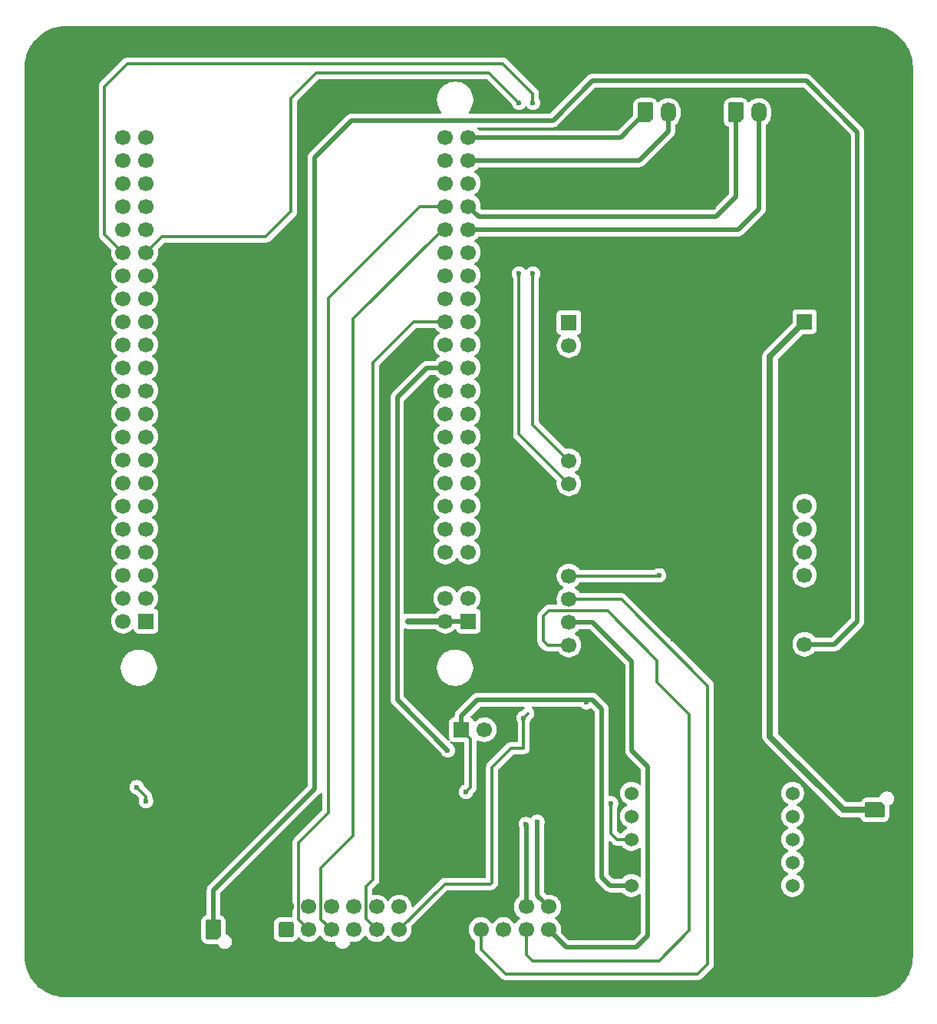
<source format=gbr>
%TF.GenerationSoftware,KiCad,Pcbnew,9.0.2*%
%TF.CreationDate,2025-06-04T20:05:53+07:00*%
%TF.ProjectId,Torque Vectoring Board,546f7271-7565-4205-9665-63746f72696e,rev?*%
%TF.SameCoordinates,Original*%
%TF.FileFunction,Copper,L2,Bot*%
%TF.FilePolarity,Positive*%
%FSLAX46Y46*%
G04 Gerber Fmt 4.6, Leading zero omitted, Abs format (unit mm)*
G04 Created by KiCad (PCBNEW 9.0.2) date 2025-06-04 20:05:53*
%MOMM*%
%LPD*%
G01*
G04 APERTURE LIST*
G04 Aperture macros list*
%AMRoundRect*
0 Rectangle with rounded corners*
0 $1 Rounding radius*
0 $2 $3 $4 $5 $6 $7 $8 $9 X,Y pos of 4 corners*
0 Add a 4 corners polygon primitive as box body*
4,1,4,$2,$3,$4,$5,$6,$7,$8,$9,$2,$3,0*
0 Add four circle primitives for the rounded corners*
1,1,$1+$1,$2,$3*
1,1,$1+$1,$4,$5*
1,1,$1+$1,$6,$7*
1,1,$1+$1,$8,$9*
0 Add four rect primitives between the rounded corners*
20,1,$1+$1,$2,$3,$4,$5,0*
20,1,$1+$1,$4,$5,$6,$7,0*
20,1,$1+$1,$6,$7,$8,$9,0*
20,1,$1+$1,$8,$9,$2,$3,0*%
%AMFreePoly0*
4,1,22,0.945671,0.830970,1.026777,0.776777,1.080970,0.695671,1.100000,0.600000,1.100000,-0.600000,1.080970,-0.695671,1.026777,-0.776777,0.945671,-0.830970,0.850000,-0.850000,-0.596447,-0.850000,-0.692118,-0.830970,-0.773224,-0.776777,-1.026777,-0.523224,-1.080970,-0.442118,-1.100000,-0.346447,-1.100000,0.600000,-1.080970,0.695671,-1.026777,0.776777,-0.945671,0.830970,-0.850000,0.850000,
0.850000,0.850000,0.945671,0.830970,0.945671,0.830970,$1*%
G04 Aperture macros list end*
%TA.AperFunction,ComponentPad*%
%ADD10FreePoly0,90.000000*%
%TD*%
%TA.AperFunction,ComponentPad*%
%ADD11O,1.700000X2.200000*%
%TD*%
%TA.AperFunction,ComponentPad*%
%ADD12C,3.600000*%
%TD*%
%TA.AperFunction,ConnectorPad*%
%ADD13C,5.700000*%
%TD*%
%TA.AperFunction,ComponentPad*%
%ADD14C,1.524000*%
%TD*%
%TA.AperFunction,ComponentPad*%
%ADD15FreePoly0,180.000000*%
%TD*%
%TA.AperFunction,ComponentPad*%
%ADD16O,2.200000X1.700000*%
%TD*%
%TA.AperFunction,ComponentPad*%
%ADD17RoundRect,0.250000X0.600000X-0.600000X0.600000X0.600000X-0.600000X0.600000X-0.600000X-0.600000X0*%
%TD*%
%TA.AperFunction,ComponentPad*%
%ADD18C,1.700000*%
%TD*%
%TA.AperFunction,ComponentPad*%
%ADD19R,1.700000X1.700000*%
%TD*%
%TA.AperFunction,ViaPad*%
%ADD20C,0.600000*%
%TD*%
%TA.AperFunction,Conductor*%
%ADD21C,0.508000*%
%TD*%
%TA.AperFunction,Conductor*%
%ADD22C,0.350000*%
%TD*%
%TA.AperFunction,Conductor*%
%ADD23C,0.700000*%
%TD*%
G04 APERTURE END LIST*
D10*
%TO.P,J3,1,Pin_1*%
%TO.N,WS_FLo*%
X113000000Y-43000000D03*
D11*
%TO.P,J3,2,Pin_2*%
%TO.N,WS_FRo*%
X115500000Y-43000000D03*
%TD*%
D12*
%TO.P,H3,1,1*%
%TO.N,GND*%
X49000000Y-136000000D03*
D13*
X49000000Y-136000000D03*
%TD*%
D14*
%TO.P,U2,1,VCC*%
%TO.N,3V3*%
X111450000Y-128185000D03*
%TO.P,U2,2,GND*%
%TO.N,GND*%
X111450000Y-125645000D03*
%TO.P,U2,3,SCL*%
%TO.N,SCL*%
X111450000Y-123105000D03*
%TO.P,U2,4,SDA*%
%TO.N,SDA*%
X111450000Y-120565000D03*
%TO.P,U2,5,INT*%
%TO.N,unconnected-(U2-INT-Pad5)*%
X111450000Y-118025000D03*
%TO.P,U2,6,BOOT*%
%TO.N,unconnected-(U2-BOOT-Pad6)*%
X129230000Y-128185000D03*
%TO.P,U2,7,PS1*%
%TO.N,unconnected-(U2-PS1-Pad7)*%
X129230000Y-125645000D03*
%TO.P,U2,8,PS2*%
%TO.N,unconnected-(U2-PS2-Pad8)*%
X129230000Y-123105000D03*
%TO.P,U2,9,BL-IND*%
%TO.N,unconnected-(U2-BL-IND-Pad9)*%
X129230000Y-120565000D03*
%TO.P,U2,10,RST*%
%TO.N,unconnected-(U2-RST-Pad10)*%
X129230000Y-118025000D03*
%TD*%
D10*
%TO.P,12Vin1,1,Pin_1*%
%TO.N,12V*%
X65332000Y-133048000D03*
D11*
%TO.P,12Vin1,2,Pin_2*%
%TO.N,GND*%
X67832000Y-133048000D03*
%TD*%
D15*
%TO.P,5Vin1,1,Pin_1*%
%TO.N,5V*%
X138275000Y-119868000D03*
D16*
%TO.P,5Vin1,2,Pin_2*%
%TO.N,GND*%
X138275000Y-117368000D03*
%TD*%
D17*
%TO.P,J2,1,Pin_1*%
%TO.N,GND*%
X92332000Y-133048000D03*
D18*
%TO.P,J2,2,Pin_2*%
%TO.N,WS_RL*%
X94832000Y-133048000D03*
%TO.P,J2,3,Pin_3*%
%TO.N,WS_RR*%
X97332000Y-133048000D03*
%TO.P,J2,4,Pin_4*%
%TO.N,WS_FL*%
X99832000Y-133048000D03*
%TO.P,J2,5,Pin_5*%
%TO.N,WS_FR*%
X102332000Y-133048000D03*
%TO.P,J2,6,Pin_6*%
%TO.N,GND*%
X104832000Y-133048000D03*
%TO.P,J2,7,Pin_7*%
X92332000Y-130548000D03*
%TO.P,J2,8,Pin_8*%
X94832000Y-130548000D03*
%TO.P,J2,9,Pin_9*%
X97332000Y-130548000D03*
%TO.P,J2,10,Pin_10*%
%TO.N,ESC2_LO*%
X99832000Y-130548000D03*
%TO.P,J2,11,Pin_11*%
%TO.N,ESC2_HI*%
X102332000Y-130548000D03*
%TO.P,J2,12,Pin_12*%
%TO.N,GND*%
X104832000Y-130548000D03*
%TD*%
D10*
%TO.P,J4,1,Pin_1*%
%TO.N,WS_RRo*%
X123000000Y-43000000D03*
D11*
%TO.P,J4,2,Pin_2*%
%TO.N,WS_RLo*%
X125500000Y-43000000D03*
%TD*%
D19*
%TO.P,U6,1,5V*%
%TO.N,5V*%
X130556000Y-66040000D03*
D18*
%TO.P,U6,2,12V*%
%TO.N,12V*%
X130556000Y-101600000D03*
%TO.P,U6,3,RX*%
%TO.N,STM_TX*%
X104551250Y-81374914D03*
%TO.P,U6,4,TX*%
%TO.N,STM_RX*%
X104551250Y-83914914D03*
%TO.P,U6,5,WS_RR*%
%TO.N,WS_RR*%
X104551250Y-94074914D03*
%TO.P,U6,6,WS_RL*%
%TO.N,WS_RL*%
X104551250Y-96614914D03*
%TO.P,U6,7,WS_FR*%
%TO.N,WS_FR*%
X104551250Y-99154914D03*
%TO.P,U6,8,WS_FL*%
%TO.N,WS_FL*%
X104551250Y-101694914D03*
%TO.P,U6,9,WS_RL_O*%
%TO.N,WS_RLo*%
X130556000Y-86360000D03*
%TO.P,U6,10,WS_RR_O*%
%TO.N,WS_RRo*%
X130556000Y-88900000D03*
%TO.P,U6,11,WS_FR_O*%
%TO.N,WS_FRo*%
X130556000Y-91440000D03*
%TO.P,U6,12,WS_FL_O*%
%TO.N,WS_FLo*%
X130556000Y-93980000D03*
D19*
%TO.P,U6,13,SDA*%
%TO.N,SDA*%
X104551250Y-66134914D03*
D18*
%TO.P,U6,14,SCL*%
%TO.N,SCL*%
X104551250Y-68674914D03*
%TO.P,U6,15,GND*%
%TO.N,GND*%
X104551250Y-71214914D03*
X104551250Y-73754914D03*
X104551250Y-76294914D03*
X104551250Y-78834914D03*
X104551250Y-86454914D03*
X104551250Y-88994914D03*
X104551250Y-91534914D03*
X130556000Y-68580000D03*
X130556000Y-71120000D03*
X130556000Y-73660000D03*
X130556000Y-76200000D03*
X130556000Y-78740000D03*
X130556000Y-81280000D03*
X130556000Y-83820000D03*
X130556000Y-96520000D03*
X130556000Y-99060000D03*
%TD*%
D19*
%TO.P,ADDR_SELECT1,1,Pin_1*%
%TO.N,3V3*%
X92694000Y-111014000D03*
D18*
%TO.P,ADDR_SELECT1,2,Pin_2*%
%TO.N,ADDR*%
X95234000Y-111014000D03*
%TO.P,ADDR_SELECT1,3,Pin_3*%
%TO.N,GND*%
X97774000Y-111014000D03*
%TD*%
D12*
%TO.P,H2,1,1*%
%TO.N,GND*%
X138000000Y-38000000D03*
D13*
X138000000Y-38000000D03*
%TD*%
D17*
%TO.P,J1,1,Pin_1*%
%TO.N,SCK*%
X73332000Y-133048000D03*
D18*
%TO.P,J1,2,Pin_2*%
%TO.N,MISO*%
X75832000Y-133048000D03*
%TO.P,J1,3,Pin_3*%
%TO.N,MOSI*%
X78332000Y-133048000D03*
%TO.P,J1,4,Pin_4*%
%TO.N,SS*%
X80832000Y-133048000D03*
%TO.P,J1,5,Pin_5*%
%TO.N,STM_TX_2*%
X83332000Y-133048000D03*
%TO.P,J1,6,Pin_6*%
%TO.N,STM_RX_2*%
X85832000Y-133048000D03*
%TO.P,J1,7,Pin_7*%
%TO.N,GND*%
X73332000Y-130548000D03*
%TO.P,J1,8,Pin_8*%
%TO.N,ESC1_LO*%
X75832000Y-130548000D03*
%TO.P,J1,9,Pin_9*%
%TO.N,ESC1_HI*%
X78332000Y-130548000D03*
%TO.P,J1,10,Pin_10*%
%TO.N,STEER_IN*%
X80832000Y-130548000D03*
%TO.P,J1,11,Pin_11*%
%TO.N,APPS_IN2*%
X83332000Y-130548000D03*
%TO.P,J1,12,Pin_12*%
%TO.N,APPS_IN1*%
X85832000Y-130548000D03*
%TD*%
D12*
%TO.P,H1,1,1*%
%TO.N,GND*%
X49000000Y-38000000D03*
D13*
X49000000Y-38000000D03*
%TD*%
D12*
%TO.P,H4,1,1*%
%TO.N,GND*%
X138000000Y-136000000D03*
D13*
X138000000Y-136000000D03*
%TD*%
D19*
%TO.P,U1,1,5V*%
%TO.N,5V*%
X93472000Y-99060000D03*
D18*
%TO.P,U1,2,5V*%
X90932000Y-99060000D03*
%TO.P,U1,3,3V3*%
%TO.N,3V3*%
X93472000Y-96520000D03*
%TO.P,U1,4,3V3*%
X90932000Y-96520000D03*
%TO.P,U1,5,GND*%
%TO.N,GND*%
X93472000Y-93980000D03*
%TO.P,U1,6,GND*%
X90932000Y-93980000D03*
%TO.P,U1,7,PD9*%
%TO.N,unconnected-(U1-PD9-Pad7)*%
X93472000Y-91440000D03*
%TO.P,U1,8,PD8*%
%TO.N,unconnected-(U1-PD8-Pad8)*%
X90932000Y-91440000D03*
%TO.P,U1,9,PD11*%
%TO.N,unconnected-(U1-PD11-Pad9)*%
X93472000Y-88900000D03*
%TO.P,U1,10,PD10*%
%TO.N,unconnected-(U1-PD10-Pad10)*%
X90932000Y-88900000D03*
%TO.P,U1,11,PD13*%
%TO.N,unconnected-(U1-PD13-Pad11)*%
X93472000Y-86360000D03*
%TO.P,U1,12,PD12*%
%TO.N,unconnected-(U1-PD12-Pad12)*%
X90932000Y-86360000D03*
%TO.P,U1,13,PD15*%
%TO.N,unconnected-(U1-PD15-Pad13)*%
X93472000Y-83820000D03*
%TO.P,U1,14,PD14*%
%TO.N,unconnected-(U1-PD14-Pad14)*%
X90932000Y-83820000D03*
%TO.P,U1,15,PC7*%
%TO.N,unconnected-(U1-PC7-Pad15)*%
X93472000Y-81280000D03*
%TO.P,U1,16,PC6*%
%TO.N,unconnected-(U1-PC6-Pad16)*%
X90932000Y-81280000D03*
%TO.P,U1,17,PC9*%
%TO.N,unconnected-(U1-PC9-Pad17)*%
X93472000Y-78740000D03*
%TO.P,U1,18,PC8*%
%TO.N,unconnected-(U1-PC8-Pad18)*%
X90932000Y-78740000D03*
%TO.P,U1,19,PA9/TXD1*%
%TO.N,unconnected-(U1-PA9{slash}TXD1-Pad19)*%
X93472000Y-76200000D03*
%TO.P,U1,20,PA8*%
%TO.N,unconnected-(U1-PA8-Pad20)*%
X90932000Y-76200000D03*
%TO.P,U1,21,PA11/USBM*%
%TO.N,CAN1_RX*%
X93472000Y-73660000D03*
%TO.P,U1,22,PA10/RXD1*%
%TO.N,unconnected-(U1-PA10{slash}RXD1-Pad22)*%
X90932000Y-73660000D03*
%TO.P,U1,23,PA15*%
%TO.N,unconnected-(U1-PA15-Pad23)*%
X93472000Y-71120000D03*
%TO.P,U1,24,PA12/USB_DP*%
%TO.N,CAN1_TX*%
X90932000Y-71120000D03*
%TO.P,U1,25,PC11*%
%TO.N,unconnected-(U1-PC11-Pad25)*%
X93472000Y-68580000D03*
%TO.P,U1,26,PC10*%
%TO.N,unconnected-(U1-PC10-Pad26)*%
X90932000Y-68580000D03*
%TO.P,U1,27,PD0*%
%TO.N,unconnected-(U1-PD0-Pad27)*%
X93472000Y-66040000D03*
%TO.P,U1,28,PC12*%
%TO.N,STM_TX_2*%
X90932000Y-66040000D03*
%TO.P,U1,29,PD2*%
%TO.N,STM_RX_2*%
X93472000Y-63500000D03*
%TO.P,U1,30,PD1*%
%TO.N,unconnected-(U1-PD1-Pad30)*%
X90932000Y-63500000D03*
%TO.P,U1,31,PD4*%
%TO.N,unconnected-(U1-PD4-Pad31)*%
X93472000Y-60960000D03*
%TO.P,U1,32,PD3*%
%TO.N,unconnected-(U1-PD3-Pad32)*%
X90932000Y-60960000D03*
%TO.P,U1,33,PD6*%
%TO.N,unconnected-(U1-PD6-Pad33)*%
X93472000Y-58420000D03*
%TO.P,U1,34,PD5*%
%TO.N,unconnected-(U1-PD5-Pad34)*%
X90932000Y-58420000D03*
%TO.P,U1,35,PB3*%
%TO.N,WS_RLo*%
X93472000Y-55880000D03*
%TO.P,U1,36,PD7*%
%TO.N,MOSI*%
X90932000Y-55880000D03*
%TO.P,U1,37,PB5*%
%TO.N,WS_RRo*%
X93472000Y-53340000D03*
%TO.P,U1,38,PB4*%
%TO.N,MISO*%
X90932000Y-53340000D03*
%TO.P,U1,39,PB7*%
%TO.N,SDA*%
X93472000Y-50800000D03*
%TO.P,U1,40,PB6*%
%TO.N,SCL*%
X90932000Y-50800000D03*
%TO.P,U1,41,PB9*%
%TO.N,WS_FRo*%
X93472000Y-48260000D03*
%TO.P,U1,42,PB8*%
%TO.N,unconnected-(U1-PB8-Pad42)*%
X90932000Y-48260000D03*
%TO.P,U1,43,PE1*%
%TO.N,WS_FLo*%
X93472000Y-45720000D03*
%TO.P,U1,44,PE0*%
%TO.N,unconnected-(U1-PE0-Pad44)*%
X90932000Y-45720000D03*
D19*
%TO.P,U1,45,3V3*%
%TO.N,unconnected-(U1-3V3-Pad45)*%
X57912000Y-99060000D03*
D18*
%TO.P,U1,46,3V3*%
%TO.N,unconnected-(U1-3V3-Pad46)*%
X55372000Y-99060000D03*
%TO.P,U1,47,GND*%
%TO.N,unconnected-(U1-GND-Pad47)*%
X57912000Y-96520000D03*
%TO.P,U1,48,GND*%
%TO.N,unconnected-(U1-GND-Pad48)*%
X55372000Y-96520000D03*
%TO.P,U1,49,VDDA*%
%TO.N,unconnected-(U1-VDDA-Pad49)*%
X57912000Y-93980000D03*
%TO.P,U1,50,VREF+*%
%TO.N,unconnected-(U1-VREF+-Pad50)*%
X55372000Y-93980000D03*
%TO.P,U1,51,PB15*%
%TO.N,unconnected-(U1-PB15-Pad51)*%
X57912000Y-91440000D03*
%TO.P,U1,52,PB14*%
%TO.N,unconnected-(U1-PB14-Pad52)*%
X55372000Y-91440000D03*
%TO.P,U1,53,PB13*%
%TO.N,CAN2_TX*%
X57912000Y-88900000D03*
%TO.P,U1,54,PB12*%
%TO.N,CAN2_RX*%
X55372000Y-88900000D03*
%TO.P,U1,55,PB11*%
%TO.N,unconnected-(U1-PB11-Pad55)*%
X57912000Y-86360000D03*
%TO.P,U1,56,PB10*%
%TO.N,unconnected-(U1-PB10-Pad56)*%
X55372000Y-86360000D03*
%TO.P,U1,57,PE15*%
%TO.N,unconnected-(U1-PE15-Pad57)*%
X57912000Y-83820000D03*
%TO.P,U1,58,PE14*%
%TO.N,unconnected-(U1-PE14-Pad58)*%
X55372000Y-83820000D03*
%TO.P,U1,59,PE13*%
%TO.N,unconnected-(U1-PE13-Pad59)*%
X57912000Y-81280000D03*
%TO.P,U1,60,PE12*%
%TO.N,unconnected-(U1-PE12-Pad60)*%
X55372000Y-81280000D03*
%TO.P,U1,61,PE11*%
%TO.N,unconnected-(U1-PE11-Pad61)*%
X57912000Y-78740000D03*
%TO.P,U1,62,PE10*%
%TO.N,unconnected-(U1-PE10-Pad62)*%
X55372000Y-78740000D03*
%TO.P,U1,63,PE9*%
%TO.N,unconnected-(U1-PE9-Pad63)*%
X57912000Y-76200000D03*
%TO.P,U1,64,PE8*%
%TO.N,unconnected-(U1-PE8-Pad64)*%
X55372000Y-76200000D03*
%TO.P,U1,65,PE7*%
%TO.N,unconnected-(U1-PE7-Pad65)*%
X57912000Y-73660000D03*
%TO.P,U1,66,PB2*%
%TO.N,unconnected-(U1-PB2-Pad66)*%
X55372000Y-73660000D03*
%TO.P,U1,67,PB1*%
%TO.N,unconnected-(U1-PB1-Pad67)*%
X57912000Y-71120000D03*
%TO.P,U1,68,PB0*%
%TO.N,unconnected-(U1-PB0-Pad68)*%
X55372000Y-71120000D03*
%TO.P,U1,69,PC5*%
%TO.N,unconnected-(U1-PC5-Pad69)*%
X57912000Y-68580000D03*
%TO.P,U1,70,PC4*%
%TO.N,unconnected-(U1-PC4-Pad70)*%
X55372000Y-68580000D03*
%TO.P,U1,71,PA7*%
%TO.N,unconnected-(U1-PA7-Pad71)*%
X57912000Y-66040000D03*
%TO.P,U1,72,PA6*%
%TO.N,unconnected-(U1-PA6-Pad72)*%
X55372000Y-66040000D03*
%TO.P,U1,73,PA5*%
%TO.N,SCK*%
X57912000Y-63500000D03*
%TO.P,U1,74,PA4*%
%TO.N,SS*%
X55372000Y-63500000D03*
%TO.P,U1,75,PA3*%
%TO.N,unconnected-(U1-PA3-Pad75)*%
X57912000Y-60960000D03*
%TO.P,U1,76,PA2*%
%TO.N,unconnected-(U1-PA2-Pad76)*%
X55372000Y-60960000D03*
%TO.P,U1,77,PA1*%
%TO.N,STM_RX*%
X57912000Y-58420000D03*
%TO.P,U1,78,PA0*%
%TO.N,STM_TX*%
X55372000Y-58420000D03*
%TO.P,U1,79,PC3*%
%TO.N,unconnected-(U1-PC3-Pad79)*%
X57912000Y-55880000D03*
%TO.P,U1,80,PC2*%
%TO.N,unconnected-(U1-PC2-Pad80)*%
X55372000Y-55880000D03*
%TO.P,U1,81,PC1*%
%TO.N,unconnected-(U1-PC1-Pad81)*%
X57912000Y-53340000D03*
%TO.P,U1,82,PC0*%
%TO.N,unconnected-(U1-PC0-Pad82)*%
X55372000Y-53340000D03*
%TO.P,U1,83,PC13*%
%TO.N,unconnected-(U1-PC13-Pad83)*%
X57912000Y-50800000D03*
%TO.P,U1,84,PE6*%
%TO.N,unconnected-(U1-PE6-Pad84)*%
X55372000Y-50800000D03*
%TO.P,U1,85,PE5*%
%TO.N,unconnected-(U1-PE5-Pad85)*%
X57912000Y-48260000D03*
%TO.P,U1,86,PE4*%
%TO.N,unconnected-(U1-PE4-Pad86)*%
X55372000Y-48260000D03*
%TO.P,U1,87,PE3*%
%TO.N,unconnected-(U1-PE3-Pad87)*%
X57912000Y-45720000D03*
%TO.P,U1,88,PE2*%
%TO.N,unconnected-(U1-PE2-Pad88)*%
X55372000Y-45720000D03*
%TD*%
D20*
%TO.N,GND*%
X56000000Y-113000000D03*
X115500000Y-82500000D03*
X75500000Y-45500000D03*
X120500000Y-79500000D03*
X120500000Y-73500000D03*
X115000000Y-96500000D03*
X125000000Y-72000000D03*
X120500000Y-49000000D03*
X114500000Y-93000000D03*
X115500000Y-66000000D03*
X97028000Y-122428000D03*
X76500000Y-45500000D03*
X121500000Y-85500000D03*
X120500000Y-61500000D03*
X79947640Y-139149423D03*
X94000000Y-120500000D03*
X125500000Y-84000000D03*
X120500000Y-58500000D03*
X62500000Y-131000000D03*
X74000000Y-55500000D03*
X120500000Y-81000000D03*
X92511631Y-120500178D03*
X125000000Y-63000000D03*
X55000000Y-122000000D03*
X98500000Y-109000000D03*
X101750000Y-61000000D03*
X84000000Y-124000000D03*
X125000000Y-61500000D03*
X118000000Y-88000000D03*
X125000000Y-76500000D03*
X56000000Y-111500000D03*
X94000000Y-121500000D03*
X115500000Y-84000000D03*
X73500000Y-125500000D03*
X54500000Y-113000000D03*
X124500000Y-88500000D03*
X72000000Y-125500000D03*
X125000000Y-81000000D03*
X120500000Y-57000000D03*
X60500000Y-140000000D03*
X88870036Y-125696598D03*
X115500000Y-75000000D03*
X120500000Y-70500000D03*
X120500000Y-82500000D03*
X102362000Y-127508000D03*
X79947640Y-140149423D03*
X115500000Y-47500000D03*
X125000000Y-69000000D03*
X115500000Y-81000000D03*
X115500000Y-70500000D03*
X120500000Y-69000000D03*
X116000000Y-98000000D03*
X75000000Y-55500000D03*
X100500000Y-110500000D03*
X115500000Y-69000000D03*
X71866000Y-117872000D03*
X65500000Y-123500000D03*
X120500000Y-53500000D03*
X116000000Y-101000000D03*
X117000000Y-87000000D03*
X116000000Y-86000000D03*
X115500000Y-73500000D03*
X102500000Y-42000000D03*
X92511631Y-121500178D03*
X115500000Y-78000000D03*
X61500000Y-92000000D03*
X115500000Y-94000000D03*
X120500000Y-72000000D03*
X65500000Y-125000000D03*
X78947640Y-140149423D03*
X57500000Y-126500000D03*
X121000000Y-91000000D03*
X125000000Y-57000000D03*
X120500000Y-50500000D03*
X125000000Y-66000000D03*
X120500000Y-84000000D03*
X120500000Y-76500000D03*
X115500000Y-63000000D03*
X97000000Y-41500000D03*
X61000000Y-131000000D03*
X125000000Y-73500000D03*
X125000000Y-78000000D03*
X73136000Y-117872000D03*
X57000000Y-125000000D03*
X61500000Y-140000000D03*
X120500000Y-75000000D03*
X125000000Y-67500000D03*
X120500000Y-60000000D03*
X125500000Y-89500000D03*
X84000000Y-125000000D03*
X125000000Y-79500000D03*
X115500000Y-72000000D03*
X56500000Y-120500000D03*
X101500000Y-40000000D03*
X115500000Y-61500000D03*
X120500000Y-67500000D03*
X98000000Y-42500000D03*
X125000000Y-75000000D03*
X98000000Y-61000000D03*
X75500000Y-46500000D03*
X115500000Y-76500000D03*
X98000000Y-59000000D03*
X116000000Y-99500000D03*
X125000000Y-60000000D03*
X54500000Y-111500000D03*
X97167948Y-126404073D03*
X115500000Y-60000000D03*
X123500000Y-87500000D03*
X115500000Y-58500000D03*
X120500000Y-52000000D03*
X115500000Y-49000000D03*
X122500000Y-86500000D03*
X125000000Y-82500000D03*
X125000000Y-64500000D03*
X56500000Y-122000000D03*
X56500000Y-123500000D03*
X56000000Y-126500000D03*
X122000000Y-92000000D03*
X67000000Y-125000000D03*
X70596000Y-117872000D03*
X98516369Y-122427822D03*
X61000000Y-130000000D03*
X120500000Y-64500000D03*
X69326000Y-117872000D03*
X115500000Y-53500000D03*
X67000000Y-123500000D03*
X60500000Y-139000000D03*
X55000000Y-120500000D03*
X61500000Y-90500000D03*
X120500000Y-66000000D03*
X114500000Y-95000000D03*
X75000000Y-54500000D03*
X120500000Y-47500000D03*
X62500000Y-130000000D03*
X115500000Y-50500000D03*
X101750000Y-59000000D03*
X72000000Y-124000000D03*
X55000000Y-123500000D03*
X119000000Y-89000000D03*
X88900000Y-124460000D03*
X74152000Y-117872000D03*
X115500000Y-79500000D03*
X115500000Y-64500000D03*
X125000000Y-58500000D03*
X60000000Y-90500000D03*
X73500000Y-124000000D03*
X60000000Y-92000000D03*
X120500000Y-46000000D03*
X97012000Y-125492000D03*
X125000000Y-70500000D03*
X115500000Y-57000000D03*
X55500000Y-125000000D03*
X115500000Y-52000000D03*
X120500000Y-63000000D03*
X120500000Y-78000000D03*
X120000000Y-90000000D03*
X97846809Y-125828517D03*
X101000000Y-109500000D03*
X115500000Y-67500000D03*
%TO.N,STM_RX*%
X99060000Y-41910000D03*
X99060000Y-60750000D03*
%TO.N,5V*%
X86868000Y-99060000D03*
%TO.N,STM_TX*%
X100584000Y-60750000D03*
X100584000Y-41910000D03*
%TO.N,Net-(U3-Rs)*%
X57896000Y-118888000D03*
X56880000Y-117364000D03*
%TO.N,3V3*%
X106500000Y-108000000D03*
X93202000Y-117872000D03*
%TO.N,STM_RX_2*%
X99568000Y-109728000D03*
%TO.N,CAN1_TX*%
X91186000Y-113284000D03*
%TO.N,SCL*%
X109204000Y-119142000D03*
%TO.N,ESC2_HI*%
X101076000Y-121174000D03*
%TO.N,ESC2_LO*%
X99806000Y-121428000D03*
%TO.N,WS_RR*%
X114500000Y-94000000D03*
%TD*%
D21*
%TO.N,WS_FLo*%
X110280000Y-45720000D02*
X113000000Y-43000000D01*
%TO.N,GND*%
X130556000Y-99060000D02*
X130556000Y-96520000D01*
X130556000Y-68580000D02*
X130556000Y-83820000D01*
X104551250Y-91534914D02*
X104551250Y-86454914D01*
%TO.N,12V*%
X76500000Y-47960000D02*
X80599005Y-43860995D01*
X130750000Y-39500000D02*
X136398000Y-45148000D01*
X107149990Y-39500000D02*
X130750000Y-39500000D01*
X136398000Y-45148000D02*
X136398000Y-99060000D01*
X102788995Y-43860995D02*
X107149990Y-39500000D01*
X67691000Y-126380079D02*
X65332000Y-128739079D01*
X65332000Y-128739079D02*
X65332000Y-133048000D01*
X67564000Y-126492000D02*
X67691000Y-126365000D01*
X133858000Y-101600000D02*
X130556000Y-101600000D01*
X80599005Y-43860995D02*
X102788995Y-43860995D01*
X136398000Y-99060000D02*
X133858000Y-101600000D01*
X76500000Y-117556000D02*
X76500000Y-47960000D01*
X67691000Y-126365000D02*
X76500000Y-117556000D01*
X67691000Y-126365000D02*
X67691000Y-126380079D01*
D22*
%TO.N,STM_RX*%
X99060000Y-60750000D02*
X99060000Y-78423664D01*
X73914000Y-53848000D02*
X73914000Y-41402000D01*
X73914000Y-41402000D02*
X76708000Y-38608000D01*
X76708000Y-38608000D02*
X95758000Y-38608000D01*
X59690000Y-56642000D02*
X71120000Y-56642000D01*
X99060000Y-78423664D02*
X104551250Y-83914914D01*
X95758000Y-38608000D02*
X99060000Y-41910000D01*
X71120000Y-56642000D02*
X73914000Y-53848000D01*
X57912000Y-58420000D02*
X59690000Y-56642000D01*
D23*
%TO.N,5V*%
X126746000Y-111760000D02*
X134854000Y-119868000D01*
X86868000Y-99060000D02*
X90932000Y-99060000D01*
X126746000Y-69850000D02*
X126746000Y-111760000D01*
X130556000Y-66040000D02*
X126746000Y-69850000D01*
X134854000Y-119868000D02*
X138275000Y-119868000D01*
D21*
X90932000Y-99060000D02*
X93472000Y-99060000D01*
D22*
%TO.N,STM_TX*%
X53340000Y-40132000D02*
X55880000Y-37592000D01*
X100584000Y-40906466D02*
X100584000Y-41910000D01*
X55372000Y-58420000D02*
X53340000Y-56388000D01*
X97269534Y-37592000D02*
X100584000Y-40906466D01*
X100584000Y-60750000D02*
X100584000Y-77407664D01*
X53340000Y-44450000D02*
X53340000Y-40132000D01*
X55880000Y-37592000D02*
X97269534Y-37592000D01*
X53340000Y-56388000D02*
X53340000Y-44450000D01*
X100584000Y-77407664D02*
X104551250Y-81374914D01*
%TO.N,Net-(U3-Rs)*%
X57896000Y-118380000D02*
X56880000Y-117364000D01*
X57896000Y-118888000D02*
X57896000Y-118380000D01*
D21*
%TO.N,3V3*%
X109103000Y-128185000D02*
X111450000Y-128185000D01*
X92694000Y-109490000D02*
X94472000Y-107712000D01*
X92694000Y-111014000D02*
X92694000Y-109490000D01*
X107172000Y-107712000D02*
X108188000Y-108728000D01*
X108188000Y-108728000D02*
X108188000Y-127270000D01*
X94472000Y-107712000D02*
X107172000Y-107712000D01*
X108188000Y-127270000D02*
X109103000Y-128185000D01*
D22*
X93710000Y-117364000D02*
X93710000Y-112030000D01*
X93202000Y-117872000D02*
X93710000Y-117364000D01*
X93710000Y-112030000D02*
X92694000Y-111014000D01*
%TO.N,STM_RX_2*%
X96091441Y-127841441D02*
X96091441Y-115141441D01*
X95916883Y-128016000D02*
X96091441Y-127841441D01*
X90864000Y-128016000D02*
X95916883Y-128016000D01*
X99568000Y-109728000D02*
X100076000Y-109220000D01*
X96091441Y-115141441D02*
X98202882Y-113030000D01*
X98202882Y-113030000D02*
X99568000Y-113030000D01*
X85832000Y-133048000D02*
X90864000Y-128016000D01*
X99568000Y-113030000D02*
X99568000Y-109728000D01*
D21*
%TO.N,CAN1_TX*%
X88880000Y-71120000D02*
X90932000Y-71120000D01*
X91186000Y-113284000D02*
X85600000Y-107698000D01*
X85600000Y-107698000D02*
X85600000Y-74400000D01*
X85600000Y-74400000D02*
X88880000Y-71120000D01*
D22*
%TO.N,STM_TX_2*%
X87460000Y-66040000D02*
X90932000Y-66040000D01*
X82173715Y-128326285D02*
X82969787Y-127530213D01*
X82969787Y-70530213D02*
X87460000Y-66040000D01*
X83332000Y-133048000D02*
X82173715Y-131889715D01*
X82173715Y-131889715D02*
X82173715Y-128326285D01*
X82969787Y-127530213D02*
X82969787Y-70530213D01*
%TO.N,MISO*%
X88138000Y-53340000D02*
X90932000Y-53340000D01*
X74706000Y-123468000D02*
X78000000Y-120174000D01*
X78000000Y-63478000D02*
X88138000Y-53340000D01*
X75832000Y-133048000D02*
X74706000Y-131922000D01*
X78000000Y-120174000D02*
X78000000Y-63478000D01*
X74706000Y-131922000D02*
X74706000Y-123468000D01*
%TO.N,MOSI*%
X80744276Y-65755724D02*
X90620000Y-55880000D01*
X77206000Y-126294000D02*
X80744276Y-122755724D01*
X78332000Y-133048000D02*
X77206000Y-131922000D01*
X90620000Y-55880000D02*
X90932000Y-55880000D01*
X80744276Y-122755724D02*
X80744276Y-65755724D01*
X77206000Y-131922000D02*
X77206000Y-126294000D01*
%TO.N,SCL*%
X109204000Y-119142000D02*
X109204000Y-122444000D01*
X109204000Y-122444000D02*
X109865000Y-123105000D01*
X109865000Y-123105000D02*
X111450000Y-123105000D01*
D21*
%TO.N,ESC2_HI*%
X101076000Y-129292000D02*
X102332000Y-130548000D01*
X101076000Y-121174000D02*
X101076000Y-129292000D01*
%TO.N,ESC2_LO*%
X99832000Y-121454000D02*
X99806000Y-121428000D01*
X99832000Y-130548000D02*
X99832000Y-121454000D01*
D22*
%TO.N,WS_RR*%
X114425086Y-94074914D02*
X104551250Y-94074914D01*
X114500000Y-94000000D02*
X114425086Y-94074914D01*
%TO.N,WS_RL*%
X97554493Y-137940493D02*
X94832000Y-135218000D01*
X119888000Y-106172000D02*
X119888000Y-136824000D01*
X104551250Y-96614914D02*
X110330914Y-96614914D01*
X119888000Y-136824000D02*
X118771507Y-137940493D01*
X118771507Y-137940493D02*
X97554493Y-137940493D01*
X110330914Y-96614914D02*
X119888000Y-106172000D01*
X94832000Y-135218000D02*
X94832000Y-133048000D01*
%TO.N,WS_FL*%
X114300000Y-105800000D02*
X114300000Y-103378000D01*
X108814338Y-97892338D02*
X102357662Y-97892338D01*
X114500000Y-136500000D02*
X117856000Y-133144000D01*
X99832000Y-133048000D02*
X99832000Y-135832000D01*
X101750000Y-101250000D02*
X102194914Y-101694914D01*
X100500000Y-136500000D02*
X114500000Y-136500000D01*
X101750000Y-98500000D02*
X101750000Y-101250000D01*
X117856000Y-133144000D02*
X117856000Y-109356000D01*
X102357662Y-97892338D02*
X101750000Y-98500000D01*
X99832000Y-135832000D02*
X100500000Y-136500000D01*
X117856000Y-109356000D02*
X114300000Y-105800000D01*
X102194914Y-101694914D02*
X104551250Y-101694914D01*
X114300000Y-103378000D02*
X108814338Y-97892338D01*
D21*
%TO.N,WS_FR*%
X107154914Y-99154914D02*
X104551250Y-99154914D01*
X104284000Y-135000000D02*
X112000000Y-135000000D01*
X113268000Y-115078000D02*
X111506000Y-113316000D01*
X102332000Y-133048000D02*
X104284000Y-135000000D01*
X113268000Y-133732000D02*
X113268000Y-115078000D01*
X111506000Y-113316000D02*
X111506000Y-103506000D01*
X111506000Y-103506000D02*
X107154914Y-99154914D01*
X112000000Y-135000000D02*
X113268000Y-133732000D01*
%TO.N,WS_FLo*%
X110280000Y-45720000D02*
X93472000Y-45720000D01*
%TO.N,WS_FRo*%
X93472000Y-48260000D02*
X112313690Y-48260000D01*
X112313690Y-48260000D02*
X115500000Y-45073690D01*
X115500000Y-45073690D02*
X115500000Y-43000000D01*
%TO.N,WS_RLo*%
X125500000Y-43000000D02*
X125500000Y-53630000D01*
X125500000Y-53630000D02*
X123250000Y-55880000D01*
X123250000Y-55880000D02*
X93472000Y-55880000D01*
%TO.N,WS_RRo*%
X120750000Y-54500000D02*
X123000000Y-52250000D01*
X93472000Y-53340000D02*
X94632000Y-54500000D01*
X94632000Y-54500000D02*
X120750000Y-54500000D01*
X123000000Y-52250000D02*
X123000000Y-43000000D01*
%TD*%
%TA.AperFunction,Conductor*%
%TO.N,GND*%
G36*
X89757327Y-66735185D02*
G01*
X89790606Y-66766615D01*
X89901890Y-66919785D01*
X89901894Y-66919790D01*
X90052213Y-67070109D01*
X90224182Y-67195050D01*
X90232946Y-67199516D01*
X90283742Y-67247491D01*
X90300536Y-67315312D01*
X90277998Y-67381447D01*
X90232946Y-67420484D01*
X90224182Y-67424949D01*
X90052213Y-67549890D01*
X89901890Y-67700213D01*
X89776951Y-67872179D01*
X89680444Y-68061585D01*
X89614753Y-68263760D01*
X89581500Y-68473713D01*
X89581500Y-68686287D01*
X89614754Y-68896243D01*
X89645592Y-68991153D01*
X89680444Y-69098414D01*
X89776951Y-69287820D01*
X89901890Y-69459786D01*
X90052213Y-69610109D01*
X90224182Y-69735050D01*
X90232946Y-69739516D01*
X90283742Y-69787491D01*
X90300536Y-69855312D01*
X90277998Y-69921447D01*
X90232946Y-69960484D01*
X90224182Y-69964949D01*
X90052213Y-70089890D01*
X89901896Y-70240207D01*
X89848004Y-70314385D01*
X89792674Y-70357051D01*
X89747685Y-70365500D01*
X88805683Y-70365500D01*
X88659927Y-70394493D01*
X88659919Y-70394495D01*
X88522608Y-70451371D01*
X88399035Y-70533939D01*
X88399034Y-70533940D01*
X88346488Y-70586487D01*
X88293941Y-70639034D01*
X88293939Y-70639036D01*
X85013943Y-73919030D01*
X85013942Y-73919031D01*
X84931369Y-74042612D01*
X84898054Y-74123040D01*
X84898055Y-74123041D01*
X84893556Y-74133905D01*
X84893552Y-74133914D01*
X84874494Y-74179922D01*
X84874493Y-74179926D01*
X84845499Y-74325685D01*
X84845499Y-74480425D01*
X84845500Y-74480446D01*
X84845500Y-107618552D01*
X84845499Y-107618578D01*
X84845499Y-107623688D01*
X84845499Y-107772312D01*
X84845499Y-107772314D01*
X84845498Y-107772314D01*
X84874493Y-107918073D01*
X84874496Y-107918083D01*
X84931366Y-108055381D01*
X84931372Y-108055392D01*
X85013942Y-108178968D01*
X85013943Y-108178969D01*
X90443927Y-113608952D01*
X90470806Y-113649178D01*
X90476603Y-113663172D01*
X90476606Y-113663178D01*
X90476609Y-113663185D01*
X90564210Y-113794288D01*
X90564213Y-113794292D01*
X90675707Y-113905786D01*
X90675711Y-113905789D01*
X90806814Y-113993390D01*
X90806827Y-113993397D01*
X90952498Y-114053735D01*
X90952503Y-114053737D01*
X91107153Y-114084499D01*
X91107156Y-114084500D01*
X91107158Y-114084500D01*
X91264844Y-114084500D01*
X91264845Y-114084499D01*
X91419497Y-114053737D01*
X91565179Y-113993394D01*
X91696289Y-113905789D01*
X91807789Y-113794289D01*
X91895394Y-113663179D01*
X91955737Y-113517497D01*
X91986500Y-113362842D01*
X91986500Y-113205158D01*
X91986500Y-113205155D01*
X91986499Y-113205153D01*
X91964893Y-113096533D01*
X91955737Y-113050503D01*
X91914983Y-112952113D01*
X91895397Y-112904827D01*
X91895390Y-112904814D01*
X91807789Y-112773711D01*
X91807786Y-112773707D01*
X91696292Y-112662213D01*
X91696288Y-112662210D01*
X91565185Y-112574609D01*
X91565180Y-112574607D01*
X91565179Y-112574606D01*
X91551178Y-112568806D01*
X91544246Y-112564174D01*
X91539206Y-112563078D01*
X91510952Y-112541927D01*
X91486650Y-112517625D01*
X91453165Y-112456302D01*
X91458149Y-112386610D01*
X91500021Y-112330677D01*
X91565485Y-112306260D01*
X91617664Y-112313762D01*
X91736517Y-112358091D01*
X91736516Y-112358091D01*
X91743444Y-112358835D01*
X91796127Y-112364500D01*
X92910500Y-112364499D01*
X92977539Y-112384184D01*
X93023294Y-112436987D01*
X93034500Y-112488499D01*
X93034500Y-116992072D01*
X93014815Y-117059111D01*
X92962011Y-117104866D01*
X92957952Y-117106633D01*
X92822827Y-117162602D01*
X92822814Y-117162609D01*
X92691711Y-117250210D01*
X92691707Y-117250213D01*
X92580213Y-117361707D01*
X92580210Y-117361711D01*
X92492609Y-117492814D01*
X92492602Y-117492827D01*
X92432264Y-117638498D01*
X92432261Y-117638510D01*
X92401500Y-117793153D01*
X92401500Y-117950846D01*
X92432261Y-118105489D01*
X92432264Y-118105501D01*
X92492602Y-118251172D01*
X92492609Y-118251185D01*
X92580210Y-118382288D01*
X92580213Y-118382292D01*
X92691707Y-118493786D01*
X92691711Y-118493789D01*
X92822814Y-118581390D01*
X92822827Y-118581397D01*
X92896964Y-118612105D01*
X92968503Y-118641737D01*
X93123153Y-118672499D01*
X93123156Y-118672500D01*
X93123158Y-118672500D01*
X93280844Y-118672500D01*
X93280845Y-118672499D01*
X93435497Y-118641737D01*
X93581179Y-118581394D01*
X93712289Y-118493789D01*
X93823789Y-118382289D01*
X93911394Y-118251179D01*
X93971737Y-118105497D01*
X93976300Y-118082552D01*
X94008685Y-118020643D01*
X94010237Y-118019063D01*
X94103661Y-117925639D01*
X94234695Y-117794606D01*
X94245344Y-117778669D01*
X94308620Y-117683969D01*
X94359540Y-117561036D01*
X94373111Y-117492814D01*
X94385500Y-117430533D01*
X94385500Y-112299718D01*
X94405185Y-112232679D01*
X94457989Y-112186924D01*
X94527147Y-112176980D01*
X94565790Y-112189231D01*
X94715588Y-112265557D01*
X94917757Y-112331246D01*
X95127713Y-112364500D01*
X95127714Y-112364500D01*
X95340286Y-112364500D01*
X95340287Y-112364500D01*
X95550243Y-112331246D01*
X95752412Y-112265557D01*
X95941816Y-112169051D01*
X95963789Y-112153086D01*
X96113786Y-112044109D01*
X96113792Y-112044104D01*
X96186413Y-111971483D01*
X96264104Y-111893792D01*
X96264106Y-111893788D01*
X96264109Y-111893786D01*
X96389048Y-111721820D01*
X96389047Y-111721820D01*
X96389051Y-111721816D01*
X96485557Y-111532412D01*
X96551246Y-111330243D01*
X96584500Y-111120287D01*
X96584500Y-110907713D01*
X96551246Y-110697757D01*
X96485557Y-110495588D01*
X96389051Y-110306184D01*
X96389049Y-110306181D01*
X96389048Y-110306179D01*
X96264109Y-110134213D01*
X96113786Y-109983890D01*
X95941820Y-109858951D01*
X95752414Y-109762444D01*
X95752413Y-109762443D01*
X95752412Y-109762443D01*
X95550243Y-109696754D01*
X95550241Y-109696753D01*
X95550240Y-109696753D01*
X95388957Y-109671208D01*
X95340287Y-109663500D01*
X95127713Y-109663500D01*
X95079042Y-109671208D01*
X94917760Y-109696753D01*
X94715585Y-109762444D01*
X94526179Y-109858951D01*
X94354215Y-109983889D01*
X94240673Y-110097431D01*
X94179350Y-110130915D01*
X94109658Y-110125931D01*
X94053725Y-110084059D01*
X94036810Y-110053082D01*
X93987797Y-109921671D01*
X93987793Y-109921664D01*
X93901547Y-109806455D01*
X93901544Y-109806452D01*
X93786335Y-109720206D01*
X93786327Y-109720202D01*
X93781011Y-109718219D01*
X93725078Y-109676346D01*
X93700663Y-109610881D01*
X93715516Y-109542608D01*
X93736663Y-109514360D01*
X94748205Y-108502819D01*
X94809528Y-108469334D01*
X94835886Y-108466500D01*
X99579052Y-108466500D01*
X99646091Y-108486185D01*
X99691846Y-108538989D01*
X99701790Y-108608147D01*
X99672765Y-108671703D01*
X99647944Y-108693601D01*
X99645397Y-108695302D01*
X99645396Y-108695303D01*
X99420935Y-108919763D01*
X99359612Y-108953247D01*
X99357449Y-108953698D01*
X99334503Y-108958262D01*
X99334500Y-108958263D01*
X99188827Y-109018602D01*
X99188814Y-109018609D01*
X99057711Y-109106210D01*
X99057707Y-109106213D01*
X98946213Y-109217707D01*
X98946210Y-109217711D01*
X98858609Y-109348814D01*
X98858602Y-109348827D01*
X98798264Y-109494498D01*
X98798261Y-109494510D01*
X98767500Y-109649153D01*
X98767500Y-109806846D01*
X98798261Y-109961489D01*
X98798264Y-109961501D01*
X98858603Y-110107174D01*
X98858604Y-110107175D01*
X98858606Y-110107179D01*
X98871136Y-110125931D01*
X98871602Y-110126628D01*
X98892480Y-110193305D01*
X98892500Y-110195519D01*
X98892500Y-112230500D01*
X98872815Y-112297539D01*
X98820011Y-112343294D01*
X98768500Y-112354500D01*
X98136349Y-112354500D01*
X98005851Y-112380458D01*
X98005841Y-112380461D01*
X97882912Y-112431380D01*
X97882909Y-112431381D01*
X97804911Y-112483499D01*
X97772273Y-112505306D01*
X95566748Y-114710831D01*
X95566745Y-114710835D01*
X95492824Y-114821465D01*
X95492819Y-114821475D01*
X95441900Y-114944404D01*
X95441900Y-114944405D01*
X95430108Y-115003688D01*
X95430108Y-115003689D01*
X95415941Y-115074907D01*
X95415941Y-127216500D01*
X95396256Y-127283539D01*
X95343452Y-127329294D01*
X95291941Y-127340500D01*
X90797464Y-127340500D01*
X90666971Y-127366456D01*
X90666967Y-127366458D01*
X90666965Y-127366458D01*
X90666964Y-127366459D01*
X90635753Y-127379387D01*
X90580034Y-127402466D01*
X90580033Y-127402465D01*
X90544034Y-127417378D01*
X90544031Y-127417379D01*
X90544031Y-127417380D01*
X90524396Y-127430500D01*
X90474734Y-127463683D01*
X90433391Y-127491306D01*
X90433390Y-127491307D01*
X87394181Y-130530517D01*
X87332858Y-130564002D01*
X87263166Y-130559018D01*
X87207233Y-130517146D01*
X87182816Y-130451682D01*
X87182500Y-130442836D01*
X87182500Y-130441713D01*
X87149246Y-130231760D01*
X87149246Y-130231757D01*
X87083557Y-130029588D01*
X86987051Y-129840184D01*
X86987049Y-129840181D01*
X86987048Y-129840179D01*
X86862109Y-129668213D01*
X86711786Y-129517890D01*
X86539820Y-129392951D01*
X86350414Y-129296444D01*
X86350413Y-129296443D01*
X86350412Y-129296443D01*
X86148243Y-129230754D01*
X86148241Y-129230753D01*
X86148240Y-129230753D01*
X85972299Y-129202887D01*
X85938287Y-129197500D01*
X85725713Y-129197500D01*
X85691701Y-129202887D01*
X85515760Y-129230753D01*
X85313585Y-129296444D01*
X85124179Y-129392951D01*
X84952213Y-129517890D01*
X84801894Y-129668209D01*
X84801890Y-129668214D01*
X84682318Y-129832793D01*
X84626989Y-129875459D01*
X84557375Y-129881438D01*
X84495580Y-129848833D01*
X84481682Y-129832793D01*
X84362109Y-129668214D01*
X84362105Y-129668209D01*
X84211786Y-129517890D01*
X84039820Y-129392951D01*
X83850414Y-129296444D01*
X83850413Y-129296443D01*
X83850412Y-129296443D01*
X83648243Y-129230754D01*
X83648241Y-129230753D01*
X83648240Y-129230753D01*
X83472299Y-129202887D01*
X83438287Y-129197500D01*
X83225713Y-129197500D01*
X83191701Y-129202887D01*
X83015759Y-129230753D01*
X83015752Y-129230755D01*
X83011523Y-129232129D01*
X82941682Y-129234119D01*
X82881852Y-129198033D01*
X82851029Y-129135330D01*
X82849215Y-129114195D01*
X82849215Y-128657448D01*
X82868900Y-128590409D01*
X82885534Y-128569767D01*
X83494479Y-127960822D01*
X83494482Y-127960819D01*
X83568407Y-127850182D01*
X83619328Y-127727249D01*
X83645287Y-127596744D01*
X83645287Y-127463682D01*
X83645287Y-70861376D01*
X83664972Y-70794337D01*
X83681606Y-70773695D01*
X87703482Y-66751819D01*
X87764805Y-66718334D01*
X87791163Y-66715500D01*
X89690288Y-66715500D01*
X89757327Y-66735185D01*
G37*
%TD.AperFunction*%
%TA.AperFunction,Conductor*%
G36*
X109147703Y-123343450D02*
G01*
X109154181Y-123349482D01*
X109340305Y-123535606D01*
X109434394Y-123629695D01*
X109434397Y-123629697D01*
X109434398Y-123629698D01*
X109545020Y-123703613D01*
X109545023Y-123703614D01*
X109545031Y-123703620D01*
X109667964Y-123754540D01*
X109667968Y-123754540D01*
X109667969Y-123754541D01*
X109798466Y-123780500D01*
X109798469Y-123780500D01*
X110317063Y-123780500D01*
X110384102Y-123800185D01*
X110417382Y-123831616D01*
X110487015Y-123927460D01*
X110487019Y-123927464D01*
X110627536Y-124067981D01*
X110788306Y-124184787D01*
X110875149Y-124229035D01*
X110965367Y-124275005D01*
X110965370Y-124275006D01*
X111059866Y-124305709D01*
X111154364Y-124336413D01*
X111350639Y-124367500D01*
X111350640Y-124367500D01*
X111549360Y-124367500D01*
X111549361Y-124367500D01*
X111745636Y-124336413D01*
X111934632Y-124275005D01*
X112111694Y-124184787D01*
X112272464Y-124067981D01*
X112301819Y-124038626D01*
X112363142Y-124005141D01*
X112432834Y-124010125D01*
X112488767Y-124051997D01*
X112513184Y-124117461D01*
X112513500Y-124126307D01*
X112513500Y-127163693D01*
X112493815Y-127230732D01*
X112441011Y-127276487D01*
X112371853Y-127286431D01*
X112308297Y-127257406D01*
X112301819Y-127251374D01*
X112272466Y-127222021D01*
X112272464Y-127222019D01*
X112111694Y-127105213D01*
X111934632Y-127014994D01*
X111934629Y-127014993D01*
X111745637Y-126953587D01*
X111612315Y-126932471D01*
X111549361Y-126922500D01*
X111350639Y-126922500D01*
X111287685Y-126932471D01*
X111154362Y-126953587D01*
X110965370Y-127014993D01*
X110965367Y-127014994D01*
X110788305Y-127105213D01*
X110627533Y-127222021D01*
X110487025Y-127362530D01*
X110487018Y-127362536D01*
X110474776Y-127379387D01*
X110419446Y-127422052D01*
X110374459Y-127430500D01*
X109466886Y-127430500D01*
X109399847Y-127410815D01*
X109379205Y-127394181D01*
X108978819Y-126993794D01*
X108945334Y-126932471D01*
X108942500Y-126906113D01*
X108942500Y-123437163D01*
X108962185Y-123370124D01*
X109014989Y-123324369D01*
X109084147Y-123314425D01*
X109147703Y-123343450D01*
G37*
%TD.AperFunction*%
%TA.AperFunction,Conductor*%
G36*
X138002702Y-33500617D02*
G01*
X138386771Y-33517386D01*
X138397506Y-33518326D01*
X138775971Y-33568152D01*
X138786597Y-33570025D01*
X139159284Y-33652648D01*
X139169710Y-33655442D01*
X139533765Y-33770227D01*
X139543911Y-33773920D01*
X139896578Y-33920000D01*
X139906369Y-33924566D01*
X140244942Y-34100816D01*
X140254310Y-34106224D01*
X140576244Y-34311318D01*
X140585105Y-34317523D01*
X140887930Y-34549889D01*
X140896217Y-34556843D01*
X141177635Y-34814715D01*
X141185284Y-34822364D01*
X141443156Y-35103782D01*
X141450110Y-35112069D01*
X141682476Y-35414894D01*
X141688681Y-35423755D01*
X141893775Y-35745689D01*
X141899183Y-35755057D01*
X142075430Y-36093623D01*
X142080002Y-36103427D01*
X142226075Y-36456078D01*
X142229775Y-36466244D01*
X142344554Y-36830278D01*
X142347354Y-36840727D01*
X142429971Y-37213389D01*
X142431849Y-37224042D01*
X142481671Y-37602473D01*
X142482614Y-37613249D01*
X142499382Y-37997297D01*
X142499500Y-38002706D01*
X142499500Y-135951508D01*
X142499499Y-135951512D01*
X142499499Y-135976801D01*
X142499499Y-135997293D01*
X142499499Y-136014699D01*
X142499381Y-136020107D01*
X142482616Y-136404157D01*
X142481673Y-136414933D01*
X142431855Y-136793364D01*
X142429977Y-136804018D01*
X142347362Y-137176684D01*
X142344562Y-137187133D01*
X142229783Y-137551172D01*
X142226083Y-137561337D01*
X142080017Y-137913979D01*
X142075446Y-137923783D01*
X141899193Y-138262365D01*
X141893784Y-138271733D01*
X141688693Y-138593666D01*
X141682488Y-138602528D01*
X141450128Y-138905349D01*
X141443175Y-138913636D01*
X141185297Y-139195062D01*
X141177648Y-139202711D01*
X140896222Y-139460593D01*
X140887941Y-139467541D01*
X140585120Y-139699907D01*
X140576258Y-139706112D01*
X140254320Y-139911209D01*
X140244952Y-139916617D01*
X139906384Y-140092866D01*
X139896580Y-140097438D01*
X139543930Y-140243511D01*
X139533765Y-140247211D01*
X139169727Y-140361993D01*
X139159278Y-140364793D01*
X138786613Y-140447411D01*
X138775959Y-140449289D01*
X138397528Y-140499111D01*
X138386752Y-140500054D01*
X138002726Y-140516821D01*
X137997317Y-140516939D01*
X137994546Y-140516939D01*
X49073734Y-140499513D01*
X49073520Y-140499500D01*
X49065892Y-140499500D01*
X49002726Y-140499500D01*
X48997317Y-140499382D01*
X48991110Y-140499111D01*
X48613247Y-140482613D01*
X48602474Y-140481671D01*
X48483647Y-140466027D01*
X48224042Y-140431849D01*
X48213389Y-140429971D01*
X47840727Y-140347354D01*
X47830278Y-140344554D01*
X47466244Y-140229775D01*
X47456078Y-140226075D01*
X47103427Y-140080002D01*
X47093623Y-140075430D01*
X46755057Y-139899183D01*
X46745689Y-139893775D01*
X46423755Y-139688681D01*
X46414894Y-139682476D01*
X46112069Y-139450110D01*
X46103782Y-139443156D01*
X45822364Y-139185284D01*
X45814715Y-139177635D01*
X45556843Y-138896217D01*
X45549889Y-138887930D01*
X45317523Y-138585105D01*
X45311318Y-138576244D01*
X45287660Y-138539109D01*
X45106223Y-138254309D01*
X45100816Y-138244942D01*
X44924569Y-137906376D01*
X44919997Y-137896572D01*
X44773920Y-137543911D01*
X44770224Y-137533755D01*
X44655442Y-137169710D01*
X44652648Y-137159284D01*
X44570025Y-136786597D01*
X44568152Y-136775971D01*
X44518326Y-136397506D01*
X44517386Y-136386771D01*
X44500618Y-136002702D01*
X44500500Y-135997293D01*
X44500500Y-132198000D01*
X63971500Y-132198000D01*
X63971500Y-133898000D01*
X63974434Y-133927786D01*
X63981212Y-133996616D01*
X64000624Y-134094206D01*
X64000629Y-134094228D01*
X64009861Y-134130395D01*
X64014006Y-134146634D01*
X64076103Y-134276424D01*
X64076104Y-134276426D01*
X64076105Y-134276427D01*
X64113781Y-134332814D01*
X64131380Y-134359152D01*
X64163809Y-134402473D01*
X64270848Y-134498620D01*
X64353576Y-134553897D01*
X64400112Y-134581508D01*
X64400113Y-134581509D01*
X64535789Y-134629374D01*
X64535791Y-134629374D01*
X64535796Y-134629376D01*
X64633380Y-134648787D01*
X64732000Y-134658500D01*
X64732002Y-134658500D01*
X65678442Y-134658500D01*
X65678447Y-134658500D01*
X65730223Y-134653400D01*
X65798867Y-134666419D01*
X65849578Y-134714483D01*
X65856933Y-134729341D01*
X65872603Y-134767172D01*
X65872607Y-134767181D01*
X65872609Y-134767185D01*
X65960210Y-134898288D01*
X65960213Y-134898292D01*
X66071707Y-135009786D01*
X66071711Y-135009789D01*
X66202814Y-135097390D01*
X66202827Y-135097397D01*
X66348498Y-135157735D01*
X66348503Y-135157737D01*
X66503153Y-135188499D01*
X66503156Y-135188500D01*
X66503158Y-135188500D01*
X66660844Y-135188500D01*
X66660845Y-135188499D01*
X66815497Y-135157737D01*
X66961179Y-135097394D01*
X67092289Y-135009789D01*
X67203789Y-134898289D01*
X67291394Y-134767179D01*
X67351737Y-134621497D01*
X67382500Y-134466842D01*
X67382500Y-134309158D01*
X67382500Y-134309155D01*
X67382499Y-134309153D01*
X67380590Y-134299555D01*
X67351737Y-134154503D01*
X67336061Y-134116657D01*
X67291397Y-134008827D01*
X67291390Y-134008814D01*
X67203789Y-133877711D01*
X67203786Y-133877707D01*
X67092292Y-133766213D01*
X67092288Y-133766210D01*
X66961185Y-133678609D01*
X66961172Y-133678602D01*
X66815501Y-133618264D01*
X66815491Y-133618261D01*
X66792308Y-133613650D01*
X66730397Y-133581265D01*
X66695823Y-133520549D01*
X66692500Y-133492033D01*
X66692500Y-132198002D01*
X66689566Y-132168208D01*
X66682787Y-132099380D01*
X66663376Y-132001796D01*
X66657645Y-131979344D01*
X66649995Y-131949371D01*
X66649994Y-131949367D01*
X66649994Y-131949366D01*
X66587897Y-131819576D01*
X66532620Y-131736848D01*
X66500191Y-131693527D01*
X66393152Y-131597380D01*
X66310424Y-131542103D01*
X66310423Y-131542102D01*
X66263888Y-131514491D01*
X66169245Y-131481102D01*
X66112574Y-131440235D01*
X66086993Y-131375216D01*
X66086500Y-131364166D01*
X66086500Y-129102964D01*
X66106185Y-129035925D01*
X66122814Y-129015288D01*
X68171963Y-126966139D01*
X68171966Y-126966138D01*
X68277059Y-126861045D01*
X68305808Y-126818016D01*
X68312074Y-126811139D01*
X68313189Y-126810460D01*
X68316054Y-126806969D01*
X76980963Y-118142060D01*
X76980966Y-118142059D01*
X77086059Y-118036966D01*
X77097398Y-118019994D01*
X77151009Y-117975191D01*
X77220334Y-117966482D01*
X77283362Y-117996637D01*
X77320081Y-118056079D01*
X77324500Y-118088886D01*
X77324500Y-119842836D01*
X77304815Y-119909875D01*
X77288181Y-119930517D01*
X74181307Y-123037390D01*
X74181304Y-123037394D01*
X74107383Y-123148024D01*
X74107378Y-123148034D01*
X74084047Y-123204361D01*
X74056459Y-123270964D01*
X74039874Y-123354344D01*
X74039874Y-123354345D01*
X74030500Y-123401467D01*
X74030500Y-131573500D01*
X74010815Y-131640539D01*
X73958011Y-131686294D01*
X73906500Y-131697500D01*
X72681998Y-131697500D01*
X72681981Y-131697501D01*
X72579203Y-131708000D01*
X72579200Y-131708001D01*
X72412668Y-131763185D01*
X72412663Y-131763187D01*
X72263342Y-131855289D01*
X72139289Y-131979342D01*
X72047187Y-132128663D01*
X72047186Y-132128666D01*
X71992001Y-132295203D01*
X71992001Y-132295204D01*
X71992000Y-132295204D01*
X71981500Y-132397983D01*
X71981500Y-133698001D01*
X71981501Y-133698018D01*
X71992000Y-133800796D01*
X71992001Y-133800799D01*
X72037894Y-133939294D01*
X72047186Y-133967334D01*
X72139288Y-134116656D01*
X72263344Y-134240712D01*
X72412666Y-134332814D01*
X72579203Y-134387999D01*
X72681991Y-134398500D01*
X73982008Y-134398499D01*
X74084797Y-134387999D01*
X74251334Y-134332814D01*
X74400656Y-134240712D01*
X74524712Y-134116656D01*
X74616814Y-133967334D01*
X74616814Y-133967331D01*
X74620178Y-133961879D01*
X74672126Y-133915154D01*
X74741088Y-133903931D01*
X74805170Y-133931774D01*
X74813398Y-133939294D01*
X74952213Y-134078109D01*
X75124179Y-134203048D01*
X75124181Y-134203049D01*
X75124184Y-134203051D01*
X75313588Y-134299557D01*
X75515757Y-134365246D01*
X75725713Y-134398500D01*
X75725714Y-134398500D01*
X75938286Y-134398500D01*
X75938287Y-134398500D01*
X76148243Y-134365246D01*
X76350412Y-134299557D01*
X76539816Y-134203051D01*
X76561789Y-134187086D01*
X76711786Y-134078109D01*
X76711788Y-134078106D01*
X76711792Y-134078104D01*
X76862104Y-133927792D01*
X76981683Y-133763204D01*
X77037011Y-133720540D01*
X77106624Y-133714561D01*
X77168420Y-133747166D01*
X77182313Y-133763199D01*
X77280249Y-133897997D01*
X77301896Y-133927792D01*
X77452213Y-134078109D01*
X77624179Y-134203048D01*
X77624181Y-134203049D01*
X77624184Y-134203051D01*
X77813588Y-134299557D01*
X78015757Y-134365246D01*
X78225713Y-134398500D01*
X78225714Y-134398500D01*
X78438286Y-134398500D01*
X78438287Y-134398500D01*
X78640084Y-134366538D01*
X78709375Y-134375492D01*
X78762827Y-134420488D01*
X78781097Y-134464819D01*
X78812261Y-134621491D01*
X78812264Y-134621501D01*
X78872602Y-134767172D01*
X78872609Y-134767185D01*
X78960210Y-134898288D01*
X78960213Y-134898292D01*
X79071707Y-135009786D01*
X79071711Y-135009789D01*
X79202814Y-135097390D01*
X79202827Y-135097397D01*
X79348498Y-135157735D01*
X79348503Y-135157737D01*
X79503153Y-135188499D01*
X79503156Y-135188500D01*
X79503158Y-135188500D01*
X79660844Y-135188500D01*
X79660845Y-135188499D01*
X79815497Y-135157737D01*
X79961179Y-135097394D01*
X80092289Y-135009789D01*
X80203789Y-134898289D01*
X80291394Y-134767179D01*
X80351737Y-134621497D01*
X80382500Y-134466842D01*
X80382500Y-134466840D01*
X80382902Y-134464820D01*
X80415286Y-134402909D01*
X80476002Y-134368335D01*
X80523914Y-134366538D01*
X80725713Y-134398500D01*
X80725714Y-134398500D01*
X80938286Y-134398500D01*
X80938287Y-134398500D01*
X81148243Y-134365246D01*
X81350412Y-134299557D01*
X81539816Y-134203051D01*
X81561789Y-134187086D01*
X81711786Y-134078109D01*
X81711788Y-134078106D01*
X81711792Y-134078104D01*
X81862104Y-133927792D01*
X81981683Y-133763204D01*
X82037011Y-133720540D01*
X82106624Y-133714561D01*
X82168420Y-133747166D01*
X82182313Y-133763199D01*
X82280249Y-133897997D01*
X82301896Y-133927792D01*
X82452213Y-134078109D01*
X82624179Y-134203048D01*
X82624181Y-134203049D01*
X82624184Y-134203051D01*
X82813588Y-134299557D01*
X83015757Y-134365246D01*
X83225713Y-134398500D01*
X83225714Y-134398500D01*
X83438286Y-134398500D01*
X83438287Y-134398500D01*
X83648243Y-134365246D01*
X83850412Y-134299557D01*
X84039816Y-134203051D01*
X84061789Y-134187086D01*
X84211786Y-134078109D01*
X84211788Y-134078106D01*
X84211792Y-134078104D01*
X84362104Y-133927792D01*
X84481683Y-133763204D01*
X84537011Y-133720540D01*
X84606624Y-133714561D01*
X84668420Y-133747166D01*
X84682313Y-133763199D01*
X84780249Y-133897997D01*
X84801896Y-133927792D01*
X84952213Y-134078109D01*
X85124179Y-134203048D01*
X85124181Y-134203049D01*
X85124184Y-134203051D01*
X85313588Y-134299557D01*
X85515757Y-134365246D01*
X85725713Y-134398500D01*
X85725714Y-134398500D01*
X85938286Y-134398500D01*
X85938287Y-134398500D01*
X86148243Y-134365246D01*
X86350412Y-134299557D01*
X86539816Y-134203051D01*
X86561789Y-134187086D01*
X86711786Y-134078109D01*
X86711788Y-134078106D01*
X86711792Y-134078104D01*
X86862104Y-133927792D01*
X86862106Y-133927788D01*
X86862109Y-133927786D01*
X86987048Y-133755820D01*
X86987047Y-133755820D01*
X86987051Y-133755816D01*
X87083557Y-133566412D01*
X87149246Y-133364243D01*
X87182500Y-133154287D01*
X87182500Y-132941713D01*
X87152880Y-132754703D01*
X87161834Y-132685413D01*
X87187669Y-132647630D01*
X91107482Y-128727819D01*
X91168805Y-128694334D01*
X91195163Y-128691500D01*
X95983418Y-128691500D01*
X96071210Y-128674035D01*
X96113921Y-128665540D01*
X96215727Y-128623370D01*
X96215729Y-128623369D01*
X96215730Y-128623369D01*
X96220215Y-128621510D01*
X96236852Y-128614620D01*
X96291797Y-128577907D01*
X96347491Y-128540694D01*
X96616137Y-128272046D01*
X96660459Y-128205713D01*
X96690061Y-128161410D01*
X96703383Y-128129249D01*
X96740982Y-128038475D01*
X96747379Y-128006319D01*
X96760843Y-127938629D01*
X96760843Y-127938627D01*
X96766941Y-127907972D01*
X96766941Y-115472604D01*
X96786626Y-115405565D01*
X96803260Y-115384923D01*
X98446364Y-113741819D01*
X98507687Y-113708334D01*
X98534045Y-113705500D01*
X99634533Y-113705500D01*
X99722325Y-113688035D01*
X99765036Y-113679540D01*
X99887969Y-113628620D01*
X99998606Y-113554695D01*
X100092695Y-113460606D01*
X100166620Y-113349969D01*
X100217540Y-113227036D01*
X100243500Y-113096531D01*
X100243500Y-110195519D01*
X100263185Y-110128480D01*
X100264398Y-110126628D01*
X100264864Y-110125931D01*
X100277394Y-110107179D01*
X100337737Y-109961497D01*
X100342300Y-109938552D01*
X100374685Y-109876643D01*
X100376177Y-109875122D01*
X100600695Y-109650606D01*
X100674619Y-109539969D01*
X100725540Y-109417036D01*
X100751499Y-109286531D01*
X100751499Y-109153469D01*
X100725540Y-109022964D01*
X100674619Y-108900032D01*
X100628699Y-108831306D01*
X100600699Y-108789399D01*
X100600695Y-108789394D01*
X100506605Y-108695304D01*
X100506600Y-108695300D01*
X100504060Y-108693603D01*
X100503028Y-108692368D01*
X100501891Y-108691435D01*
X100502067Y-108691219D01*
X100459254Y-108639992D01*
X100450545Y-108570667D01*
X100480699Y-108507639D01*
X100540141Y-108470919D01*
X100572949Y-108466500D01*
X105783626Y-108466500D01*
X105850665Y-108486185D01*
X105873432Y-108506452D01*
X105873903Y-108505982D01*
X105989707Y-108621786D01*
X105989711Y-108621789D01*
X106120814Y-108709390D01*
X106120827Y-108709397D01*
X106266498Y-108769735D01*
X106266503Y-108769737D01*
X106421153Y-108800499D01*
X106421156Y-108800500D01*
X106421158Y-108800500D01*
X106578844Y-108800500D01*
X106578845Y-108800499D01*
X106733497Y-108769737D01*
X106879179Y-108709394D01*
X106904660Y-108692368D01*
X106928358Y-108676534D01*
X106995035Y-108655656D01*
X107062415Y-108674140D01*
X107084930Y-108691955D01*
X107397181Y-109004206D01*
X107430666Y-109065529D01*
X107433500Y-109091887D01*
X107433500Y-127190552D01*
X107433499Y-127190578D01*
X107433499Y-127344313D01*
X107447531Y-127414854D01*
X107447533Y-127414865D01*
X107448034Y-127417380D01*
X107462495Y-127490080D01*
X107466726Y-127500294D01*
X107470406Y-127509180D01*
X107470407Y-127509181D01*
X107519366Y-127627381D01*
X107519372Y-127627392D01*
X107601942Y-127750968D01*
X107601943Y-127750969D01*
X108512600Y-128661624D01*
X108512621Y-128661647D01*
X108622028Y-128771054D01*
X108622035Y-128771060D01*
X108745608Y-128853628D01*
X108745609Y-128853628D01*
X108745610Y-128853629D01*
X108882920Y-128910505D01*
X108971442Y-128928113D01*
X109028683Y-128939499D01*
X109028687Y-128939500D01*
X109028688Y-128939500D01*
X109177312Y-128939500D01*
X110374459Y-128939500D01*
X110441498Y-128959185D01*
X110474775Y-128990612D01*
X110487019Y-129007464D01*
X110627536Y-129147981D01*
X110788306Y-129264787D01*
X110854758Y-129298646D01*
X110965367Y-129355005D01*
X110965370Y-129355006D01*
X111016910Y-129371752D01*
X111154364Y-129416413D01*
X111350639Y-129447500D01*
X111350640Y-129447500D01*
X111549360Y-129447500D01*
X111549361Y-129447500D01*
X111745636Y-129416413D01*
X111934632Y-129355005D01*
X112111694Y-129264787D01*
X112272464Y-129147981D01*
X112301819Y-129118626D01*
X112363142Y-129085141D01*
X112432834Y-129090125D01*
X112488767Y-129131997D01*
X112513184Y-129197461D01*
X112513500Y-129206307D01*
X112513500Y-133368113D01*
X112493815Y-133435152D01*
X112477181Y-133455794D01*
X111723794Y-134209181D01*
X111662471Y-134242666D01*
X111636113Y-134245500D01*
X104647886Y-134245500D01*
X104580847Y-134225815D01*
X104560205Y-134209181D01*
X103702948Y-133351923D01*
X103669463Y-133290600D01*
X103668156Y-133244849D01*
X103682500Y-133154287D01*
X103682500Y-132941713D01*
X103649246Y-132731757D01*
X103583557Y-132529588D01*
X103487051Y-132340184D01*
X103487049Y-132340181D01*
X103487048Y-132340179D01*
X103362109Y-132168213D01*
X103211792Y-132017896D01*
X103158729Y-131979344D01*
X103047204Y-131898316D01*
X103004540Y-131842989D01*
X102998561Y-131773376D01*
X103031166Y-131711580D01*
X103047199Y-131697686D01*
X103211792Y-131578104D01*
X103362104Y-131427792D01*
X103362106Y-131427788D01*
X103362109Y-131427786D01*
X103487048Y-131255820D01*
X103487047Y-131255820D01*
X103487051Y-131255816D01*
X103583557Y-131066412D01*
X103649246Y-130864243D01*
X103682500Y-130654287D01*
X103682500Y-130441713D01*
X103649246Y-130231757D01*
X103583557Y-130029588D01*
X103487051Y-129840184D01*
X103487049Y-129840181D01*
X103487048Y-129840179D01*
X103362109Y-129668213D01*
X103211786Y-129517890D01*
X103039820Y-129392951D01*
X102850414Y-129296444D01*
X102850413Y-129296443D01*
X102850412Y-129296443D01*
X102648243Y-129230754D01*
X102648241Y-129230753D01*
X102648240Y-129230753D01*
X102472299Y-129202887D01*
X102438287Y-129197500D01*
X102225713Y-129197500D01*
X102225707Y-129197500D01*
X102135153Y-129211842D01*
X102129728Y-129211140D01*
X102124602Y-129213053D01*
X102095446Y-129206710D01*
X102065860Y-129202887D01*
X102060256Y-129199055D01*
X102056329Y-129198201D01*
X102028075Y-129177050D01*
X101866819Y-129015794D01*
X101833334Y-128954471D01*
X101830500Y-128928113D01*
X101830500Y-121468947D01*
X101839939Y-121421494D01*
X101845737Y-121407497D01*
X101876500Y-121252842D01*
X101876500Y-121095158D01*
X101876500Y-121095155D01*
X101876499Y-121095153D01*
X101867283Y-121048821D01*
X101845737Y-120940503D01*
X101841033Y-120929147D01*
X101785397Y-120794827D01*
X101785390Y-120794814D01*
X101697789Y-120663711D01*
X101697786Y-120663707D01*
X101586292Y-120552213D01*
X101586288Y-120552210D01*
X101455185Y-120464609D01*
X101455172Y-120464602D01*
X101309501Y-120404264D01*
X101309489Y-120404261D01*
X101154845Y-120373500D01*
X101154842Y-120373500D01*
X100997158Y-120373500D01*
X100997155Y-120373500D01*
X100842510Y-120404261D01*
X100842498Y-120404264D01*
X100696827Y-120464602D01*
X100696814Y-120464609D01*
X100565711Y-120552210D01*
X100565707Y-120552213D01*
X100454213Y-120663707D01*
X100454210Y-120663711D01*
X100414704Y-120722836D01*
X100361091Y-120767641D01*
X100291766Y-120776348D01*
X100242711Y-120757047D01*
X100185185Y-120718609D01*
X100185172Y-120718602D01*
X100039501Y-120658264D01*
X100039489Y-120658261D01*
X99884845Y-120627500D01*
X99884842Y-120627500D01*
X99727158Y-120627500D01*
X99727155Y-120627500D01*
X99572510Y-120658261D01*
X99572498Y-120658264D01*
X99426827Y-120718602D01*
X99426814Y-120718609D01*
X99295711Y-120806210D01*
X99295707Y-120806213D01*
X99184213Y-120917707D01*
X99184210Y-120917711D01*
X99096609Y-121048814D01*
X99096602Y-121048827D01*
X99036264Y-121194498D01*
X99036261Y-121194510D01*
X99005500Y-121349153D01*
X99005500Y-121506846D01*
X99036261Y-121661489D01*
X99036263Y-121661497D01*
X99068061Y-121738264D01*
X99077500Y-121785717D01*
X99077500Y-129363685D01*
X99057815Y-129430724D01*
X99026387Y-129464001D01*
X98972058Y-129503473D01*
X98952205Y-129517898D01*
X98801890Y-129668213D01*
X98676951Y-129840179D01*
X98580444Y-130029585D01*
X98514753Y-130231760D01*
X98481500Y-130441713D01*
X98481500Y-130654286D01*
X98514753Y-130864239D01*
X98580444Y-131066414D01*
X98676951Y-131255820D01*
X98801890Y-131427786D01*
X98952209Y-131578105D01*
X98952214Y-131578109D01*
X99116793Y-131697682D01*
X99159459Y-131753011D01*
X99165438Y-131822625D01*
X99132833Y-131884420D01*
X99116793Y-131898318D01*
X98952214Y-132017890D01*
X98952209Y-132017894D01*
X98801894Y-132168209D01*
X98801890Y-132168214D01*
X98682318Y-132332793D01*
X98626989Y-132375459D01*
X98557375Y-132381438D01*
X98495580Y-132348833D01*
X98481682Y-132332793D01*
X98362109Y-132168214D01*
X98362105Y-132168209D01*
X98211786Y-132017890D01*
X98039820Y-131892951D01*
X97850414Y-131796444D01*
X97850413Y-131796443D01*
X97850412Y-131796443D01*
X97648243Y-131730754D01*
X97648241Y-131730753D01*
X97648240Y-131730753D01*
X97473334Y-131703051D01*
X97438287Y-131697500D01*
X97225713Y-131697500D01*
X97190666Y-131703051D01*
X97015760Y-131730753D01*
X96813585Y-131796444D01*
X96624179Y-131892951D01*
X96452213Y-132017890D01*
X96301894Y-132168209D01*
X96301890Y-132168214D01*
X96182318Y-132332793D01*
X96126989Y-132375459D01*
X96057375Y-132381438D01*
X95995580Y-132348833D01*
X95981682Y-132332793D01*
X95862109Y-132168214D01*
X95862105Y-132168209D01*
X95711786Y-132017890D01*
X95539820Y-131892951D01*
X95350414Y-131796444D01*
X95350413Y-131796443D01*
X95350412Y-131796443D01*
X95148243Y-131730754D01*
X95148241Y-131730753D01*
X95148240Y-131730753D01*
X94973334Y-131703051D01*
X94938287Y-131697500D01*
X94725713Y-131697500D01*
X94690666Y-131703051D01*
X94515760Y-131730753D01*
X94313585Y-131796444D01*
X94124179Y-131892951D01*
X93952213Y-132017890D01*
X93801890Y-132168213D01*
X93676951Y-132340179D01*
X93580444Y-132529585D01*
X93514753Y-132731760D01*
X93481500Y-132941713D01*
X93481500Y-133154286D01*
X93512802Y-133351923D01*
X93514754Y-133364243D01*
X93516011Y-133368113D01*
X93580444Y-133566414D01*
X93676951Y-133755820D01*
X93801890Y-133927786D01*
X93952211Y-134078107D01*
X94005272Y-134116657D01*
X94105385Y-134189393D01*
X94148051Y-134244721D01*
X94156500Y-134289710D01*
X94156500Y-135284535D01*
X94182457Y-135415028D01*
X94182459Y-135415036D01*
X94233378Y-135537965D01*
X94233383Y-135537975D01*
X94307304Y-135648605D01*
X94307307Y-135648609D01*
X97029798Y-138371099D01*
X97123887Y-138465188D01*
X97123890Y-138465190D01*
X97123891Y-138465191D01*
X97234513Y-138539106D01*
X97234517Y-138539108D01*
X97234524Y-138539113D01*
X97270530Y-138554027D01*
X97357457Y-138590034D01*
X97487957Y-138615992D01*
X97487961Y-138615993D01*
X97487962Y-138615993D01*
X118838039Y-138615993D01*
X118838040Y-138615992D01*
X118968543Y-138590034D01*
X119091476Y-138539113D01*
X119202113Y-138465188D01*
X120412695Y-137254606D01*
X120486620Y-137143969D01*
X120505404Y-137098620D01*
X120537541Y-137021036D01*
X120563500Y-136890531D01*
X120563500Y-136757469D01*
X120563500Y-117925639D01*
X127967500Y-117925639D01*
X127967500Y-118124360D01*
X127998587Y-118320637D01*
X128059993Y-118509629D01*
X128059994Y-118509632D01*
X128142980Y-118672499D01*
X128150213Y-118686694D01*
X128267019Y-118847464D01*
X128407536Y-118987981D01*
X128568306Y-119104787D01*
X128686832Y-119165179D01*
X128724780Y-119184515D01*
X128775576Y-119232490D01*
X128792371Y-119300311D01*
X128769833Y-119366446D01*
X128724780Y-119405485D01*
X128568305Y-119485213D01*
X128407533Y-119602021D01*
X128267021Y-119742533D01*
X128150213Y-119903305D01*
X128059994Y-120080367D01*
X128059993Y-120080370D01*
X127998587Y-120269362D01*
X127967500Y-120465639D01*
X127967500Y-120664360D01*
X127998587Y-120860637D01*
X128059993Y-121049629D01*
X128059994Y-121049632D01*
X128111904Y-121151509D01*
X128150213Y-121226694D01*
X128267019Y-121387464D01*
X128407536Y-121527981D01*
X128568306Y-121644787D01*
X128686832Y-121705179D01*
X128724780Y-121724515D01*
X128775576Y-121772490D01*
X128792371Y-121840311D01*
X128769833Y-121906446D01*
X128724780Y-121945485D01*
X128568305Y-122025213D01*
X128407533Y-122142021D01*
X128267021Y-122282533D01*
X128150213Y-122443305D01*
X128059994Y-122620367D01*
X128059993Y-122620370D01*
X127998587Y-122809362D01*
X127967500Y-123005639D01*
X127967500Y-123204360D01*
X127998587Y-123400637D01*
X128059993Y-123589629D01*
X128059994Y-123589632D01*
X128140586Y-123747801D01*
X128150213Y-123766694D01*
X128267019Y-123927464D01*
X128407536Y-124067981D01*
X128568306Y-124184787D01*
X128686832Y-124245179D01*
X128724780Y-124264515D01*
X128775576Y-124312490D01*
X128792371Y-124380311D01*
X128769833Y-124446446D01*
X128724780Y-124485485D01*
X128568305Y-124565213D01*
X128407533Y-124682021D01*
X128267021Y-124822533D01*
X128150213Y-124983305D01*
X128059994Y-125160367D01*
X128059993Y-125160370D01*
X127998587Y-125349362D01*
X127967500Y-125545639D01*
X127967500Y-125744360D01*
X127998587Y-125940637D01*
X128059993Y-126129629D01*
X128059994Y-126129632D01*
X128150213Y-126306694D01*
X128267019Y-126467464D01*
X128407536Y-126607981D01*
X128568306Y-126724787D01*
X128686832Y-126785179D01*
X128724780Y-126804515D01*
X128775576Y-126852490D01*
X128792371Y-126920311D01*
X128769833Y-126986446D01*
X128724780Y-127025485D01*
X128568305Y-127105213D01*
X128407533Y-127222021D01*
X128267025Y-127362530D01*
X128267021Y-127362533D01*
X128150213Y-127523305D01*
X128059994Y-127700367D01*
X128059993Y-127700370D01*
X127998587Y-127889362D01*
X127967500Y-128085639D01*
X127967500Y-128284360D01*
X127998587Y-128480637D01*
X128059993Y-128669629D01*
X128059994Y-128669632D01*
X128150213Y-128846694D01*
X128267019Y-129007464D01*
X128407536Y-129147981D01*
X128568306Y-129264787D01*
X128634758Y-129298646D01*
X128745367Y-129355005D01*
X128745370Y-129355006D01*
X128796910Y-129371752D01*
X128934364Y-129416413D01*
X129130639Y-129447500D01*
X129130640Y-129447500D01*
X129329360Y-129447500D01*
X129329361Y-129447500D01*
X129525636Y-129416413D01*
X129714632Y-129355005D01*
X129891694Y-129264787D01*
X130052464Y-129147981D01*
X130192981Y-129007464D01*
X130309787Y-128846694D01*
X130400005Y-128669632D01*
X130461413Y-128480636D01*
X130492500Y-128284361D01*
X130492500Y-128085639D01*
X130461413Y-127889364D01*
X130408739Y-127727249D01*
X130400006Y-127700370D01*
X130400005Y-127700367D01*
X130309786Y-127523305D01*
X130192981Y-127362536D01*
X130052464Y-127222019D01*
X129891694Y-127105213D01*
X129735218Y-127025484D01*
X129684423Y-126977510D01*
X129667628Y-126909689D01*
X129690165Y-126843554D01*
X129735218Y-126804515D01*
X129891694Y-126724787D01*
X130052464Y-126607981D01*
X130192981Y-126467464D01*
X130309787Y-126306694D01*
X130400005Y-126129632D01*
X130461413Y-125940636D01*
X130492500Y-125744361D01*
X130492500Y-125545639D01*
X130461413Y-125349364D01*
X130400005Y-125160368D01*
X130400005Y-125160367D01*
X130309786Y-124983305D01*
X130192981Y-124822536D01*
X130052464Y-124682019D01*
X129891694Y-124565213D01*
X129735218Y-124485484D01*
X129684423Y-124437510D01*
X129667628Y-124369689D01*
X129690165Y-124303554D01*
X129735218Y-124264515D01*
X129891694Y-124184787D01*
X130052464Y-124067981D01*
X130192981Y-123927464D01*
X130309787Y-123766694D01*
X130400005Y-123589632D01*
X130461413Y-123400636D01*
X130492500Y-123204361D01*
X130492500Y-123005639D01*
X130461413Y-122809364D01*
X130430709Y-122714866D01*
X130400006Y-122620370D01*
X130400005Y-122620367D01*
X130344911Y-122512241D01*
X130309787Y-122443306D01*
X130192981Y-122282536D01*
X130052464Y-122142019D01*
X129891694Y-122025213D01*
X129735218Y-121945484D01*
X129684423Y-121897510D01*
X129667628Y-121829689D01*
X129690165Y-121763554D01*
X129735218Y-121724515D01*
X129891694Y-121644787D01*
X130052464Y-121527981D01*
X130192981Y-121387464D01*
X130309787Y-121226694D01*
X130400005Y-121049632D01*
X130461413Y-120860636D01*
X130492500Y-120664361D01*
X130492500Y-120465639D01*
X130461413Y-120269364D01*
X130400005Y-120080368D01*
X130400005Y-120080367D01*
X130354035Y-119990149D01*
X130309787Y-119903306D01*
X130192981Y-119742536D01*
X130052464Y-119602019D01*
X129891694Y-119485213D01*
X129735218Y-119405484D01*
X129684423Y-119357510D01*
X129667628Y-119289689D01*
X129690165Y-119223554D01*
X129735218Y-119184515D01*
X129891694Y-119104787D01*
X130052464Y-118987981D01*
X130192981Y-118847464D01*
X130309787Y-118686694D01*
X130400005Y-118509632D01*
X130461413Y-118320636D01*
X130492500Y-118124361D01*
X130492500Y-117925639D01*
X130461413Y-117729364D01*
X130429229Y-117630312D01*
X130400006Y-117540370D01*
X130400005Y-117540367D01*
X130309786Y-117363305D01*
X130253009Y-117285158D01*
X130192981Y-117202536D01*
X130052464Y-117062019D01*
X129891694Y-116945213D01*
X129714632Y-116854994D01*
X129714629Y-116854993D01*
X129525637Y-116793587D01*
X129427498Y-116778043D01*
X129329361Y-116762500D01*
X129130639Y-116762500D01*
X129065214Y-116772862D01*
X128934362Y-116793587D01*
X128745370Y-116854993D01*
X128745367Y-116854994D01*
X128568305Y-116945213D01*
X128407533Y-117062021D01*
X128267021Y-117202533D01*
X128150213Y-117363305D01*
X128059994Y-117540367D01*
X128059993Y-117540370D01*
X127998587Y-117729362D01*
X127967500Y-117925639D01*
X120563500Y-117925639D01*
X120563500Y-106105469D01*
X120537541Y-105974964D01*
X120488944Y-105857643D01*
X120487300Y-105853048D01*
X120412698Y-105741398D01*
X120412697Y-105741397D01*
X120412695Y-105741394D01*
X120318606Y-105647305D01*
X115563480Y-100892179D01*
X110761523Y-96090221D01*
X110761519Y-96090218D01*
X110650889Y-96016297D01*
X110650879Y-96016292D01*
X110527950Y-95965373D01*
X110527942Y-95965371D01*
X110397449Y-95939414D01*
X110397445Y-95939414D01*
X105792962Y-95939414D01*
X105725923Y-95919729D01*
X105692644Y-95888299D01*
X105581359Y-95735128D01*
X105581355Y-95735123D01*
X105431036Y-95584804D01*
X105259070Y-95459865D01*
X105258365Y-95459505D01*
X105250304Y-95455399D01*
X105199509Y-95407426D01*
X105182713Y-95339606D01*
X105205249Y-95273470D01*
X105250304Y-95234429D01*
X105259066Y-95229965D01*
X105342290Y-95169500D01*
X105431036Y-95105023D01*
X105431038Y-95105020D01*
X105431042Y-95105018D01*
X105581354Y-94954706D01*
X105650313Y-94859792D01*
X105692644Y-94801529D01*
X105747974Y-94758863D01*
X105792962Y-94750414D01*
X114195188Y-94750414D01*
X114242640Y-94759853D01*
X114266498Y-94769735D01*
X114266503Y-94769737D01*
X114421153Y-94800499D01*
X114421156Y-94800500D01*
X114421158Y-94800500D01*
X114578844Y-94800500D01*
X114578845Y-94800499D01*
X114733497Y-94769737D01*
X114879179Y-94709394D01*
X115010289Y-94621789D01*
X115121789Y-94510289D01*
X115209394Y-94379179D01*
X115269737Y-94233497D01*
X115300500Y-94078842D01*
X115300500Y-93921158D01*
X115300500Y-93921155D01*
X115300499Y-93921153D01*
X115269737Y-93766503D01*
X115227179Y-93663757D01*
X115209397Y-93620827D01*
X115209390Y-93620814D01*
X115121789Y-93489711D01*
X115121786Y-93489707D01*
X115010292Y-93378213D01*
X115010288Y-93378210D01*
X114879185Y-93290609D01*
X114879172Y-93290602D01*
X114733501Y-93230264D01*
X114733489Y-93230261D01*
X114578845Y-93199500D01*
X114578842Y-93199500D01*
X114421158Y-93199500D01*
X114421155Y-93199500D01*
X114266510Y-93230261D01*
X114266498Y-93230264D01*
X114120827Y-93290602D01*
X114120814Y-93290609D01*
X113989254Y-93378516D01*
X113922577Y-93399394D01*
X113920363Y-93399414D01*
X105792962Y-93399414D01*
X105725923Y-93379729D01*
X105692644Y-93348299D01*
X105581359Y-93195128D01*
X105581355Y-93195123D01*
X105431036Y-93044804D01*
X105259070Y-92919865D01*
X105069664Y-92823358D01*
X105069663Y-92823357D01*
X105069662Y-92823357D01*
X104867493Y-92757668D01*
X104867491Y-92757667D01*
X104867490Y-92757667D01*
X104706207Y-92732122D01*
X104657537Y-92724414D01*
X104444963Y-92724414D01*
X104396292Y-92732122D01*
X104235010Y-92757667D01*
X104032835Y-92823358D01*
X103843429Y-92919865D01*
X103671463Y-93044804D01*
X103521140Y-93195127D01*
X103396201Y-93367093D01*
X103299694Y-93556499D01*
X103234003Y-93758674D01*
X103200750Y-93968627D01*
X103200750Y-94181200D01*
X103232107Y-94379185D01*
X103234004Y-94391157D01*
X103272713Y-94510292D01*
X103299694Y-94593328D01*
X103396201Y-94782734D01*
X103521140Y-94954700D01*
X103671463Y-95105023D01*
X103843432Y-95229964D01*
X103852196Y-95234430D01*
X103902992Y-95282405D01*
X103919786Y-95350226D01*
X103897248Y-95416361D01*
X103852196Y-95455398D01*
X103843432Y-95459863D01*
X103671463Y-95584804D01*
X103521140Y-95735127D01*
X103396201Y-95907093D01*
X103299694Y-96096499D01*
X103234003Y-96298674D01*
X103215783Y-96413713D01*
X103200750Y-96508627D01*
X103200750Y-96721201D01*
X103234004Y-96931157D01*
X103274088Y-97054522D01*
X103276083Y-97124361D01*
X103240003Y-97184194D01*
X103177302Y-97215022D01*
X103156157Y-97216838D01*
X102291126Y-97216838D01*
X102160633Y-97242795D01*
X102160625Y-97242797D01*
X102037696Y-97293716D01*
X102037686Y-97293721D01*
X101927056Y-97367642D01*
X101927052Y-97367645D01*
X101225307Y-98069390D01*
X101225304Y-98069394D01*
X101151383Y-98180024D01*
X101151378Y-98180034D01*
X101100459Y-98302962D01*
X101099796Y-98306297D01*
X101082874Y-98391371D01*
X101082874Y-98391372D01*
X101074500Y-98433467D01*
X101074500Y-101316535D01*
X101100457Y-101447028D01*
X101100459Y-101447036D01*
X101151378Y-101569965D01*
X101151383Y-101569975D01*
X101225304Y-101680605D01*
X101225307Y-101680609D01*
X101670219Y-102125520D01*
X101764308Y-102219609D01*
X101764311Y-102219611D01*
X101764312Y-102219612D01*
X101874934Y-102293527D01*
X101874937Y-102293528D01*
X101874945Y-102293534D01*
X101874951Y-102293536D01*
X101874952Y-102293537D01*
X101963743Y-102330315D01*
X101997878Y-102344454D01*
X101997882Y-102344454D01*
X101997883Y-102344455D01*
X102128380Y-102370414D01*
X102128383Y-102370414D01*
X103309538Y-102370414D01*
X103376577Y-102390099D01*
X103409856Y-102421529D01*
X103521140Y-102574699D01*
X103521144Y-102574704D01*
X103671463Y-102725023D01*
X103843429Y-102849962D01*
X103843431Y-102849963D01*
X103843434Y-102849965D01*
X104032838Y-102946471D01*
X104235007Y-103012160D01*
X104444963Y-103045414D01*
X104444964Y-103045414D01*
X104657536Y-103045414D01*
X104657537Y-103045414D01*
X104867493Y-103012160D01*
X105069662Y-102946471D01*
X105259066Y-102849965D01*
X105389705Y-102755051D01*
X105431036Y-102725023D01*
X105431038Y-102725020D01*
X105431042Y-102725018D01*
X105581354Y-102574706D01*
X105581356Y-102574702D01*
X105581359Y-102574700D01*
X105706298Y-102402734D01*
X105706297Y-102402734D01*
X105706301Y-102402730D01*
X105802807Y-102213326D01*
X105868496Y-102011157D01*
X105901750Y-101801201D01*
X105901750Y-101588627D01*
X105868496Y-101378671D01*
X105802807Y-101176502D01*
X105706301Y-100987098D01*
X105706299Y-100987095D01*
X105706298Y-100987093D01*
X105581359Y-100815127D01*
X105431036Y-100664804D01*
X105259070Y-100539865D01*
X105258365Y-100539505D01*
X105250304Y-100535399D01*
X105199509Y-100487426D01*
X105182713Y-100419606D01*
X105205249Y-100353470D01*
X105250304Y-100314429D01*
X105259066Y-100309965D01*
X105389705Y-100215051D01*
X105431036Y-100185023D01*
X105431038Y-100185020D01*
X105431042Y-100185018D01*
X105581354Y-100034706D01*
X105635246Y-99960528D01*
X105690576Y-99917863D01*
X105735565Y-99909414D01*
X106791027Y-99909414D01*
X106858066Y-99929099D01*
X106878708Y-99945733D01*
X110715181Y-103782205D01*
X110748666Y-103843528D01*
X110751500Y-103869886D01*
X110751500Y-113236552D01*
X110751499Y-113236578D01*
X110751499Y-113241688D01*
X110751499Y-113390312D01*
X110751499Y-113390314D01*
X110751498Y-113390314D01*
X110780493Y-113536073D01*
X110780496Y-113536083D01*
X110837366Y-113673381D01*
X110837372Y-113673392D01*
X110919942Y-113796968D01*
X110919943Y-113796969D01*
X112477181Y-115354205D01*
X112510666Y-115415528D01*
X112513500Y-115441886D01*
X112513500Y-117003693D01*
X112493815Y-117070732D01*
X112441011Y-117116487D01*
X112371853Y-117126431D01*
X112308297Y-117097406D01*
X112301819Y-117091374D01*
X112272466Y-117062021D01*
X112272464Y-117062019D01*
X112111694Y-116945213D01*
X111934632Y-116854994D01*
X111934629Y-116854993D01*
X111745637Y-116793587D01*
X111647498Y-116778043D01*
X111549361Y-116762500D01*
X111350639Y-116762500D01*
X111285214Y-116772862D01*
X111154362Y-116793587D01*
X110965370Y-116854993D01*
X110965367Y-116854994D01*
X110788305Y-116945213D01*
X110627533Y-117062021D01*
X110487021Y-117202533D01*
X110370213Y-117363305D01*
X110279994Y-117540367D01*
X110279993Y-117540370D01*
X110218587Y-117729362D01*
X110187500Y-117925639D01*
X110187500Y-118124360D01*
X110218587Y-118320637D01*
X110279993Y-118509629D01*
X110279994Y-118509632D01*
X110362980Y-118672499D01*
X110370213Y-118686694D01*
X110487019Y-118847464D01*
X110627536Y-118987981D01*
X110788306Y-119104787D01*
X110906832Y-119165179D01*
X110944780Y-119184515D01*
X110995576Y-119232490D01*
X111012371Y-119300311D01*
X110989833Y-119366446D01*
X110944780Y-119405485D01*
X110788305Y-119485213D01*
X110627533Y-119602021D01*
X110487021Y-119742533D01*
X110370213Y-119903305D01*
X110279994Y-120080367D01*
X110279993Y-120080370D01*
X110218587Y-120269362D01*
X110187500Y-120465639D01*
X110187500Y-120664360D01*
X110218587Y-120860637D01*
X110279993Y-121049629D01*
X110279994Y-121049632D01*
X110331904Y-121151509D01*
X110370213Y-121226694D01*
X110487019Y-121387464D01*
X110627536Y-121527981D01*
X110788306Y-121644787D01*
X110906832Y-121705179D01*
X110944780Y-121724515D01*
X110995576Y-121772490D01*
X111012371Y-121840311D01*
X110989833Y-121906446D01*
X110944780Y-121945485D01*
X110788305Y-122025213D01*
X110627533Y-122142021D01*
X110487015Y-122282539D01*
X110417382Y-122378384D01*
X110413049Y-122381725D01*
X110410776Y-122386703D01*
X110385676Y-122402833D01*
X110362052Y-122421051D01*
X110355378Y-122422304D01*
X110351998Y-122424477D01*
X110317063Y-122429500D01*
X110196163Y-122429500D01*
X110129124Y-122409815D01*
X110108482Y-122393181D01*
X109915819Y-122200518D01*
X109882334Y-122139195D01*
X109879500Y-122112837D01*
X109879500Y-119609519D01*
X109899185Y-119542480D01*
X109900398Y-119540628D01*
X109913394Y-119521179D01*
X109973737Y-119375497D01*
X110004500Y-119220842D01*
X110004500Y-119063158D01*
X110004500Y-119063155D01*
X110004499Y-119063153D01*
X110001148Y-119046307D01*
X109973737Y-118908503D01*
X109948454Y-118847464D01*
X109913397Y-118762827D01*
X109913390Y-118762814D01*
X109825789Y-118631711D01*
X109825786Y-118631707D01*
X109714292Y-118520213D01*
X109714288Y-118520210D01*
X109583185Y-118432609D01*
X109583172Y-118432602D01*
X109437501Y-118372264D01*
X109437489Y-118372261D01*
X109282845Y-118341500D01*
X109282842Y-118341500D01*
X109125158Y-118341500D01*
X109125153Y-118341500D01*
X109090691Y-118348355D01*
X109021099Y-118342128D01*
X108965922Y-118299264D01*
X108942678Y-118233374D01*
X108942500Y-118226738D01*
X108942500Y-108808446D01*
X108942501Y-108808425D01*
X108942501Y-108653685D01*
X108913505Y-108507921D01*
X108913504Y-108507919D01*
X108912443Y-108505358D01*
X108912442Y-108505356D01*
X108912409Y-108505276D01*
X108874879Y-108414669D01*
X108856630Y-108370611D01*
X108774059Y-108247034D01*
X108774057Y-108247031D01*
X107652968Y-107125942D01*
X107611773Y-107098417D01*
X107529389Y-107043370D01*
X107529386Y-107043368D01*
X107529385Y-107043368D01*
X107448955Y-107010053D01*
X107392080Y-106986495D01*
X107367894Y-106981684D01*
X107246314Y-106957499D01*
X107246312Y-106957499D01*
X107097688Y-106957499D01*
X107091574Y-106957499D01*
X107091554Y-106957500D01*
X94552446Y-106957500D01*
X94552426Y-106957499D01*
X94546312Y-106957499D01*
X94397688Y-106957499D01*
X94397686Y-106957499D01*
X94276105Y-106981684D01*
X94261540Y-106984581D01*
X94251918Y-106986495D01*
X94251917Y-106986495D01*
X94195045Y-107010052D01*
X94195045Y-107010053D01*
X94114616Y-107043368D01*
X94114609Y-107043371D01*
X93991033Y-107125941D01*
X93938487Y-107178487D01*
X93885941Y-107231034D01*
X93885939Y-107231036D01*
X92107943Y-109009030D01*
X92107942Y-109009031D01*
X92025372Y-109132607D01*
X92025366Y-109132618D01*
X91997502Y-109199888D01*
X91997495Y-109199907D01*
X91996088Y-109203305D01*
X91968495Y-109269920D01*
X91963684Y-109294105D01*
X91962028Y-109302427D01*
X91962028Y-109302429D01*
X91939499Y-109415685D01*
X91939499Y-109539500D01*
X91919814Y-109606539D01*
X91867010Y-109652294D01*
X91815504Y-109663500D01*
X91796132Y-109663500D01*
X91796123Y-109663501D01*
X91736516Y-109669908D01*
X91601671Y-109720202D01*
X91601664Y-109720206D01*
X91486455Y-109806452D01*
X91486452Y-109806455D01*
X91400206Y-109921664D01*
X91400202Y-109921671D01*
X91349908Y-110056517D01*
X91343501Y-110116116D01*
X91343500Y-110116135D01*
X91343500Y-111911870D01*
X91343501Y-111911876D01*
X91349909Y-111971484D01*
X91394237Y-112090336D01*
X91399221Y-112160027D01*
X91365735Y-112221350D01*
X91304412Y-112254834D01*
X91234720Y-112249849D01*
X91190374Y-112221349D01*
X86390819Y-107421794D01*
X86357334Y-107360471D01*
X86354500Y-107334113D01*
X86354500Y-104056872D01*
X89995500Y-104056872D01*
X89995500Y-104319127D01*
X90016436Y-104478140D01*
X90029730Y-104579116D01*
X90051178Y-104659161D01*
X90097602Y-104832418D01*
X90097605Y-104832428D01*
X90197953Y-105074690D01*
X90197958Y-105074700D01*
X90329075Y-105301803D01*
X90488718Y-105509851D01*
X90488726Y-105509860D01*
X90674140Y-105695274D01*
X90674148Y-105695281D01*
X90882196Y-105854924D01*
X91109299Y-105986041D01*
X91109309Y-105986046D01*
X91351571Y-106086394D01*
X91351581Y-106086398D01*
X91604884Y-106154270D01*
X91864880Y-106188500D01*
X91864887Y-106188500D01*
X92127113Y-106188500D01*
X92127120Y-106188500D01*
X92387116Y-106154270D01*
X92640419Y-106086398D01*
X92882697Y-105986043D01*
X93109803Y-105854924D01*
X93317851Y-105695282D01*
X93317855Y-105695277D01*
X93317860Y-105695274D01*
X93503274Y-105509860D01*
X93503277Y-105509855D01*
X93503282Y-105509851D01*
X93662924Y-105301803D01*
X93794043Y-105074697D01*
X93894398Y-104832419D01*
X93962270Y-104579116D01*
X93996500Y-104319120D01*
X93996500Y-104056880D01*
X93962270Y-103796884D01*
X93894398Y-103543581D01*
X93894394Y-103543571D01*
X93794046Y-103301309D01*
X93794041Y-103301299D01*
X93662924Y-103074196D01*
X93503281Y-102866148D01*
X93503274Y-102866140D01*
X93317860Y-102680726D01*
X93317851Y-102680718D01*
X93109803Y-102521075D01*
X92882700Y-102389958D01*
X92882690Y-102389953D01*
X92640428Y-102289605D01*
X92640421Y-102289603D01*
X92640419Y-102289602D01*
X92387116Y-102221730D01*
X92323283Y-102213326D01*
X92127127Y-102187500D01*
X92127120Y-102187500D01*
X91864880Y-102187500D01*
X91864872Y-102187500D01*
X91633772Y-102217926D01*
X91604884Y-102221730D01*
X91429861Y-102268627D01*
X91351581Y-102289602D01*
X91351571Y-102289605D01*
X91109309Y-102389953D01*
X91109299Y-102389958D01*
X90882196Y-102521075D01*
X90674148Y-102680718D01*
X90488718Y-102866148D01*
X90329075Y-103074196D01*
X90197958Y-103301299D01*
X90197953Y-103301309D01*
X90097605Y-103543571D01*
X90097602Y-103543581D01*
X90029730Y-103796885D01*
X89995500Y-104056872D01*
X86354500Y-104056872D01*
X86354500Y-99953455D01*
X86374185Y-99886416D01*
X86426989Y-99840661D01*
X86496147Y-99830717D01*
X86525952Y-99838893D01*
X86619918Y-99877816D01*
X86778773Y-99909414D01*
X86784228Y-99910499D01*
X86784232Y-99910500D01*
X86784233Y-99910500D01*
X89821242Y-99910500D01*
X89888281Y-99930185D01*
X89908923Y-99946819D01*
X90052213Y-100090109D01*
X90224179Y-100215048D01*
X90224181Y-100215049D01*
X90224184Y-100215051D01*
X90413588Y-100311557D01*
X90615757Y-100377246D01*
X90825713Y-100410500D01*
X90825714Y-100410500D01*
X91038286Y-100410500D01*
X91038287Y-100410500D01*
X91248243Y-100377246D01*
X91450412Y-100311557D01*
X91639816Y-100215051D01*
X91811792Y-100090104D01*
X91925329Y-99976566D01*
X91986648Y-99943084D01*
X92056340Y-99948068D01*
X92112274Y-99989939D01*
X92129189Y-100020917D01*
X92178202Y-100152328D01*
X92178206Y-100152335D01*
X92264452Y-100267544D01*
X92264455Y-100267547D01*
X92379664Y-100353793D01*
X92379671Y-100353797D01*
X92514517Y-100404091D01*
X92514516Y-100404091D01*
X92521444Y-100404835D01*
X92574127Y-100410500D01*
X94369872Y-100410499D01*
X94429483Y-100404091D01*
X94564331Y-100353796D01*
X94679546Y-100267546D01*
X94765796Y-100152331D01*
X94816091Y-100017483D01*
X94822500Y-99957873D01*
X94822499Y-98162128D01*
X94816091Y-98102517D01*
X94814810Y-98099083D01*
X94765797Y-97967671D01*
X94765793Y-97967664D01*
X94679547Y-97852455D01*
X94679544Y-97852452D01*
X94564335Y-97766206D01*
X94564328Y-97766202D01*
X94432917Y-97717189D01*
X94376983Y-97675318D01*
X94352566Y-97609853D01*
X94367418Y-97541580D01*
X94388563Y-97513332D01*
X94502104Y-97399792D01*
X94525462Y-97367643D01*
X94627048Y-97227820D01*
X94627047Y-97227820D01*
X94627051Y-97227816D01*
X94723557Y-97038412D01*
X94789246Y-96836243D01*
X94822500Y-96626287D01*
X94822500Y-96413713D01*
X94789246Y-96203757D01*
X94723557Y-96001588D01*
X94627051Y-95812184D01*
X94627049Y-95812181D01*
X94627048Y-95812179D01*
X94502109Y-95640213D01*
X94351786Y-95489890D01*
X94179820Y-95364951D01*
X93990414Y-95268444D01*
X93990413Y-95268443D01*
X93990412Y-95268443D01*
X93788243Y-95202754D01*
X93788241Y-95202753D01*
X93788240Y-95202753D01*
X93626957Y-95177208D01*
X93578287Y-95169500D01*
X93365713Y-95169500D01*
X93317042Y-95177208D01*
X93155760Y-95202753D01*
X92953585Y-95268444D01*
X92764179Y-95364951D01*
X92592213Y-95489890D01*
X92441890Y-95640213D01*
X92316949Y-95812182D01*
X92312484Y-95820946D01*
X92264509Y-95871742D01*
X92196688Y-95888536D01*
X92130553Y-95865998D01*
X92091516Y-95820946D01*
X92087050Y-95812182D01*
X91962109Y-95640213D01*
X91811786Y-95489890D01*
X91639820Y-95364951D01*
X91450414Y-95268444D01*
X91450413Y-95268443D01*
X91450412Y-95268443D01*
X91248243Y-95202754D01*
X91248241Y-95202753D01*
X91248240Y-95202753D01*
X91086957Y-95177208D01*
X91038287Y-95169500D01*
X90825713Y-95169500D01*
X90777042Y-95177208D01*
X90615760Y-95202753D01*
X90413585Y-95268444D01*
X90224179Y-95364951D01*
X90052213Y-95489890D01*
X89901890Y-95640213D01*
X89776951Y-95812179D01*
X89680444Y-96001585D01*
X89614753Y-96203760D01*
X89581500Y-96413713D01*
X89581500Y-96626286D01*
X89614753Y-96836239D01*
X89680444Y-97038414D01*
X89776951Y-97227820D01*
X89901890Y-97399786D01*
X90052213Y-97550109D01*
X90224182Y-97675050D01*
X90232946Y-97679516D01*
X90283742Y-97727491D01*
X90300536Y-97795312D01*
X90277998Y-97861447D01*
X90232946Y-97900484D01*
X90224182Y-97904949D01*
X90052213Y-98029890D01*
X90052209Y-98029894D01*
X89908923Y-98173181D01*
X89847600Y-98206666D01*
X89821242Y-98209500D01*
X86784228Y-98209500D01*
X86619925Y-98242182D01*
X86619913Y-98242185D01*
X86525952Y-98281105D01*
X86456483Y-98288574D01*
X86394004Y-98257298D01*
X86358352Y-98197209D01*
X86354500Y-98166544D01*
X86354500Y-74763886D01*
X86374185Y-74696847D01*
X86390819Y-74676205D01*
X89156205Y-71910819D01*
X89217528Y-71877334D01*
X89243886Y-71874500D01*
X89747685Y-71874500D01*
X89814724Y-71894185D01*
X89848004Y-71925615D01*
X89901896Y-71999792D01*
X90052213Y-72150109D01*
X90224182Y-72275050D01*
X90232946Y-72279516D01*
X90283742Y-72327491D01*
X90300536Y-72395312D01*
X90277998Y-72461447D01*
X90232946Y-72500484D01*
X90224182Y-72504949D01*
X90052213Y-72629890D01*
X89901890Y-72780213D01*
X89776951Y-72952179D01*
X89680444Y-73141585D01*
X89614753Y-73343760D01*
X89581500Y-73553713D01*
X89581500Y-73766287D01*
X89614754Y-73976243D01*
X89662451Y-74123040D01*
X89680444Y-74178414D01*
X89776951Y-74367820D01*
X89901890Y-74539786D01*
X90052213Y-74690109D01*
X90224182Y-74815050D01*
X90232946Y-74819516D01*
X90283742Y-74867491D01*
X90300536Y-74935312D01*
X90277998Y-75001447D01*
X90232946Y-75040484D01*
X90224182Y-75044949D01*
X90052213Y-75169890D01*
X89901890Y-75320213D01*
X89776951Y-75492179D01*
X89680444Y-75681585D01*
X89614753Y-75883760D01*
X89581500Y-76093713D01*
X89581500Y-76306286D01*
X89614753Y-76516239D01*
X89680444Y-76718414D01*
X89776951Y-76907820D01*
X89901890Y-77079786D01*
X90052213Y-77230109D01*
X90224182Y-77355050D01*
X90232946Y-77359516D01*
X90283742Y-77407491D01*
X90300536Y-77475312D01*
X90277998Y-77541447D01*
X90232946Y-77580484D01*
X90224182Y-77584949D01*
X90052213Y-77709890D01*
X89901890Y-77860213D01*
X89776951Y-78032179D01*
X89680444Y-78221585D01*
X89614753Y-78423760D01*
X89583562Y-78620692D01*
X89581500Y-78633713D01*
X89581500Y-78846287D01*
X89582765Y-78854273D01*
X89614753Y-79056239D01*
X89680444Y-79258414D01*
X89776951Y-79447820D01*
X89901890Y-79619786D01*
X90052213Y-79770109D01*
X90224182Y-79895050D01*
X90232946Y-79899516D01*
X90283742Y-79947491D01*
X90300536Y-80015312D01*
X90277998Y-80081447D01*
X90232946Y-80120484D01*
X90224182Y-80124949D01*
X90052213Y-80249890D01*
X89901890Y-80400213D01*
X89776951Y-80572179D01*
X89680444Y-80761585D01*
X89614753Y-80963760D01*
X89598787Y-81064567D01*
X89581500Y-81173713D01*
X89581500Y-81386287D01*
X89614754Y-81596243D01*
X89645592Y-81691153D01*
X89680444Y-81798414D01*
X89776951Y-81987820D01*
X89901890Y-82159786D01*
X90052213Y-82310109D01*
X90224182Y-82435050D01*
X90232946Y-82439516D01*
X90283742Y-82487491D01*
X90300536Y-82555312D01*
X90277998Y-82621447D01*
X90232946Y-82660484D01*
X90224182Y-82664949D01*
X90052213Y-82789890D01*
X89901890Y-82940213D01*
X89776951Y-83112179D01*
X89680444Y-83301585D01*
X89614753Y-83503760D01*
X89596086Y-83621621D01*
X89581500Y-83713713D01*
X89581500Y-83926287D01*
X89614754Y-84136243D01*
X89645592Y-84231153D01*
X89680444Y-84338414D01*
X89776951Y-84527820D01*
X89901890Y-84699786D01*
X90052213Y-84850109D01*
X90224182Y-84975050D01*
X90232946Y-84979516D01*
X90283742Y-85027491D01*
X90300536Y-85095312D01*
X90277998Y-85161447D01*
X90232946Y-85200484D01*
X90224182Y-85204949D01*
X90052213Y-85329890D01*
X89901890Y-85480213D01*
X89776951Y-85652179D01*
X89680444Y-85841585D01*
X89614753Y-86043760D01*
X89581500Y-86253713D01*
X89581500Y-86466286D01*
X89614753Y-86676239D01*
X89680444Y-86878414D01*
X89776951Y-87067820D01*
X89901890Y-87239786D01*
X90052213Y-87390109D01*
X90224182Y-87515050D01*
X90232946Y-87519516D01*
X90283742Y-87567491D01*
X90300536Y-87635312D01*
X90277998Y-87701447D01*
X90232946Y-87740484D01*
X90224182Y-87744949D01*
X90052213Y-87869890D01*
X89901890Y-88020213D01*
X89776951Y-88192179D01*
X89680444Y-88381585D01*
X89614753Y-88583760D01*
X89581500Y-88793713D01*
X89581500Y-89006286D01*
X89614753Y-89216239D01*
X89680444Y-89418414D01*
X89776951Y-89607820D01*
X89901890Y-89779786D01*
X90052213Y-89930109D01*
X90224182Y-90055050D01*
X90232946Y-90059516D01*
X90283742Y-90107491D01*
X90300536Y-90175312D01*
X90277998Y-90241447D01*
X90232946Y-90280484D01*
X90224182Y-90284949D01*
X90052213Y-90409890D01*
X89901890Y-90560213D01*
X89776951Y-90732179D01*
X89680444Y-90921585D01*
X89614753Y-91123760D01*
X89581500Y-91333713D01*
X89581500Y-91546286D01*
X89614753Y-91756239D01*
X89680444Y-91958414D01*
X89776951Y-92147820D01*
X89901890Y-92319786D01*
X90052213Y-92470109D01*
X90224179Y-92595048D01*
X90224181Y-92595049D01*
X90224184Y-92595051D01*
X90413588Y-92691557D01*
X90615757Y-92757246D01*
X90825713Y-92790500D01*
X90825714Y-92790500D01*
X91038286Y-92790500D01*
X91038287Y-92790500D01*
X91248243Y-92757246D01*
X91450412Y-92691557D01*
X91639816Y-92595051D01*
X91661789Y-92579086D01*
X91811786Y-92470109D01*
X91811788Y-92470106D01*
X91811792Y-92470104D01*
X91962104Y-92319792D01*
X91962106Y-92319788D01*
X91962109Y-92319786D01*
X92087048Y-92147820D01*
X92087047Y-92147820D01*
X92087051Y-92147816D01*
X92091514Y-92139054D01*
X92139488Y-92088259D01*
X92207308Y-92071463D01*
X92273444Y-92093999D01*
X92312486Y-92139056D01*
X92316951Y-92147820D01*
X92441890Y-92319786D01*
X92592213Y-92470109D01*
X92764179Y-92595048D01*
X92764181Y-92595049D01*
X92764184Y-92595051D01*
X92953588Y-92691557D01*
X93155757Y-92757246D01*
X93365713Y-92790500D01*
X93365714Y-92790500D01*
X93578286Y-92790500D01*
X93578287Y-92790500D01*
X93788243Y-92757246D01*
X93990412Y-92691557D01*
X94179816Y-92595051D01*
X94201789Y-92579086D01*
X94351786Y-92470109D01*
X94351788Y-92470106D01*
X94351792Y-92470104D01*
X94502104Y-92319792D01*
X94502106Y-92319788D01*
X94502109Y-92319786D01*
X94627048Y-92147820D01*
X94627047Y-92147820D01*
X94627051Y-92147816D01*
X94723557Y-91958412D01*
X94789246Y-91756243D01*
X94822500Y-91546287D01*
X94822500Y-91333713D01*
X94789246Y-91123757D01*
X94723557Y-90921588D01*
X94627051Y-90732184D01*
X94627049Y-90732181D01*
X94627048Y-90732179D01*
X94502109Y-90560213D01*
X94351786Y-90409890D01*
X94179820Y-90284951D01*
X94179115Y-90284591D01*
X94171054Y-90280485D01*
X94120259Y-90232512D01*
X94103463Y-90164692D01*
X94125999Y-90098556D01*
X94171054Y-90059515D01*
X94179816Y-90055051D01*
X94201789Y-90039086D01*
X94351786Y-89930109D01*
X94351788Y-89930106D01*
X94351792Y-89930104D01*
X94502104Y-89779792D01*
X94502106Y-89779788D01*
X94502109Y-89779786D01*
X94627048Y-89607820D01*
X94627047Y-89607820D01*
X94627051Y-89607816D01*
X94723557Y-89418412D01*
X94789246Y-89216243D01*
X94822500Y-89006287D01*
X94822500Y-88793713D01*
X94789246Y-88583757D01*
X94723557Y-88381588D01*
X94627051Y-88192184D01*
X94627049Y-88192181D01*
X94627048Y-88192179D01*
X94502109Y-88020213D01*
X94351786Y-87869890D01*
X94179820Y-87744951D01*
X94179115Y-87744591D01*
X94171054Y-87740485D01*
X94120259Y-87692512D01*
X94103463Y-87624692D01*
X94125999Y-87558556D01*
X94171054Y-87519515D01*
X94179816Y-87515051D01*
X94201789Y-87499086D01*
X94351786Y-87390109D01*
X94351788Y-87390106D01*
X94351792Y-87390104D01*
X94502104Y-87239792D01*
X94502106Y-87239788D01*
X94502109Y-87239786D01*
X94627048Y-87067820D01*
X94627047Y-87067820D01*
X94627051Y-87067816D01*
X94723557Y-86878412D01*
X94789246Y-86676243D01*
X94822500Y-86466287D01*
X94822500Y-86253713D01*
X94789246Y-86043757D01*
X94723557Y-85841588D01*
X94627051Y-85652184D01*
X94627049Y-85652181D01*
X94627048Y-85652179D01*
X94502109Y-85480213D01*
X94351786Y-85329890D01*
X94179820Y-85204951D01*
X94179115Y-85204591D01*
X94171054Y-85200485D01*
X94120259Y-85152512D01*
X94103463Y-85084692D01*
X94125999Y-85018556D01*
X94171054Y-84979515D01*
X94179816Y-84975051D01*
X94221153Y-84945018D01*
X94351786Y-84850109D01*
X94351788Y-84850106D01*
X94351792Y-84850104D01*
X94502104Y-84699792D01*
X94502106Y-84699788D01*
X94502109Y-84699786D01*
X94627048Y-84527820D01*
X94627047Y-84527820D01*
X94627051Y-84527816D01*
X94723557Y-84338412D01*
X94789246Y-84136243D01*
X94822500Y-83926287D01*
X94822500Y-83713713D01*
X94789246Y-83503757D01*
X94723557Y-83301588D01*
X94627051Y-83112184D01*
X94627049Y-83112181D01*
X94627048Y-83112179D01*
X94502109Y-82940213D01*
X94351786Y-82789890D01*
X94179820Y-82664951D01*
X94179115Y-82664591D01*
X94171054Y-82660485D01*
X94120259Y-82612512D01*
X94103463Y-82544692D01*
X94125999Y-82478556D01*
X94171054Y-82439515D01*
X94179816Y-82435051D01*
X94221153Y-82405018D01*
X94351786Y-82310109D01*
X94351788Y-82310106D01*
X94351792Y-82310104D01*
X94502104Y-82159792D01*
X94502106Y-82159788D01*
X94502109Y-82159786D01*
X94627048Y-81987820D01*
X94627047Y-81987820D01*
X94627051Y-81987816D01*
X94723557Y-81798412D01*
X94789246Y-81596243D01*
X94822500Y-81386287D01*
X94822500Y-81173713D01*
X94789246Y-80963757D01*
X94723557Y-80761588D01*
X94627051Y-80572184D01*
X94627049Y-80572181D01*
X94627048Y-80572179D01*
X94502109Y-80400213D01*
X94351786Y-80249890D01*
X94179820Y-80124951D01*
X94176693Y-80123358D01*
X94171054Y-80120485D01*
X94120259Y-80072512D01*
X94103463Y-80004692D01*
X94125999Y-79938556D01*
X94171054Y-79899515D01*
X94179816Y-79895051D01*
X94201789Y-79879086D01*
X94351786Y-79770109D01*
X94351788Y-79770106D01*
X94351792Y-79770104D01*
X94502104Y-79619792D01*
X94502106Y-79619788D01*
X94502109Y-79619786D01*
X94627048Y-79447820D01*
X94627047Y-79447820D01*
X94627051Y-79447816D01*
X94723557Y-79258412D01*
X94789246Y-79056243D01*
X94822500Y-78846287D01*
X94822500Y-78633713D01*
X94789246Y-78423757D01*
X94723557Y-78221588D01*
X94627051Y-78032184D01*
X94627049Y-78032181D01*
X94627048Y-78032179D01*
X94502109Y-77860213D01*
X94351786Y-77709890D01*
X94179820Y-77584951D01*
X94179115Y-77584591D01*
X94171054Y-77580485D01*
X94120259Y-77532512D01*
X94103463Y-77464692D01*
X94125999Y-77398556D01*
X94171054Y-77359515D01*
X94179816Y-77355051D01*
X94201789Y-77339086D01*
X94351786Y-77230109D01*
X94351788Y-77230106D01*
X94351792Y-77230104D01*
X94502104Y-77079792D01*
X94502106Y-77079788D01*
X94502109Y-77079786D01*
X94627048Y-76907820D01*
X94627047Y-76907820D01*
X94627051Y-76907816D01*
X94723557Y-76718412D01*
X94789246Y-76516243D01*
X94822500Y-76306287D01*
X94822500Y-76093713D01*
X94789246Y-75883757D01*
X94723557Y-75681588D01*
X94627051Y-75492184D01*
X94627049Y-75492181D01*
X94627048Y-75492179D01*
X94502109Y-75320213D01*
X94351786Y-75169890D01*
X94179820Y-75044951D01*
X94179115Y-75044591D01*
X94171054Y-75040485D01*
X94120259Y-74992512D01*
X94103463Y-74924692D01*
X94125999Y-74858556D01*
X94171054Y-74819515D01*
X94179816Y-74815051D01*
X94250239Y-74763886D01*
X94351786Y-74690109D01*
X94351788Y-74690106D01*
X94351792Y-74690104D01*
X94502104Y-74539792D01*
X94502106Y-74539788D01*
X94502109Y-74539786D01*
X94627048Y-74367820D01*
X94627047Y-74367820D01*
X94627051Y-74367816D01*
X94723557Y-74178412D01*
X94789246Y-73976243D01*
X94822500Y-73766287D01*
X94822500Y-73553713D01*
X94789246Y-73343757D01*
X94723557Y-73141588D01*
X94627051Y-72952184D01*
X94627049Y-72952181D01*
X94627048Y-72952179D01*
X94502109Y-72780213D01*
X94351786Y-72629890D01*
X94179820Y-72504951D01*
X94179115Y-72504591D01*
X94171054Y-72500485D01*
X94120259Y-72452512D01*
X94103463Y-72384692D01*
X94125999Y-72318556D01*
X94171054Y-72279515D01*
X94179816Y-72275051D01*
X94201789Y-72259086D01*
X94351786Y-72150109D01*
X94351788Y-72150106D01*
X94351792Y-72150104D01*
X94502104Y-71999792D01*
X94502106Y-71999788D01*
X94502109Y-71999786D01*
X94627048Y-71827820D01*
X94627047Y-71827820D01*
X94627051Y-71827816D01*
X94723557Y-71638412D01*
X94789246Y-71436243D01*
X94822500Y-71226287D01*
X94822500Y-71013713D01*
X94789246Y-70803757D01*
X94723557Y-70601588D01*
X94627051Y-70412184D01*
X94627049Y-70412181D01*
X94627048Y-70412179D01*
X94502109Y-70240213D01*
X94351786Y-70089890D01*
X94179820Y-69964951D01*
X94179115Y-69964591D01*
X94171054Y-69960485D01*
X94120259Y-69912512D01*
X94103463Y-69844692D01*
X94125999Y-69778556D01*
X94171054Y-69739515D01*
X94179816Y-69735051D01*
X94265966Y-69672460D01*
X94351786Y-69610109D01*
X94351788Y-69610106D01*
X94351792Y-69610104D01*
X94502104Y-69459792D01*
X94502106Y-69459788D01*
X94502109Y-69459786D01*
X94627048Y-69287820D01*
X94627047Y-69287820D01*
X94627051Y-69287816D01*
X94723557Y-69098412D01*
X94789246Y-68896243D01*
X94822500Y-68686287D01*
X94822500Y-68473713D01*
X94789246Y-68263757D01*
X94723557Y-68061588D01*
X94627051Y-67872184D01*
X94627049Y-67872181D01*
X94627048Y-67872179D01*
X94502109Y-67700213D01*
X94351786Y-67549890D01*
X94179820Y-67424951D01*
X94179115Y-67424591D01*
X94171054Y-67420485D01*
X94120259Y-67372512D01*
X94103463Y-67304692D01*
X94125999Y-67238556D01*
X94171054Y-67199515D01*
X94179816Y-67195051D01*
X94266138Y-67132335D01*
X94351786Y-67070109D01*
X94351788Y-67070106D01*
X94351792Y-67070104D01*
X94502104Y-66919792D01*
X94502106Y-66919788D01*
X94502109Y-66919786D01*
X94627048Y-66747820D01*
X94627047Y-66747820D01*
X94627051Y-66747816D01*
X94723557Y-66558412D01*
X94789246Y-66356243D01*
X94822500Y-66146287D01*
X94822500Y-65933713D01*
X94789246Y-65723757D01*
X94723557Y-65521588D01*
X94627051Y-65332184D01*
X94627049Y-65332181D01*
X94627048Y-65332179D01*
X94502109Y-65160213D01*
X94351786Y-65009890D01*
X94179820Y-64884951D01*
X94179115Y-64884591D01*
X94171054Y-64880485D01*
X94120259Y-64832512D01*
X94103463Y-64764692D01*
X94125999Y-64698556D01*
X94171054Y-64659515D01*
X94179816Y-64655051D01*
X94201789Y-64639086D01*
X94351786Y-64530109D01*
X94351788Y-64530106D01*
X94351792Y-64530104D01*
X94502104Y-64379792D01*
X94502106Y-64379788D01*
X94502109Y-64379786D01*
X94627048Y-64207820D01*
X94627047Y-64207820D01*
X94627051Y-64207816D01*
X94723557Y-64018412D01*
X94789246Y-63816243D01*
X94822500Y-63606287D01*
X94822500Y-63393713D01*
X94789246Y-63183757D01*
X94723557Y-62981588D01*
X94627051Y-62792184D01*
X94627049Y-62792181D01*
X94627048Y-62792179D01*
X94502109Y-62620213D01*
X94351786Y-62469890D01*
X94179820Y-62344951D01*
X94179115Y-62344591D01*
X94171054Y-62340485D01*
X94120259Y-62292512D01*
X94103463Y-62224692D01*
X94125999Y-62158556D01*
X94171054Y-62119515D01*
X94179816Y-62115051D01*
X94201789Y-62099086D01*
X94351786Y-61990109D01*
X94351788Y-61990106D01*
X94351792Y-61990104D01*
X94502104Y-61839792D01*
X94502106Y-61839788D01*
X94502109Y-61839786D01*
X94627048Y-61667820D01*
X94627047Y-61667820D01*
X94627051Y-61667816D01*
X94723557Y-61478412D01*
X94789246Y-61276243D01*
X94822500Y-61066287D01*
X94822500Y-60853713D01*
X94793585Y-60671153D01*
X98259500Y-60671153D01*
X98259500Y-60828846D01*
X98290261Y-60983489D01*
X98290264Y-60983501D01*
X98350603Y-61129174D01*
X98350604Y-61129175D01*
X98350606Y-61129179D01*
X98363602Y-61148628D01*
X98384480Y-61215305D01*
X98384500Y-61217519D01*
X98384500Y-78490199D01*
X98410457Y-78620692D01*
X98410459Y-78620700D01*
X98461378Y-78743629D01*
X98461383Y-78743639D01*
X98535304Y-78854269D01*
X98535307Y-78854273D01*
X103195577Y-83514542D01*
X103229062Y-83575865D01*
X103230369Y-83621621D01*
X103200750Y-83808627D01*
X103200750Y-84021201D01*
X103234004Y-84231157D01*
X103268853Y-84338412D01*
X103299694Y-84433328D01*
X103396201Y-84622734D01*
X103521140Y-84794700D01*
X103671463Y-84945023D01*
X103843429Y-85069962D01*
X103843431Y-85069963D01*
X103843434Y-85069965D01*
X104032838Y-85166471D01*
X104235007Y-85232160D01*
X104444963Y-85265414D01*
X104444964Y-85265414D01*
X104657536Y-85265414D01*
X104657537Y-85265414D01*
X104867493Y-85232160D01*
X105069662Y-85166471D01*
X105259066Y-85069965D01*
X105342290Y-85009500D01*
X105431036Y-84945023D01*
X105431038Y-84945020D01*
X105431042Y-84945018D01*
X105581354Y-84794706D01*
X105581356Y-84794702D01*
X105581359Y-84794700D01*
X105706298Y-84622734D01*
X105706297Y-84622734D01*
X105706301Y-84622730D01*
X105802807Y-84433326D01*
X105868496Y-84231157D01*
X105901750Y-84021201D01*
X105901750Y-83808627D01*
X105868496Y-83598671D01*
X105802807Y-83396502D01*
X105706301Y-83207098D01*
X105706299Y-83207095D01*
X105706298Y-83207093D01*
X105581359Y-83035127D01*
X105431036Y-82884804D01*
X105259070Y-82759865D01*
X105258365Y-82759505D01*
X105250304Y-82755399D01*
X105199509Y-82707426D01*
X105182713Y-82639606D01*
X105205249Y-82573470D01*
X105250304Y-82534429D01*
X105259066Y-82529965D01*
X105329825Y-82478556D01*
X105431036Y-82405023D01*
X105431038Y-82405020D01*
X105431042Y-82405018D01*
X105581354Y-82254706D01*
X105581356Y-82254702D01*
X105581359Y-82254700D01*
X105706298Y-82082734D01*
X105706297Y-82082734D01*
X105706301Y-82082730D01*
X105802807Y-81893326D01*
X105868496Y-81691157D01*
X105901750Y-81481201D01*
X105901750Y-81268627D01*
X105868496Y-81058671D01*
X105802807Y-80856502D01*
X105706301Y-80667098D01*
X105706299Y-80667095D01*
X105706298Y-80667093D01*
X105581359Y-80495127D01*
X105431036Y-80344804D01*
X105259070Y-80219865D01*
X105069664Y-80123358D01*
X105069663Y-80123357D01*
X105069662Y-80123357D01*
X104867493Y-80057668D01*
X104867491Y-80057667D01*
X104867490Y-80057667D01*
X104706207Y-80032122D01*
X104657537Y-80024414D01*
X104444963Y-80024414D01*
X104257957Y-80054033D01*
X104188663Y-80045078D01*
X104150878Y-80019241D01*
X101295819Y-77164182D01*
X101262334Y-77102859D01*
X101259500Y-77076501D01*
X101259500Y-65237049D01*
X103200750Y-65237049D01*
X103200750Y-67032784D01*
X103200751Y-67032790D01*
X103207158Y-67092397D01*
X103257452Y-67227242D01*
X103257456Y-67227249D01*
X103343702Y-67342458D01*
X103343705Y-67342461D01*
X103458914Y-67428707D01*
X103458921Y-67428711D01*
X103590332Y-67477724D01*
X103646266Y-67519595D01*
X103670683Y-67585059D01*
X103655832Y-67653332D01*
X103634681Y-67681587D01*
X103521139Y-67795129D01*
X103396201Y-67967093D01*
X103299694Y-68156499D01*
X103234003Y-68358674D01*
X103215783Y-68473713D01*
X103200750Y-68568627D01*
X103200750Y-68781201D01*
X103234004Y-68991157D01*
X103268853Y-69098412D01*
X103299694Y-69193328D01*
X103396201Y-69382734D01*
X103521140Y-69554700D01*
X103671463Y-69705023D01*
X103843429Y-69829962D01*
X103843431Y-69829963D01*
X103843434Y-69829965D01*
X104032838Y-69926471D01*
X104235007Y-69992160D01*
X104444963Y-70025414D01*
X104444964Y-70025414D01*
X104657536Y-70025414D01*
X104657537Y-70025414D01*
X104867493Y-69992160D01*
X105069662Y-69926471D01*
X105259066Y-69829965D01*
X105329825Y-69778556D01*
X105346793Y-69766228D01*
X125895500Y-69766228D01*
X125895500Y-111843771D01*
X125928182Y-112008074D01*
X125928184Y-112008082D01*
X125943105Y-112044104D01*
X125943105Y-112044105D01*
X125992296Y-112162863D01*
X125992297Y-112162866D01*
X126085372Y-112302161D01*
X126085375Y-112302165D01*
X134311833Y-120528623D01*
X134311842Y-120528630D01*
X134451134Y-120621702D01*
X134451136Y-120621703D01*
X134451138Y-120621704D01*
X134523845Y-120651820D01*
X134605918Y-120685816D01*
X134770228Y-120718499D01*
X134770232Y-120718500D01*
X134770233Y-120718500D01*
X134770234Y-120718500D01*
X134937767Y-120718500D01*
X136629764Y-120718500D01*
X136696803Y-120738185D01*
X136741621Y-120788984D01*
X136769098Y-120846415D01*
X136769103Y-120846424D01*
X136824375Y-120929145D01*
X136824377Y-120929148D01*
X136824380Y-120929152D01*
X136856809Y-120972473D01*
X136963848Y-121068620D01*
X137046572Y-121123894D01*
X137046576Y-121123897D01*
X137093112Y-121151508D01*
X137093113Y-121151509D01*
X137228789Y-121199374D01*
X137228791Y-121199374D01*
X137228796Y-121199376D01*
X137326380Y-121218787D01*
X137425000Y-121228500D01*
X137425002Y-121228500D01*
X139124998Y-121228500D01*
X139125000Y-121228500D01*
X139223620Y-121218787D01*
X139321204Y-121199376D01*
X139373634Y-121185994D01*
X139503424Y-121123897D01*
X139586152Y-121068620D01*
X139629473Y-121036191D01*
X139725620Y-120929152D01*
X139780897Y-120846424D01*
X139808508Y-120799888D01*
X139810294Y-120794827D01*
X139856374Y-120664210D01*
X139856374Y-120664209D01*
X139856376Y-120664204D01*
X139875787Y-120566620D01*
X139885500Y-120468000D01*
X139885500Y-119521553D01*
X139880400Y-119469775D01*
X139893419Y-119401131D01*
X139941483Y-119350421D01*
X139956345Y-119343064D01*
X139994179Y-119327394D01*
X140125289Y-119239789D01*
X140236789Y-119128289D01*
X140324394Y-118997179D01*
X140384737Y-118851497D01*
X140415500Y-118696842D01*
X140415500Y-118539158D01*
X140415500Y-118539155D01*
X140415499Y-118539153D01*
X140409467Y-118508827D01*
X140384737Y-118384503D01*
X140384735Y-118384498D01*
X140324397Y-118238827D01*
X140324390Y-118238814D01*
X140236789Y-118107711D01*
X140236786Y-118107707D01*
X140125292Y-117996213D01*
X140125288Y-117996210D01*
X139994185Y-117908609D01*
X139994172Y-117908602D01*
X139848501Y-117848264D01*
X139848489Y-117848261D01*
X139693845Y-117817500D01*
X139693842Y-117817500D01*
X139536158Y-117817500D01*
X139536155Y-117817500D01*
X139381510Y-117848261D01*
X139381498Y-117848264D01*
X139235827Y-117908602D01*
X139235814Y-117908609D01*
X139104711Y-117996210D01*
X139104707Y-117996213D01*
X138993213Y-118107707D01*
X138993210Y-118107711D01*
X138905609Y-118238814D01*
X138905602Y-118238827D01*
X138845264Y-118384498D01*
X138845261Y-118384508D01*
X138840650Y-118407692D01*
X138808265Y-118469603D01*
X138747549Y-118504177D01*
X138719033Y-118507500D01*
X137425000Y-118507500D01*
X137403453Y-118509622D01*
X137326383Y-118517212D01*
X137228793Y-118536624D01*
X137228771Y-118536629D01*
X137176371Y-118550004D01*
X137176367Y-118550005D01*
X137046572Y-118612105D01*
X136963854Y-118667375D01*
X136963840Y-118667385D01*
X136920527Y-118699809D01*
X136824377Y-118806851D01*
X136824377Y-118806852D01*
X136769102Y-118889576D01*
X136741489Y-118936115D01*
X136738910Y-118941633D01*
X136737490Y-118940969D01*
X136701097Y-118991430D01*
X136636077Y-119017007D01*
X136625034Y-119017500D01*
X135257651Y-119017500D01*
X135190612Y-118997815D01*
X135169970Y-118981181D01*
X127632819Y-111444030D01*
X127599334Y-111382707D01*
X127596500Y-111356349D01*
X127596500Y-86253713D01*
X129205500Y-86253713D01*
X129205500Y-86466286D01*
X129238753Y-86676239D01*
X129304444Y-86878414D01*
X129400951Y-87067820D01*
X129525890Y-87239786D01*
X129676213Y-87390109D01*
X129848182Y-87515050D01*
X129856946Y-87519516D01*
X129907742Y-87567491D01*
X129924536Y-87635312D01*
X129901998Y-87701447D01*
X129856946Y-87740484D01*
X129848182Y-87744949D01*
X129676213Y-87869890D01*
X129525890Y-88020213D01*
X129400951Y-88192179D01*
X129304444Y-88381585D01*
X129238753Y-88583760D01*
X129205500Y-88793713D01*
X129205500Y-89006286D01*
X129238753Y-89216239D01*
X129304444Y-89418414D01*
X129400951Y-89607820D01*
X129525890Y-89779786D01*
X129676213Y-89930109D01*
X129848182Y-90055050D01*
X129856946Y-90059516D01*
X129907742Y-90107491D01*
X129924536Y-90175312D01*
X129901998Y-90241447D01*
X129856946Y-90280484D01*
X129848182Y-90284949D01*
X129676213Y-90409890D01*
X129525890Y-90560213D01*
X129400951Y-90732179D01*
X129304444Y-90921585D01*
X129238753Y-91123760D01*
X129205500Y-91333713D01*
X129205500Y-91546286D01*
X129238753Y-91756239D01*
X129304444Y-91958414D01*
X129400951Y-92147820D01*
X129525890Y-92319786D01*
X129676213Y-92470109D01*
X129848182Y-92595050D01*
X129856946Y-92599516D01*
X129907742Y-92647491D01*
X129924536Y-92715312D01*
X129901998Y-92781447D01*
X129856946Y-92820484D01*
X129848182Y-92824949D01*
X129676213Y-92949890D01*
X129525890Y-93100213D01*
X129400951Y-93272179D01*
X129304444Y-93461585D01*
X129238753Y-93663760D01*
X129205500Y-93873713D01*
X129205500Y-94086286D01*
X129228816Y-94233501D01*
X129238754Y-94296243D01*
X129269592Y-94391153D01*
X129304444Y-94498414D01*
X129400951Y-94687820D01*
X129525890Y-94859786D01*
X129676213Y-95010109D01*
X129848179Y-95135048D01*
X129848181Y-95135049D01*
X129848184Y-95135051D01*
X130037588Y-95231557D01*
X130239757Y-95297246D01*
X130449713Y-95330500D01*
X130449714Y-95330500D01*
X130662286Y-95330500D01*
X130662287Y-95330500D01*
X130872243Y-95297246D01*
X131074412Y-95231557D01*
X131263816Y-95135051D01*
X131305153Y-95105018D01*
X131435786Y-95010109D01*
X131435788Y-95010106D01*
X131435792Y-95010104D01*
X131586104Y-94859792D01*
X131586106Y-94859788D01*
X131586109Y-94859786D01*
X131711048Y-94687820D01*
X131711047Y-94687820D01*
X131711051Y-94687816D01*
X131807557Y-94498412D01*
X131873246Y-94296243D01*
X131906500Y-94086287D01*
X131906500Y-93873713D01*
X131873246Y-93663757D01*
X131807557Y-93461588D01*
X131711051Y-93272184D01*
X131711049Y-93272181D01*
X131711048Y-93272179D01*
X131586109Y-93100213D01*
X131435786Y-92949890D01*
X131263820Y-92824951D01*
X131260693Y-92823358D01*
X131255054Y-92820485D01*
X131204259Y-92772512D01*
X131187463Y-92704692D01*
X131209999Y-92638556D01*
X131255054Y-92599515D01*
X131263816Y-92595051D01*
X131285789Y-92579086D01*
X131435786Y-92470109D01*
X131435788Y-92470106D01*
X131435792Y-92470104D01*
X131586104Y-92319792D01*
X131586106Y-92319788D01*
X131586109Y-92319786D01*
X131711048Y-92147820D01*
X131711047Y-92147820D01*
X131711051Y-92147816D01*
X131807557Y-91958412D01*
X131873246Y-91756243D01*
X131906500Y-91546287D01*
X131906500Y-91333713D01*
X131873246Y-91123757D01*
X131807557Y-90921588D01*
X131711051Y-90732184D01*
X131711049Y-90732181D01*
X131711048Y-90732179D01*
X131586109Y-90560213D01*
X131435786Y-90409890D01*
X131263820Y-90284951D01*
X131263115Y-90284591D01*
X131255054Y-90280485D01*
X131204259Y-90232512D01*
X131187463Y-90164692D01*
X131209999Y-90098556D01*
X131255054Y-90059515D01*
X131263816Y-90055051D01*
X131285789Y-90039086D01*
X131435786Y-89930109D01*
X131435788Y-89930106D01*
X131435792Y-89930104D01*
X131586104Y-89779792D01*
X131586106Y-89779788D01*
X131586109Y-89779786D01*
X131711048Y-89607820D01*
X131711047Y-89607820D01*
X131711051Y-89607816D01*
X131807557Y-89418412D01*
X131873246Y-89216243D01*
X131906500Y-89006287D01*
X131906500Y-88793713D01*
X131873246Y-88583757D01*
X131807557Y-88381588D01*
X131711051Y-88192184D01*
X131711049Y-88192181D01*
X131711048Y-88192179D01*
X131586109Y-88020213D01*
X131435786Y-87869890D01*
X131263820Y-87744951D01*
X131263115Y-87744591D01*
X131255054Y-87740485D01*
X131204259Y-87692512D01*
X131187463Y-87624692D01*
X131209999Y-87558556D01*
X131255054Y-87519515D01*
X131263816Y-87515051D01*
X131285789Y-87499086D01*
X131435786Y-87390109D01*
X131435788Y-87390106D01*
X131435792Y-87390104D01*
X131586104Y-87239792D01*
X131586106Y-87239788D01*
X131586109Y-87239786D01*
X131711048Y-87067820D01*
X131711047Y-87067820D01*
X131711051Y-87067816D01*
X131807557Y-86878412D01*
X131873246Y-86676243D01*
X131906500Y-86466287D01*
X131906500Y-86253713D01*
X131873246Y-86043757D01*
X131807557Y-85841588D01*
X131711051Y-85652184D01*
X131711049Y-85652181D01*
X131711048Y-85652179D01*
X131586109Y-85480213D01*
X131435786Y-85329890D01*
X131263820Y-85204951D01*
X131074414Y-85108444D01*
X131074413Y-85108443D01*
X131074412Y-85108443D01*
X130872243Y-85042754D01*
X130872241Y-85042753D01*
X130872240Y-85042753D01*
X130710957Y-85017208D01*
X130662287Y-85009500D01*
X130449713Y-85009500D01*
X130401042Y-85017208D01*
X130239760Y-85042753D01*
X130037585Y-85108444D01*
X129848179Y-85204951D01*
X129676213Y-85329890D01*
X129525890Y-85480213D01*
X129400951Y-85652179D01*
X129304444Y-85841585D01*
X129238753Y-86043760D01*
X129205500Y-86253713D01*
X127596500Y-86253713D01*
X127596500Y-70253650D01*
X127616185Y-70186611D01*
X127632814Y-70165974D01*
X130371970Y-67426817D01*
X130433293Y-67393333D01*
X130459651Y-67390499D01*
X131453871Y-67390499D01*
X131453872Y-67390499D01*
X131513483Y-67384091D01*
X131648331Y-67333796D01*
X131763546Y-67247546D01*
X131849796Y-67132331D01*
X131900091Y-66997483D01*
X131906500Y-66937873D01*
X131906499Y-65142128D01*
X131900091Y-65082517D01*
X131885197Y-65042585D01*
X131849797Y-64947671D01*
X131849793Y-64947664D01*
X131763547Y-64832455D01*
X131763544Y-64832452D01*
X131648335Y-64746206D01*
X131648328Y-64746202D01*
X131513482Y-64695908D01*
X131513483Y-64695908D01*
X131453883Y-64689501D01*
X131453881Y-64689500D01*
X131453873Y-64689500D01*
X131453864Y-64689500D01*
X129658129Y-64689500D01*
X129658123Y-64689501D01*
X129598516Y-64695908D01*
X129463671Y-64746202D01*
X129463664Y-64746206D01*
X129348455Y-64832452D01*
X129348452Y-64832455D01*
X129262206Y-64947664D01*
X129262202Y-64947671D01*
X129211908Y-65082517D01*
X129205501Y-65142116D01*
X129205501Y-65142123D01*
X129205500Y-65142135D01*
X129205500Y-66136348D01*
X129185815Y-66203387D01*
X129169181Y-66224029D01*
X126085375Y-69307834D01*
X126085372Y-69307838D01*
X125992297Y-69447133D01*
X125992296Y-69447136D01*
X125952982Y-69542050D01*
X125952982Y-69542051D01*
X125928184Y-69601917D01*
X125928182Y-69601925D01*
X125895500Y-69766228D01*
X105346793Y-69766228D01*
X105431036Y-69705023D01*
X105431038Y-69705020D01*
X105431042Y-69705018D01*
X105581354Y-69554706D01*
X105581356Y-69554702D01*
X105581359Y-69554700D01*
X105706298Y-69382734D01*
X105706297Y-69382734D01*
X105706301Y-69382730D01*
X105802807Y-69193326D01*
X105868496Y-68991157D01*
X105901750Y-68781201D01*
X105901750Y-68568627D01*
X105868496Y-68358671D01*
X105802807Y-68156502D01*
X105706301Y-67967098D01*
X105706299Y-67967095D01*
X105706298Y-67967093D01*
X105581359Y-67795127D01*
X105467819Y-67681587D01*
X105434334Y-67620264D01*
X105439318Y-67550572D01*
X105481190Y-67494639D01*
X105512165Y-67477724D01*
X105643581Y-67428710D01*
X105758796Y-67342460D01*
X105845046Y-67227245D01*
X105895341Y-67092397D01*
X105901750Y-67032787D01*
X105901749Y-65237042D01*
X105895341Y-65177431D01*
X105888919Y-65160214D01*
X105845047Y-65042585D01*
X105845043Y-65042578D01*
X105758797Y-64927369D01*
X105758794Y-64927366D01*
X105643585Y-64841120D01*
X105643578Y-64841116D01*
X105508732Y-64790822D01*
X105508733Y-64790822D01*
X105449133Y-64784415D01*
X105449131Y-64784414D01*
X105449123Y-64784414D01*
X105449114Y-64784414D01*
X103653379Y-64784414D01*
X103653373Y-64784415D01*
X103593766Y-64790822D01*
X103458921Y-64841116D01*
X103458914Y-64841120D01*
X103343705Y-64927366D01*
X103343702Y-64927369D01*
X103257456Y-65042578D01*
X103257452Y-65042585D01*
X103207158Y-65177431D01*
X103200751Y-65237030D01*
X103200751Y-65237037D01*
X103200750Y-65237049D01*
X101259500Y-65237049D01*
X101259500Y-61217519D01*
X101279185Y-61150480D01*
X101280398Y-61148628D01*
X101293394Y-61129179D01*
X101353737Y-60983497D01*
X101384500Y-60828842D01*
X101384500Y-60671158D01*
X101384500Y-60671155D01*
X101384499Y-60671153D01*
X101379050Y-60643760D01*
X101353737Y-60516503D01*
X101353735Y-60516498D01*
X101293397Y-60370827D01*
X101293390Y-60370814D01*
X101205789Y-60239711D01*
X101205786Y-60239707D01*
X101094292Y-60128213D01*
X101094288Y-60128210D01*
X100963185Y-60040609D01*
X100963172Y-60040602D01*
X100817501Y-59980264D01*
X100817489Y-59980261D01*
X100662845Y-59949500D01*
X100662842Y-59949500D01*
X100505158Y-59949500D01*
X100505155Y-59949500D01*
X100350510Y-59980261D01*
X100350498Y-59980264D01*
X100204827Y-60040602D01*
X100204814Y-60040609D01*
X100073711Y-60128210D01*
X100073707Y-60128213D01*
X99962213Y-60239707D01*
X99925102Y-60295248D01*
X99871489Y-60340052D01*
X99802164Y-60348759D01*
X99739137Y-60318604D01*
X99718898Y-60295248D01*
X99681786Y-60239707D01*
X99570292Y-60128213D01*
X99570288Y-60128210D01*
X99439185Y-60040609D01*
X99439172Y-60040602D01*
X99293501Y-59980264D01*
X99293489Y-59980261D01*
X99138845Y-59949500D01*
X99138842Y-59949500D01*
X98981158Y-59949500D01*
X98981155Y-59949500D01*
X98826510Y-59980261D01*
X98826498Y-59980264D01*
X98680827Y-60040602D01*
X98680814Y-60040609D01*
X98549711Y-60128210D01*
X98549707Y-60128213D01*
X98438213Y-60239707D01*
X98438210Y-60239711D01*
X98350609Y-60370814D01*
X98350602Y-60370827D01*
X98290264Y-60516498D01*
X98290261Y-60516510D01*
X98259500Y-60671153D01*
X94793585Y-60671153D01*
X94789246Y-60643757D01*
X94723557Y-60441588D01*
X94627051Y-60252184D01*
X94627049Y-60252181D01*
X94627048Y-60252179D01*
X94502109Y-60080213D01*
X94351786Y-59929890D01*
X94179820Y-59804951D01*
X94179115Y-59804591D01*
X94171054Y-59800485D01*
X94120259Y-59752512D01*
X94103463Y-59684692D01*
X94125999Y-59618556D01*
X94171054Y-59579515D01*
X94179816Y-59575051D01*
X94201789Y-59559086D01*
X94351786Y-59450109D01*
X94351788Y-59450106D01*
X94351792Y-59450104D01*
X94502104Y-59299792D01*
X94502106Y-59299788D01*
X94502109Y-59299786D01*
X94627048Y-59127820D01*
X94627047Y-59127820D01*
X94627051Y-59127816D01*
X94723557Y-58938412D01*
X94789246Y-58736243D01*
X94822500Y-58526287D01*
X94822500Y-58313713D01*
X94789246Y-58103757D01*
X94723557Y-57901588D01*
X94627051Y-57712184D01*
X94627049Y-57712181D01*
X94627048Y-57712179D01*
X94502109Y-57540213D01*
X94351786Y-57389890D01*
X94179820Y-57264951D01*
X94179115Y-57264591D01*
X94171054Y-57260485D01*
X94120259Y-57212512D01*
X94103463Y-57144692D01*
X94125999Y-57078556D01*
X94171054Y-57039515D01*
X94179816Y-57035051D01*
X94201789Y-57019086D01*
X94351786Y-56910109D01*
X94351788Y-56910106D01*
X94351792Y-56910104D01*
X94502104Y-56759792D01*
X94555996Y-56685614D01*
X94611326Y-56642949D01*
X94656315Y-56634500D01*
X123169554Y-56634500D01*
X123169574Y-56634501D01*
X123175688Y-56634501D01*
X123324314Y-56634501D01*
X123366709Y-56626066D01*
X123445894Y-56610315D01*
X123470080Y-56605505D01*
X123542593Y-56575469D01*
X123607389Y-56548630D01*
X123730966Y-56466059D01*
X125980963Y-54216060D01*
X125980966Y-54216059D01*
X126086059Y-54110966D01*
X126149847Y-54015500D01*
X126168630Y-53987389D01*
X126219451Y-53864695D01*
X126225505Y-53850080D01*
X126240540Y-53774495D01*
X126250224Y-53725815D01*
X126254501Y-53704313D01*
X126254501Y-53550578D01*
X126254500Y-53550552D01*
X126254500Y-44434314D01*
X126274185Y-44367275D01*
X126305614Y-44333996D01*
X126379792Y-44280104D01*
X126530104Y-44129792D01*
X126530106Y-44129788D01*
X126530109Y-44129786D01*
X126655048Y-43957820D01*
X126655047Y-43957820D01*
X126655051Y-43957816D01*
X126751557Y-43768412D01*
X126817246Y-43566243D01*
X126850500Y-43356287D01*
X126850500Y-42643713D01*
X126817246Y-42433757D01*
X126751557Y-42231588D01*
X126655051Y-42042184D01*
X126655049Y-42042181D01*
X126655048Y-42042179D01*
X126530109Y-41870213D01*
X126379786Y-41719890D01*
X126207820Y-41594951D01*
X126018414Y-41498444D01*
X126018413Y-41498443D01*
X126018412Y-41498443D01*
X125816243Y-41432754D01*
X125816241Y-41432753D01*
X125816240Y-41432753D01*
X125636094Y-41404221D01*
X125606287Y-41399500D01*
X125393713Y-41399500D01*
X125363906Y-41404221D01*
X125183760Y-41432753D01*
X124981585Y-41498444D01*
X124792179Y-41594951D01*
X124620215Y-41719889D01*
X124480977Y-41859127D01*
X124419654Y-41892611D01*
X124349962Y-41887627D01*
X124294029Y-41845755D01*
X124281440Y-41824963D01*
X124255897Y-41771576D01*
X124255895Y-41771573D01*
X124200624Y-41688854D01*
X124200614Y-41688840D01*
X124177396Y-41657824D01*
X124168191Y-41645527D01*
X124061152Y-41549380D01*
X124004266Y-41511370D01*
X123978423Y-41494102D01*
X123931887Y-41466491D01*
X123931886Y-41466490D01*
X123796210Y-41418625D01*
X123796204Y-41418624D01*
X123724792Y-41404419D01*
X123698616Y-41399212D01*
X123624188Y-41391882D01*
X123600000Y-41389500D01*
X122400000Y-41389500D01*
X122378453Y-41391622D01*
X122301383Y-41399212D01*
X122203793Y-41418624D01*
X122203771Y-41418629D01*
X122151371Y-41432004D01*
X122151367Y-41432005D01*
X122021572Y-41494105D01*
X121938854Y-41549375D01*
X121938840Y-41549385D01*
X121895527Y-41581809D01*
X121799377Y-41688851D01*
X121799377Y-41688852D01*
X121744102Y-41771576D01*
X121716491Y-41818112D01*
X121716490Y-41818113D01*
X121668625Y-41953789D01*
X121668624Y-41953796D01*
X121649212Y-42051383D01*
X121642614Y-42118386D01*
X121640141Y-42143497D01*
X121639500Y-42150002D01*
X121639500Y-43849997D01*
X121649212Y-43948616D01*
X121668624Y-44046206D01*
X121668629Y-44046228D01*
X121682004Y-44098628D01*
X121682006Y-44098634D01*
X121744103Y-44228424D01*
X121799380Y-44311152D01*
X121831809Y-44354473D01*
X121938848Y-44450620D01*
X122021576Y-44505897D01*
X122068112Y-44533508D01*
X122126426Y-44554080D01*
X122162754Y-44566897D01*
X122219425Y-44607763D01*
X122245007Y-44672782D01*
X122245500Y-44683833D01*
X122245500Y-51886113D01*
X122225815Y-51953152D01*
X122209181Y-51973794D01*
X120473794Y-53709181D01*
X120412471Y-53742666D01*
X120386113Y-53745500D01*
X94995887Y-53745500D01*
X94966446Y-53736855D01*
X94936460Y-53730332D01*
X94931444Y-53726577D01*
X94928848Y-53725815D01*
X94908206Y-53709181D01*
X94842948Y-53643923D01*
X94809463Y-53582600D01*
X94808156Y-53536849D01*
X94822500Y-53446287D01*
X94822500Y-53233713D01*
X94789246Y-53023757D01*
X94723557Y-52821588D01*
X94627051Y-52632184D01*
X94627049Y-52632181D01*
X94627048Y-52632179D01*
X94502109Y-52460213D01*
X94351786Y-52309890D01*
X94179820Y-52184951D01*
X94179115Y-52184591D01*
X94171054Y-52180485D01*
X94120259Y-52132512D01*
X94103463Y-52064692D01*
X94125999Y-51998556D01*
X94171054Y-51959515D01*
X94179816Y-51955051D01*
X94274702Y-51886113D01*
X94351786Y-51830109D01*
X94351788Y-51830106D01*
X94351792Y-51830104D01*
X94502104Y-51679792D01*
X94502106Y-51679788D01*
X94502109Y-51679786D01*
X94627048Y-51507820D01*
X94627047Y-51507820D01*
X94627051Y-51507816D01*
X94723557Y-51318412D01*
X94789246Y-51116243D01*
X94822500Y-50906287D01*
X94822500Y-50693713D01*
X94789246Y-50483757D01*
X94723557Y-50281588D01*
X94627051Y-50092184D01*
X94627049Y-50092181D01*
X94627048Y-50092179D01*
X94502109Y-49920213D01*
X94351786Y-49769890D01*
X94179820Y-49644951D01*
X94179115Y-49644591D01*
X94171054Y-49640485D01*
X94120259Y-49592512D01*
X94103463Y-49524692D01*
X94125999Y-49458556D01*
X94171054Y-49419515D01*
X94179816Y-49415051D01*
X94201789Y-49399086D01*
X94351786Y-49290109D01*
X94351788Y-49290106D01*
X94351792Y-49290104D01*
X94502104Y-49139792D01*
X94555996Y-49065614D01*
X94611326Y-49022949D01*
X94656315Y-49014500D01*
X112233244Y-49014500D01*
X112233264Y-49014501D01*
X112239378Y-49014501D01*
X112388004Y-49014501D01*
X112435064Y-49005139D01*
X112509584Y-48990315D01*
X112533770Y-48985505D01*
X112590645Y-48961946D01*
X112671079Y-48928630D01*
X112794656Y-48846059D01*
X115980963Y-45659750D01*
X115980966Y-45659749D01*
X116086059Y-45554656D01*
X116168629Y-45431080D01*
X116168630Y-45431079D01*
X116168633Y-45431075D01*
X116225503Y-45293773D01*
X116225505Y-45293769D01*
X116252119Y-45159979D01*
X116254501Y-45148004D01*
X116254501Y-44994268D01*
X116254500Y-44994242D01*
X116254500Y-44434314D01*
X116274185Y-44367275D01*
X116305614Y-44333996D01*
X116379792Y-44280104D01*
X116530104Y-44129792D01*
X116530106Y-44129788D01*
X116530109Y-44129786D01*
X116655048Y-43957820D01*
X116655047Y-43957820D01*
X116655051Y-43957816D01*
X116751557Y-43768412D01*
X116817246Y-43566243D01*
X116850500Y-43356287D01*
X116850500Y-42643713D01*
X116817246Y-42433757D01*
X116751557Y-42231588D01*
X116655051Y-42042184D01*
X116655049Y-42042181D01*
X116655048Y-42042179D01*
X116530109Y-41870213D01*
X116379786Y-41719890D01*
X116207820Y-41594951D01*
X116018414Y-41498444D01*
X116018413Y-41498443D01*
X116018412Y-41498443D01*
X115816243Y-41432754D01*
X115816241Y-41432753D01*
X115816240Y-41432753D01*
X115636094Y-41404221D01*
X115606287Y-41399500D01*
X115393713Y-41399500D01*
X115363906Y-41404221D01*
X115183760Y-41432753D01*
X114981585Y-41498444D01*
X114792179Y-41594951D01*
X114620215Y-41719889D01*
X114480977Y-41859127D01*
X114419654Y-41892611D01*
X114349962Y-41887627D01*
X114294029Y-41845755D01*
X114281440Y-41824963D01*
X114255897Y-41771576D01*
X114255895Y-41771573D01*
X114200624Y-41688854D01*
X114200614Y-41688840D01*
X114177396Y-41657824D01*
X114168191Y-41645527D01*
X114061152Y-41549380D01*
X114004266Y-41511370D01*
X113978423Y-41494102D01*
X113931887Y-41466491D01*
X113931886Y-41466490D01*
X113796210Y-41418625D01*
X113796204Y-41418624D01*
X113724792Y-41404419D01*
X113698616Y-41399212D01*
X113624188Y-41391882D01*
X113600000Y-41389500D01*
X112400000Y-41389500D01*
X112378453Y-41391622D01*
X112301383Y-41399212D01*
X112203793Y-41418624D01*
X112203771Y-41418629D01*
X112151371Y-41432004D01*
X112151367Y-41432005D01*
X112021572Y-41494105D01*
X111938854Y-41549375D01*
X111938840Y-41549385D01*
X111895527Y-41581809D01*
X111799377Y-41688851D01*
X111799377Y-41688852D01*
X111744102Y-41771576D01*
X111716491Y-41818112D01*
X111716490Y-41818113D01*
X111668625Y-41953789D01*
X111668624Y-41953796D01*
X111649212Y-42051383D01*
X111642614Y-42118386D01*
X111640141Y-42143497D01*
X111639500Y-42150002D01*
X111639500Y-43242113D01*
X111619815Y-43309152D01*
X111603181Y-43329794D01*
X110003794Y-44929181D01*
X109942471Y-44962666D01*
X109916113Y-44965500D01*
X94656315Y-44965500D01*
X94653139Y-44964567D01*
X94649921Y-44965335D01*
X94619844Y-44954790D01*
X94589276Y-44945815D01*
X94586179Y-44942989D01*
X94583986Y-44942220D01*
X94568909Y-44927227D01*
X94558540Y-44917763D01*
X94557232Y-44916086D01*
X94502104Y-44840208D01*
X94483671Y-44821775D01*
X94478978Y-44815758D01*
X94468818Y-44790085D01*
X94455587Y-44765853D01*
X94456144Y-44758056D01*
X94453269Y-44750790D01*
X94458601Y-44723704D01*
X94460571Y-44696161D01*
X94465255Y-44689903D01*
X94466765Y-44682236D01*
X94485897Y-44662330D01*
X94502443Y-44640228D01*
X94509765Y-44637497D01*
X94515181Y-44631862D01*
X94542037Y-44625459D01*
X94567907Y-44615811D01*
X94576753Y-44615495D01*
X102708549Y-44615495D01*
X102708569Y-44615496D01*
X102714683Y-44615496D01*
X102863309Y-44615496D01*
X102902180Y-44607763D01*
X102984889Y-44591310D01*
X103009075Y-44586500D01*
X103068365Y-44561941D01*
X103146384Y-44529625D01*
X103269961Y-44447054D01*
X107426195Y-40290818D01*
X107487518Y-40257334D01*
X107513876Y-40254500D01*
X130386113Y-40254500D01*
X130453152Y-40274185D01*
X130473794Y-40290819D01*
X135607181Y-45424205D01*
X135640666Y-45485528D01*
X135643500Y-45511886D01*
X135643500Y-98696113D01*
X135623815Y-98763152D01*
X135607181Y-98783794D01*
X133581794Y-100809181D01*
X133520471Y-100842666D01*
X133494113Y-100845500D01*
X131740315Y-100845500D01*
X131673276Y-100825815D01*
X131639996Y-100794385D01*
X131586104Y-100720208D01*
X131435792Y-100569896D01*
X131435786Y-100569890D01*
X131263820Y-100444951D01*
X131074414Y-100348444D01*
X131074413Y-100348443D01*
X131074412Y-100348443D01*
X130872243Y-100282754D01*
X130872241Y-100282753D01*
X130872240Y-100282753D01*
X130710957Y-100257208D01*
X130662287Y-100249500D01*
X130449713Y-100249500D01*
X130401042Y-100257208D01*
X130239760Y-100282753D01*
X130037585Y-100348444D01*
X129848179Y-100444951D01*
X129676213Y-100569890D01*
X129525890Y-100720213D01*
X129400951Y-100892179D01*
X129304444Y-101081585D01*
X129238753Y-101283760D01*
X129212894Y-101447028D01*
X129205500Y-101493713D01*
X129205500Y-101706287D01*
X129238754Y-101916243D01*
X129269592Y-102011153D01*
X129304444Y-102118414D01*
X129400951Y-102307820D01*
X129525890Y-102479786D01*
X129676213Y-102630109D01*
X129848179Y-102755048D01*
X129848181Y-102755049D01*
X129848184Y-102755051D01*
X130037588Y-102851557D01*
X130239757Y-102917246D01*
X130449713Y-102950500D01*
X130449714Y-102950500D01*
X130662286Y-102950500D01*
X130662287Y-102950500D01*
X130872243Y-102917246D01*
X131074412Y-102851557D01*
X131263816Y-102755051D01*
X131305153Y-102725018D01*
X131435786Y-102630109D01*
X131435788Y-102630106D01*
X131435792Y-102630104D01*
X131586104Y-102479792D01*
X131639996Y-102405614D01*
X131695326Y-102362949D01*
X131740315Y-102354500D01*
X133777554Y-102354500D01*
X133777574Y-102354501D01*
X133783688Y-102354501D01*
X133932314Y-102354501D01*
X133969009Y-102347200D01*
X134053894Y-102330315D01*
X134078080Y-102325505D01*
X134134955Y-102301946D01*
X134215389Y-102268630D01*
X134338966Y-102186059D01*
X136878963Y-99646060D01*
X136878966Y-99646059D01*
X136984059Y-99540966D01*
X137066629Y-99417390D01*
X137123505Y-99280080D01*
X137152500Y-99134312D01*
X137152500Y-45073688D01*
X137123505Y-44927920D01*
X137066629Y-44790610D01*
X137066278Y-44790085D01*
X136984060Y-44667035D01*
X136984054Y-44667028D01*
X136874647Y-44557621D01*
X136874624Y-44557600D01*
X131230969Y-38913943D01*
X131230968Y-38913942D01*
X131189773Y-38886417D01*
X131107389Y-38831370D01*
X131107386Y-38831368D01*
X131107385Y-38831368D01*
X131026955Y-38798053D01*
X130970080Y-38774495D01*
X130970070Y-38774493D01*
X130945894Y-38769684D01*
X130824314Y-38745499D01*
X130824312Y-38745499D01*
X130675688Y-38745499D01*
X130669574Y-38745499D01*
X130669554Y-38745500D01*
X107075673Y-38745500D01*
X106929917Y-38774493D01*
X106929909Y-38774495D01*
X106792598Y-38831371D01*
X106669025Y-38913939D01*
X106669024Y-38913940D01*
X106616478Y-38966487D01*
X106563931Y-39019034D01*
X102512789Y-43070176D01*
X102451466Y-43103661D01*
X102425108Y-43106495D01*
X93611512Y-43106495D01*
X93544473Y-43086810D01*
X93498718Y-43034006D01*
X93488774Y-42964848D01*
X93513137Y-42907008D01*
X93662924Y-42711803D01*
X93681438Y-42679735D01*
X93794043Y-42484697D01*
X93894398Y-42242419D01*
X93962270Y-41989116D01*
X93996500Y-41729120D01*
X93996500Y-41466880D01*
X93962270Y-41206884D01*
X93894398Y-40953581D01*
X93894394Y-40953571D01*
X93794046Y-40711309D01*
X93794041Y-40711299D01*
X93662924Y-40484196D01*
X93503281Y-40276148D01*
X93503274Y-40276140D01*
X93317860Y-40090726D01*
X93317851Y-40090718D01*
X93109803Y-39931075D01*
X92882700Y-39799958D01*
X92882690Y-39799953D01*
X92640428Y-39699605D01*
X92640421Y-39699603D01*
X92640419Y-39699602D01*
X92387116Y-39631730D01*
X92329339Y-39624123D01*
X92127127Y-39597500D01*
X92127120Y-39597500D01*
X91864880Y-39597500D01*
X91864872Y-39597500D01*
X91633772Y-39627926D01*
X91604884Y-39631730D01*
X91351581Y-39699602D01*
X91351571Y-39699605D01*
X91109309Y-39799953D01*
X91109299Y-39799958D01*
X90882196Y-39931075D01*
X90674148Y-40090718D01*
X90488718Y-40276148D01*
X90329075Y-40484196D01*
X90197958Y-40711299D01*
X90197953Y-40711309D01*
X90097605Y-40953571D01*
X90097602Y-40953581D01*
X90029730Y-41206884D01*
X90025926Y-41235772D01*
X89995500Y-41466872D01*
X89995500Y-41729127D01*
X90018177Y-41901366D01*
X90029730Y-41989116D01*
X90072839Y-42150000D01*
X90097602Y-42242418D01*
X90097605Y-42242428D01*
X90197953Y-42484690D01*
X90197958Y-42484700D01*
X90329075Y-42711803D01*
X90478863Y-42907008D01*
X90504058Y-42972177D01*
X90490020Y-43040622D01*
X90441206Y-43090612D01*
X90380488Y-43106495D01*
X80524688Y-43106495D01*
X80378932Y-43135488D01*
X80378924Y-43135490D01*
X80241613Y-43192366D01*
X80118040Y-43274934D01*
X80118039Y-43274935D01*
X80083823Y-43309152D01*
X80012946Y-43380029D01*
X80012944Y-43380031D01*
X75913943Y-47479030D01*
X75913942Y-47479031D01*
X75831372Y-47602607D01*
X75831366Y-47602618D01*
X75774496Y-47739916D01*
X75774493Y-47739926D01*
X75745499Y-47885685D01*
X75745499Y-48040425D01*
X75745500Y-48040446D01*
X75745500Y-117192113D01*
X75725815Y-117259152D01*
X75709181Y-117279794D01*
X67112010Y-125876964D01*
X66977947Y-126011027D01*
X66977945Y-126011028D01*
X66954356Y-126046330D01*
X66938937Y-126065116D01*
X64745943Y-128258109D01*
X64745942Y-128258110D01*
X64663368Y-128381693D01*
X64630053Y-128462124D01*
X64607347Y-128516942D01*
X64607343Y-128516953D01*
X64606495Y-128518997D01*
X64577499Y-128664765D01*
X64577499Y-128819504D01*
X64577500Y-128819525D01*
X64577500Y-131359653D01*
X64557815Y-131426692D01*
X64505011Y-131472447D01*
X64484169Y-131479801D01*
X64483366Y-131480005D01*
X64353572Y-131542105D01*
X64270854Y-131597375D01*
X64270840Y-131597385D01*
X64227527Y-131629809D01*
X64131377Y-131736851D01*
X64131377Y-131736852D01*
X64076102Y-131819576D01*
X64048491Y-131866112D01*
X64048490Y-131866113D01*
X64000625Y-132001789D01*
X64000624Y-132001796D01*
X63981212Y-132099383D01*
X63978328Y-132128668D01*
X63971500Y-132198000D01*
X44500500Y-132198000D01*
X44500500Y-117285153D01*
X56079500Y-117285153D01*
X56079500Y-117442846D01*
X56110261Y-117597489D01*
X56110264Y-117597501D01*
X56170602Y-117743172D01*
X56170609Y-117743185D01*
X56258210Y-117874288D01*
X56258213Y-117874292D01*
X56369707Y-117985786D01*
X56369711Y-117985789D01*
X56500814Y-118073390D01*
X56500827Y-118073397D01*
X56623867Y-118124361D01*
X56646503Y-118133737D01*
X56669443Y-118138300D01*
X56731353Y-118170682D01*
X56732935Y-118172236D01*
X57094408Y-118533709D01*
X57127893Y-118595032D01*
X57125764Y-118648192D01*
X57127451Y-118648528D01*
X57095500Y-118809153D01*
X57095500Y-118966846D01*
X57126261Y-119121489D01*
X57126264Y-119121501D01*
X57186602Y-119267172D01*
X57186609Y-119267185D01*
X57274210Y-119398288D01*
X57274213Y-119398292D01*
X57385707Y-119509786D01*
X57385711Y-119509789D01*
X57516814Y-119597390D01*
X57516827Y-119597397D01*
X57613419Y-119637406D01*
X57662503Y-119657737D01*
X57817153Y-119688499D01*
X57817156Y-119688500D01*
X57817158Y-119688500D01*
X57974844Y-119688500D01*
X57974845Y-119688499D01*
X58129497Y-119657737D01*
X58245906Y-119609519D01*
X58275172Y-119597397D01*
X58275172Y-119597396D01*
X58275179Y-119597394D01*
X58406289Y-119509789D01*
X58517789Y-119398289D01*
X58605394Y-119267179D01*
X58665737Y-119121497D01*
X58696500Y-118966842D01*
X58696500Y-118809158D01*
X58696500Y-118809155D01*
X58696499Y-118809153D01*
X58696041Y-118806851D01*
X58665737Y-118654503D01*
X58656295Y-118631707D01*
X58605397Y-118508827D01*
X58605390Y-118508814D01*
X58592398Y-118489370D01*
X58587172Y-118473670D01*
X58578562Y-118461728D01*
X58573650Y-118433037D01*
X58571678Y-118427112D01*
X58571500Y-118423789D01*
X58571500Y-118313469D01*
X58565142Y-118281505D01*
X58545541Y-118182964D01*
X58494620Y-118060031D01*
X58494618Y-118060028D01*
X58494616Y-118060024D01*
X58420695Y-117949394D01*
X58420692Y-117949390D01*
X57688236Y-117216935D01*
X57654751Y-117155612D01*
X57654314Y-117153514D01*
X57649737Y-117130503D01*
X57648050Y-117126431D01*
X57589397Y-116984827D01*
X57589390Y-116984814D01*
X57501789Y-116853711D01*
X57501786Y-116853707D01*
X57390292Y-116742213D01*
X57390288Y-116742210D01*
X57259185Y-116654609D01*
X57259172Y-116654602D01*
X57113501Y-116594264D01*
X57113489Y-116594261D01*
X56958845Y-116563500D01*
X56958842Y-116563500D01*
X56801158Y-116563500D01*
X56801155Y-116563500D01*
X56646510Y-116594261D01*
X56646498Y-116594264D01*
X56500827Y-116654602D01*
X56500814Y-116654609D01*
X56369711Y-116742210D01*
X56369707Y-116742213D01*
X56258213Y-116853707D01*
X56258210Y-116853711D01*
X56170609Y-116984814D01*
X56170602Y-116984827D01*
X56110264Y-117130498D01*
X56110261Y-117130510D01*
X56079500Y-117285153D01*
X44500500Y-117285153D01*
X44500500Y-104056872D01*
X55105500Y-104056872D01*
X55105500Y-104319127D01*
X55126436Y-104478140D01*
X55139730Y-104579116D01*
X55161178Y-104659161D01*
X55207602Y-104832418D01*
X55207605Y-104832428D01*
X55307953Y-105074690D01*
X55307958Y-105074700D01*
X55439075Y-105301803D01*
X55598718Y-105509851D01*
X55598726Y-105509860D01*
X55784140Y-105695274D01*
X55784148Y-105695281D01*
X55992196Y-105854924D01*
X56219299Y-105986041D01*
X56219309Y-105986046D01*
X56461571Y-106086394D01*
X56461581Y-106086398D01*
X56714884Y-106154270D01*
X56974880Y-106188500D01*
X56974887Y-106188500D01*
X57237113Y-106188500D01*
X57237120Y-106188500D01*
X57497116Y-106154270D01*
X57750419Y-106086398D01*
X57992697Y-105986043D01*
X58219803Y-105854924D01*
X58427851Y-105695282D01*
X58427855Y-105695277D01*
X58427860Y-105695274D01*
X58613274Y-105509860D01*
X58613277Y-105509855D01*
X58613282Y-105509851D01*
X58772924Y-105301803D01*
X58904043Y-105074697D01*
X59004398Y-104832419D01*
X59072270Y-104579116D01*
X59106500Y-104319120D01*
X59106500Y-104056880D01*
X59072270Y-103796884D01*
X59004398Y-103543581D01*
X59004394Y-103543571D01*
X58904046Y-103301309D01*
X58904041Y-103301299D01*
X58772924Y-103074196D01*
X58613281Y-102866148D01*
X58613274Y-102866140D01*
X58427860Y-102680726D01*
X58427851Y-102680718D01*
X58219803Y-102521075D01*
X57992700Y-102389958D01*
X57992690Y-102389953D01*
X57750428Y-102289605D01*
X57750421Y-102289603D01*
X57750419Y-102289602D01*
X57497116Y-102221730D01*
X57433283Y-102213326D01*
X57237127Y-102187500D01*
X57237120Y-102187500D01*
X56974880Y-102187500D01*
X56974872Y-102187500D01*
X56743772Y-102217926D01*
X56714884Y-102221730D01*
X56539861Y-102268627D01*
X56461581Y-102289602D01*
X56461571Y-102289605D01*
X56219309Y-102389953D01*
X56219299Y-102389958D01*
X55992196Y-102521075D01*
X55784148Y-102680718D01*
X55598718Y-102866148D01*
X55439075Y-103074196D01*
X55307958Y-103301299D01*
X55307953Y-103301309D01*
X55207605Y-103543571D01*
X55207602Y-103543581D01*
X55139730Y-103796885D01*
X55105500Y-104056872D01*
X44500500Y-104056872D01*
X44500500Y-40065464D01*
X52664500Y-40065464D01*
X52664500Y-56454535D01*
X52690457Y-56585028D01*
X52690459Y-56585036D01*
X52741378Y-56707965D01*
X52741383Y-56707975D01*
X52815304Y-56818605D01*
X52815307Y-56818609D01*
X54016327Y-58019628D01*
X54049812Y-58080951D01*
X54051119Y-58126707D01*
X54021500Y-58313713D01*
X54021500Y-58526286D01*
X54054753Y-58736239D01*
X54120444Y-58938414D01*
X54216951Y-59127820D01*
X54341890Y-59299786D01*
X54492213Y-59450109D01*
X54664182Y-59575050D01*
X54672946Y-59579516D01*
X54723742Y-59627491D01*
X54740536Y-59695312D01*
X54717998Y-59761447D01*
X54672946Y-59800484D01*
X54664182Y-59804949D01*
X54492213Y-59929890D01*
X54341890Y-60080213D01*
X54216951Y-60252179D01*
X54120444Y-60441585D01*
X54054753Y-60643760D01*
X54021500Y-60853713D01*
X54021500Y-61066286D01*
X54054753Y-61276239D01*
X54120444Y-61478414D01*
X54216951Y-61667820D01*
X54341890Y-61839786D01*
X54492213Y-61990109D01*
X54664182Y-62115050D01*
X54672946Y-62119516D01*
X54723742Y-62167491D01*
X54740536Y-62235312D01*
X54717998Y-62301447D01*
X54672946Y-62340484D01*
X54664182Y-62344949D01*
X54492213Y-62469890D01*
X54341890Y-62620213D01*
X54216951Y-62792179D01*
X54120444Y-62981585D01*
X54054753Y-63183760D01*
X54021500Y-63393713D01*
X54021500Y-63606286D01*
X54054753Y-63816239D01*
X54120444Y-64018414D01*
X54216951Y-64207820D01*
X54341890Y-64379786D01*
X54492213Y-64530109D01*
X54664182Y-64655050D01*
X54672946Y-64659516D01*
X54723742Y-64707491D01*
X54740536Y-64775312D01*
X54717998Y-64841447D01*
X54672946Y-64880484D01*
X54664182Y-64884949D01*
X54492213Y-65009890D01*
X54341890Y-65160213D01*
X54216951Y-65332179D01*
X54120444Y-65521585D01*
X54054753Y-65723760D01*
X54021500Y-65933713D01*
X54021500Y-66146286D01*
X54054753Y-66356239D01*
X54120444Y-66558414D01*
X54216951Y-66747820D01*
X54341890Y-66919786D01*
X54492213Y-67070109D01*
X54664182Y-67195050D01*
X54672946Y-67199516D01*
X54723742Y-67247491D01*
X54740536Y-67315312D01*
X54717998Y-67381447D01*
X54672946Y-67420484D01*
X54664182Y-67424949D01*
X54492213Y-67549890D01*
X54341890Y-67700213D01*
X54216951Y-67872179D01*
X54120444Y-68061585D01*
X54054753Y-68263760D01*
X54021500Y-68473713D01*
X54021500Y-68686287D01*
X54054754Y-68896243D01*
X54085592Y-68991153D01*
X54120444Y-69098414D01*
X54216951Y-69287820D01*
X54341890Y-69459786D01*
X54492213Y-69610109D01*
X54664182Y-69735050D01*
X54672946Y-69739516D01*
X54723742Y-69787491D01*
X54740536Y-69855312D01*
X54717998Y-69921447D01*
X54672946Y-69960484D01*
X54664182Y-69964949D01*
X54492213Y-70089890D01*
X54341890Y-70240213D01*
X54216951Y-70412179D01*
X54120444Y-70601585D01*
X54054753Y-70803760D01*
X54021500Y-71013713D01*
X54021500Y-71226286D01*
X54054753Y-71436239D01*
X54120444Y-71638414D01*
X54216951Y-71827820D01*
X54341890Y-71999786D01*
X54492213Y-72150109D01*
X54664182Y-72275050D01*
X54672946Y-72279516D01*
X54723742Y-72327491D01*
X54740536Y-72395312D01*
X54717998Y-72461447D01*
X54672946Y-72500484D01*
X54664182Y-72504949D01*
X54492213Y-72629890D01*
X54341890Y-72780213D01*
X54216951Y-72952179D01*
X54120444Y-73141585D01*
X54054753Y-73343760D01*
X54021500Y-73553713D01*
X54021500Y-73766287D01*
X54054754Y-73976243D01*
X54102451Y-74123040D01*
X54120444Y-74178414D01*
X54216951Y-74367820D01*
X54341890Y-74539786D01*
X54492213Y-74690109D01*
X54664182Y-74815050D01*
X54672946Y-74819516D01*
X54723742Y-74867491D01*
X54740536Y-74935312D01*
X54717998Y-75001447D01*
X54672946Y-75040484D01*
X54664182Y-75044949D01*
X54492213Y-75169890D01*
X54341890Y-75320213D01*
X54216951Y-75492179D01*
X54120444Y-75681585D01*
X54054753Y-75883760D01*
X54021500Y-76093713D01*
X54021500Y-76306286D01*
X54054753Y-76516239D01*
X54120444Y-76718414D01*
X54216951Y-76907820D01*
X54341890Y-77079786D01*
X54492213Y-77230109D01*
X54664182Y-77355050D01*
X54672946Y-77359516D01*
X54723742Y-77407491D01*
X54740536Y-77475312D01*
X54717998Y-77541447D01*
X54672946Y-77580484D01*
X54664182Y-77584949D01*
X54492213Y-77709890D01*
X54341890Y-77860213D01*
X54216951Y-78032179D01*
X54120444Y-78221585D01*
X54054753Y-78423760D01*
X54023562Y-78620692D01*
X54021500Y-78633713D01*
X54021500Y-78846287D01*
X54022765Y-78854273D01*
X54054753Y-79056239D01*
X54120444Y-79258414D01*
X54216951Y-79447820D01*
X54341890Y-79619786D01*
X54492213Y-79770109D01*
X54664182Y-79895050D01*
X54672946Y-79899516D01*
X54723742Y-79947491D01*
X54740536Y-80015312D01*
X54717998Y-80081447D01*
X54672946Y-80120484D01*
X54664182Y-80124949D01*
X54492213Y-80249890D01*
X54341890Y-80400213D01*
X54216951Y-80572179D01*
X54120444Y-80761585D01*
X54054753Y-80963760D01*
X54038787Y-81064567D01*
X54021500Y-81173713D01*
X54021500Y-81386287D01*
X54054754Y-81596243D01*
X54085592Y-81691153D01*
X54120444Y-81798414D01*
X54216951Y-81987820D01*
X54341890Y-82159786D01*
X54492213Y-82310109D01*
X54664182Y-82435050D01*
X54672946Y-82439516D01*
X54723742Y-82487491D01*
X54740536Y-82555312D01*
X54717998Y-82621447D01*
X54672946Y-82660484D01*
X54664182Y-82664949D01*
X54492213Y-82789890D01*
X54341890Y-82940213D01*
X54216951Y-83112179D01*
X54120444Y-83301585D01*
X54054753Y-83503760D01*
X54036086Y-83621621D01*
X54021500Y-83713713D01*
X54021500Y-83926287D01*
X54054754Y-84136243D01*
X54085592Y-84231153D01*
X54120444Y-84338414D01*
X54216951Y-84527820D01*
X54341890Y-84699786D01*
X54492213Y-84850109D01*
X54664182Y-84975050D01*
X54672946Y-84979516D01*
X54723742Y-85027491D01*
X54740536Y-85095312D01*
X54717998Y-85161447D01*
X54672946Y-85200484D01*
X54664182Y-85204949D01*
X54492213Y-85329890D01*
X54341890Y-85480213D01*
X54216951Y-85652179D01*
X54120444Y-85841585D01*
X54054753Y-86043760D01*
X54021500Y-86253713D01*
X54021500Y-86466286D01*
X54054753Y-86676239D01*
X54120444Y-86878414D01*
X54216951Y-87067820D01*
X54341890Y-87239786D01*
X54492213Y-87390109D01*
X54664182Y-87515050D01*
X54672946Y-87519516D01*
X54723742Y-87567491D01*
X54740536Y-87635312D01*
X54717998Y-87701447D01*
X54672946Y-87740484D01*
X54664182Y-87744949D01*
X54492213Y-87869890D01*
X54341890Y-88020213D01*
X54216951Y-88192179D01*
X54120444Y-88381585D01*
X54054753Y-88583760D01*
X54021500Y-88793713D01*
X54021500Y-89006286D01*
X54054753Y-89216239D01*
X54120444Y-89418414D01*
X54216951Y-89607820D01*
X54341890Y-89779786D01*
X54492213Y-89930109D01*
X54664182Y-90055050D01*
X54672946Y-90059516D01*
X54723742Y-90107491D01*
X54740536Y-90175312D01*
X54717998Y-90241447D01*
X54672946Y-90280484D01*
X54664182Y-90284949D01*
X54492213Y-90409890D01*
X54341890Y-90560213D01*
X54216951Y-90732179D01*
X54120444Y-90921585D01*
X54054753Y-91123760D01*
X54021500Y-91333713D01*
X54021500Y-91546286D01*
X54054753Y-91756239D01*
X54120444Y-91958414D01*
X54216951Y-92147820D01*
X54341890Y-92319786D01*
X54492213Y-92470109D01*
X54664182Y-92595050D01*
X54672946Y-92599516D01*
X54723742Y-92647491D01*
X54740536Y-92715312D01*
X54717998Y-92781447D01*
X54672946Y-92820484D01*
X54664182Y-92824949D01*
X54492213Y-92949890D01*
X54341890Y-93100213D01*
X54216951Y-93272179D01*
X54120444Y-93461585D01*
X54054753Y-93663760D01*
X54021500Y-93873713D01*
X54021500Y-94086286D01*
X54044816Y-94233501D01*
X54054754Y-94296243D01*
X54085592Y-94391153D01*
X54120444Y-94498414D01*
X54216951Y-94687820D01*
X54341890Y-94859786D01*
X54492213Y-95010109D01*
X54664182Y-95135050D01*
X54672946Y-95139516D01*
X54723742Y-95187491D01*
X54740536Y-95255312D01*
X54717998Y-95321447D01*
X54672946Y-95360484D01*
X54664182Y-95364949D01*
X54492213Y-95489890D01*
X54341890Y-95640213D01*
X54216951Y-95812179D01*
X54120444Y-96001585D01*
X54054753Y-96203760D01*
X54021500Y-96413713D01*
X54021500Y-96626286D01*
X54054753Y-96836239D01*
X54120444Y-97038414D01*
X54216951Y-97227820D01*
X54341890Y-97399786D01*
X54492213Y-97550109D01*
X54664182Y-97675050D01*
X54672946Y-97679516D01*
X54723742Y-97727491D01*
X54740536Y-97795312D01*
X54717998Y-97861447D01*
X54672946Y-97900484D01*
X54664182Y-97904949D01*
X54492213Y-98029890D01*
X54341890Y-98180213D01*
X54216951Y-98352179D01*
X54120444Y-98541585D01*
X54054753Y-98743760D01*
X54021500Y-98953713D01*
X54021500Y-99166287D01*
X54054754Y-99376243D01*
X54108275Y-99540964D01*
X54120444Y-99578414D01*
X54216951Y-99767820D01*
X54341890Y-99939786D01*
X54492213Y-100090109D01*
X54664179Y-100215048D01*
X54664181Y-100215049D01*
X54664184Y-100215051D01*
X54853588Y-100311557D01*
X55055757Y-100377246D01*
X55265713Y-100410500D01*
X55265714Y-100410500D01*
X55478286Y-100410500D01*
X55478287Y-100410500D01*
X55688243Y-100377246D01*
X55890412Y-100311557D01*
X56079816Y-100215051D01*
X56251792Y-100090104D01*
X56365329Y-99976566D01*
X56426648Y-99943084D01*
X56496340Y-99948068D01*
X56552274Y-99989939D01*
X56569189Y-100020917D01*
X56618202Y-100152328D01*
X56618206Y-100152335D01*
X56704452Y-100267544D01*
X56704455Y-100267547D01*
X56819664Y-100353793D01*
X56819671Y-100353797D01*
X56954517Y-100404091D01*
X56954516Y-100404091D01*
X56961444Y-100404835D01*
X57014127Y-100410500D01*
X58809872Y-100410499D01*
X58869483Y-100404091D01*
X59004331Y-100353796D01*
X59119546Y-100267546D01*
X59205796Y-100152331D01*
X59256091Y-100017483D01*
X59262500Y-99957873D01*
X59262499Y-98162128D01*
X59256091Y-98102517D01*
X59254810Y-98099083D01*
X59205797Y-97967671D01*
X59205793Y-97967664D01*
X59119547Y-97852455D01*
X59119544Y-97852452D01*
X59004335Y-97766206D01*
X59004328Y-97766202D01*
X58872917Y-97717189D01*
X58816983Y-97675318D01*
X58792566Y-97609853D01*
X58807418Y-97541580D01*
X58828563Y-97513332D01*
X58942104Y-97399792D01*
X58965462Y-97367643D01*
X59067048Y-97227820D01*
X59067047Y-97227820D01*
X59067051Y-97227816D01*
X59163557Y-97038412D01*
X59229246Y-96836243D01*
X59262500Y-96626287D01*
X59262500Y-96413713D01*
X59229246Y-96203757D01*
X59163557Y-96001588D01*
X59067051Y-95812184D01*
X59067049Y-95812181D01*
X59067048Y-95812179D01*
X58942109Y-95640213D01*
X58791786Y-95489890D01*
X58619820Y-95364951D01*
X58619115Y-95364591D01*
X58611054Y-95360485D01*
X58560259Y-95312512D01*
X58543463Y-95244692D01*
X58565999Y-95178556D01*
X58611054Y-95139515D01*
X58619816Y-95135051D01*
X58661153Y-95105018D01*
X58791786Y-95010109D01*
X58791788Y-95010106D01*
X58791792Y-95010104D01*
X58942104Y-94859792D01*
X58942106Y-94859788D01*
X58942109Y-94859786D01*
X59067048Y-94687820D01*
X59067047Y-94687820D01*
X59067051Y-94687816D01*
X59163557Y-94498412D01*
X59229246Y-94296243D01*
X59262500Y-94086287D01*
X59262500Y-93873713D01*
X59229246Y-93663757D01*
X59163557Y-93461588D01*
X59067051Y-93272184D01*
X59067049Y-93272181D01*
X59067048Y-93272179D01*
X58942109Y-93100213D01*
X58791786Y-92949890D01*
X58619820Y-92824951D01*
X58616693Y-92823358D01*
X58611054Y-92820485D01*
X58560259Y-92772512D01*
X58543463Y-92704692D01*
X58565999Y-92638556D01*
X58611054Y-92599515D01*
X58619816Y-92595051D01*
X58641789Y-92579086D01*
X58791786Y-92470109D01*
X58791788Y-92470106D01*
X58791792Y-92470104D01*
X58942104Y-92319792D01*
X58942106Y-92319788D01*
X58942109Y-92319786D01*
X59067048Y-92147820D01*
X59067047Y-92147820D01*
X59067051Y-92147816D01*
X59163557Y-91958412D01*
X59229246Y-91756243D01*
X59262500Y-91546287D01*
X59262500Y-91333713D01*
X59229246Y-91123757D01*
X59163557Y-90921588D01*
X59067051Y-90732184D01*
X59067049Y-90732181D01*
X59067048Y-90732179D01*
X58942109Y-90560213D01*
X58791786Y-90409890D01*
X58619820Y-90284951D01*
X58619115Y-90284591D01*
X58611054Y-90280485D01*
X58560259Y-90232512D01*
X58543463Y-90164692D01*
X58565999Y-90098556D01*
X58611054Y-90059515D01*
X58619816Y-90055051D01*
X58641789Y-90039086D01*
X58791786Y-89930109D01*
X58791788Y-89930106D01*
X58791792Y-89930104D01*
X58942104Y-89779792D01*
X58942106Y-89779788D01*
X58942109Y-89779786D01*
X59067048Y-89607820D01*
X59067047Y-89607820D01*
X59067051Y-89607816D01*
X59163557Y-89418412D01*
X59229246Y-89216243D01*
X59262500Y-89006287D01*
X59262500Y-88793713D01*
X59229246Y-88583757D01*
X59163557Y-88381588D01*
X59067051Y-88192184D01*
X59067049Y-88192181D01*
X59067048Y-88192179D01*
X58942109Y-88020213D01*
X58791786Y-87869890D01*
X58619820Y-87744951D01*
X58619115Y-87744591D01*
X58611054Y-87740485D01*
X58560259Y-87692512D01*
X58543463Y-87624692D01*
X58565999Y-87558556D01*
X58611054Y-87519515D01*
X58619816Y-87515051D01*
X58641789Y-87499086D01*
X58791786Y-87390109D01*
X58791788Y-87390106D01*
X58791792Y-87390104D01*
X58942104Y-87239792D01*
X58942106Y-87239788D01*
X58942109Y-87239786D01*
X59067048Y-87067820D01*
X59067047Y-87067820D01*
X59067051Y-87067816D01*
X59163557Y-86878412D01*
X59229246Y-86676243D01*
X59262500Y-86466287D01*
X59262500Y-86253713D01*
X59229246Y-86043757D01*
X59163557Y-85841588D01*
X59067051Y-85652184D01*
X59067049Y-85652181D01*
X59067048Y-85652179D01*
X58942109Y-85480213D01*
X58791786Y-85329890D01*
X58619820Y-85204951D01*
X58619115Y-85204591D01*
X58611054Y-85200485D01*
X58560259Y-85152512D01*
X58543463Y-85084692D01*
X58565999Y-85018556D01*
X58611054Y-84979515D01*
X58619816Y-84975051D01*
X58661153Y-84945018D01*
X58791786Y-84850109D01*
X58791788Y-84850106D01*
X58791792Y-84850104D01*
X58942104Y-84699792D01*
X58942106Y-84699788D01*
X58942109Y-84699786D01*
X59067048Y-84527820D01*
X59067047Y-84527820D01*
X59067051Y-84527816D01*
X59163557Y-84338412D01*
X59229246Y-84136243D01*
X59262500Y-83926287D01*
X59262500Y-83713713D01*
X59229246Y-83503757D01*
X59163557Y-83301588D01*
X59067051Y-83112184D01*
X59067049Y-83112181D01*
X59067048Y-83112179D01*
X58942109Y-82940213D01*
X58791786Y-82789890D01*
X58619820Y-82664951D01*
X58619115Y-82664591D01*
X58611054Y-82660485D01*
X58560259Y-82612512D01*
X58543463Y-82544692D01*
X58565999Y-82478556D01*
X58611054Y-82439515D01*
X58619816Y-82435051D01*
X58661153Y-82405018D01*
X58791786Y-82310109D01*
X58791788Y-82310106D01*
X58791792Y-82310104D01*
X58942104Y-82159792D01*
X58942106Y-82159788D01*
X58942109Y-82159786D01*
X59067048Y-81987820D01*
X59067047Y-81987820D01*
X59067051Y-81987816D01*
X59163557Y-81798412D01*
X59229246Y-81596243D01*
X59262500Y-81386287D01*
X59262500Y-81173713D01*
X59229246Y-80963757D01*
X59163557Y-80761588D01*
X59067051Y-80572184D01*
X59067049Y-80572181D01*
X59067048Y-80572179D01*
X58942109Y-80400213D01*
X58791786Y-80249890D01*
X58619820Y-80124951D01*
X58616693Y-80123358D01*
X58611054Y-80120485D01*
X58560259Y-80072512D01*
X58543463Y-80004692D01*
X58565999Y-79938556D01*
X58611054Y-79899515D01*
X58619816Y-79895051D01*
X58641789Y-79879086D01*
X58791786Y-79770109D01*
X58791788Y-79770106D01*
X58791792Y-79770104D01*
X58942104Y-79619792D01*
X58942106Y-79619788D01*
X58942109Y-79619786D01*
X59067048Y-79447820D01*
X59067047Y-79447820D01*
X59067051Y-79447816D01*
X59163557Y-79258412D01*
X59229246Y-79056243D01*
X59262500Y-78846287D01*
X59262500Y-78633713D01*
X59229246Y-78423757D01*
X59163557Y-78221588D01*
X59067051Y-78032184D01*
X59067049Y-78032181D01*
X59067048Y-78032179D01*
X58942109Y-77860213D01*
X58791786Y-77709890D01*
X58619820Y-77584951D01*
X58619115Y-77584591D01*
X58611054Y-77580485D01*
X58560259Y-77532512D01*
X58543463Y-77464692D01*
X58565999Y-77398556D01*
X58611054Y-77359515D01*
X58619816Y-77355051D01*
X58641789Y-77339086D01*
X58791786Y-77230109D01*
X58791788Y-77230106D01*
X58791792Y-77230104D01*
X58942104Y-77079792D01*
X58942106Y-77079788D01*
X58942109Y-77079786D01*
X59067048Y-76907820D01*
X59067047Y-76907820D01*
X59067051Y-76907816D01*
X59163557Y-76718412D01*
X59229246Y-76516243D01*
X59262500Y-76306287D01*
X59262500Y-76093713D01*
X59229246Y-75883757D01*
X59163557Y-75681588D01*
X59067051Y-75492184D01*
X59067049Y-75492181D01*
X59067048Y-75492179D01*
X58942109Y-75320213D01*
X58791786Y-75169890D01*
X58619820Y-75044951D01*
X58619115Y-75044591D01*
X58611054Y-75040485D01*
X58560259Y-74992512D01*
X58543463Y-74924692D01*
X58565999Y-74858556D01*
X58611054Y-74819515D01*
X58619816Y-74815051D01*
X58690239Y-74763886D01*
X58791786Y-74690109D01*
X58791788Y-74690106D01*
X58791792Y-74690104D01*
X58942104Y-74539792D01*
X58942106Y-74539788D01*
X58942109Y-74539786D01*
X59067048Y-74367820D01*
X59067047Y-74367820D01*
X59067051Y-74367816D01*
X59163557Y-74178412D01*
X59229246Y-73976243D01*
X59262500Y-73766287D01*
X59262500Y-73553713D01*
X59229246Y-73343757D01*
X59163557Y-73141588D01*
X59067051Y-72952184D01*
X59067049Y-72952181D01*
X59067048Y-72952179D01*
X58942109Y-72780213D01*
X58791786Y-72629890D01*
X58619820Y-72504951D01*
X58619115Y-72504591D01*
X58611054Y-72500485D01*
X58560259Y-72452512D01*
X58543463Y-72384692D01*
X58565999Y-72318556D01*
X58611054Y-72279515D01*
X58619816Y-72275051D01*
X58641789Y-72259086D01*
X58791786Y-72150109D01*
X58791788Y-72150106D01*
X58791792Y-72150104D01*
X58942104Y-71999792D01*
X58942106Y-71999788D01*
X58942109Y-71999786D01*
X59067048Y-71827820D01*
X59067047Y-71827820D01*
X59067051Y-71827816D01*
X59163557Y-71638412D01*
X59229246Y-71436243D01*
X59262500Y-71226287D01*
X59262500Y-71013713D01*
X59229246Y-70803757D01*
X59163557Y-70601588D01*
X59067051Y-70412184D01*
X59067049Y-70412181D01*
X59067048Y-70412179D01*
X58942109Y-70240213D01*
X58791786Y-70089890D01*
X58619820Y-69964951D01*
X58619115Y-69964591D01*
X58611054Y-69960485D01*
X58560259Y-69912512D01*
X58543463Y-69844692D01*
X58565999Y-69778556D01*
X58611054Y-69739515D01*
X58619816Y-69735051D01*
X58705966Y-69672460D01*
X58791786Y-69610109D01*
X58791788Y-69610106D01*
X58791792Y-69610104D01*
X58942104Y-69459792D01*
X58942106Y-69459788D01*
X58942109Y-69459786D01*
X59067048Y-69287820D01*
X59067047Y-69287820D01*
X59067051Y-69287816D01*
X59163557Y-69098412D01*
X59229246Y-68896243D01*
X59262500Y-68686287D01*
X59262500Y-68473713D01*
X59229246Y-68263757D01*
X59163557Y-68061588D01*
X59067051Y-67872184D01*
X59067049Y-67872181D01*
X59067048Y-67872179D01*
X58942109Y-67700213D01*
X58791786Y-67549890D01*
X58619820Y-67424951D01*
X58619115Y-67424591D01*
X58611054Y-67420485D01*
X58560259Y-67372512D01*
X58543463Y-67304692D01*
X58565999Y-67238556D01*
X58611054Y-67199515D01*
X58619816Y-67195051D01*
X58706138Y-67132335D01*
X58791786Y-67070109D01*
X58791788Y-67070106D01*
X58791792Y-67070104D01*
X58942104Y-66919792D01*
X58942106Y-66919788D01*
X58942109Y-66919786D01*
X59067048Y-66747820D01*
X59067047Y-66747820D01*
X59067051Y-66747816D01*
X59163557Y-66558412D01*
X59229246Y-66356243D01*
X59262500Y-66146287D01*
X59262500Y-65933713D01*
X59229246Y-65723757D01*
X59163557Y-65521588D01*
X59067051Y-65332184D01*
X59067049Y-65332181D01*
X59067048Y-65332179D01*
X58942109Y-65160213D01*
X58791786Y-65009890D01*
X58619820Y-64884951D01*
X58619115Y-64884591D01*
X58611054Y-64880485D01*
X58560259Y-64832512D01*
X58543463Y-64764692D01*
X58565999Y-64698556D01*
X58611054Y-64659515D01*
X58619816Y-64655051D01*
X58641789Y-64639086D01*
X58791786Y-64530109D01*
X58791788Y-64530106D01*
X58791792Y-64530104D01*
X58942104Y-64379792D01*
X58942106Y-64379788D01*
X58942109Y-64379786D01*
X59067048Y-64207820D01*
X59067047Y-64207820D01*
X59067051Y-64207816D01*
X59163557Y-64018412D01*
X59229246Y-63816243D01*
X59262500Y-63606287D01*
X59262500Y-63393713D01*
X59229246Y-63183757D01*
X59163557Y-62981588D01*
X59067051Y-62792184D01*
X59067049Y-62792181D01*
X59067048Y-62792179D01*
X58942109Y-62620213D01*
X58791786Y-62469890D01*
X58619820Y-62344951D01*
X58619115Y-62344591D01*
X58611054Y-62340485D01*
X58560259Y-62292512D01*
X58543463Y-62224692D01*
X58565999Y-62158556D01*
X58611054Y-62119515D01*
X58619816Y-62115051D01*
X58641789Y-62099086D01*
X58791786Y-61990109D01*
X58791788Y-61990106D01*
X58791792Y-61990104D01*
X58942104Y-61839792D01*
X58942106Y-61839788D01*
X58942109Y-61839786D01*
X59067048Y-61667820D01*
X59067047Y-61667820D01*
X59067051Y-61667816D01*
X59163557Y-61478412D01*
X59229246Y-61276243D01*
X59262500Y-61066287D01*
X59262500Y-60853713D01*
X59229246Y-60643757D01*
X59163557Y-60441588D01*
X59067051Y-60252184D01*
X59067049Y-60252181D01*
X59067048Y-60252179D01*
X58942109Y-60080213D01*
X58791786Y-59929890D01*
X58619820Y-59804951D01*
X58619115Y-59804591D01*
X58611054Y-59800485D01*
X58560259Y-59752512D01*
X58543463Y-59684692D01*
X58565999Y-59618556D01*
X58611054Y-59579515D01*
X58619816Y-59575051D01*
X58641789Y-59559086D01*
X58791786Y-59450109D01*
X58791788Y-59450106D01*
X58791792Y-59450104D01*
X58942104Y-59299792D01*
X58942106Y-59299788D01*
X58942109Y-59299786D01*
X59067048Y-59127820D01*
X59067047Y-59127820D01*
X59067051Y-59127816D01*
X59163557Y-58938412D01*
X59229246Y-58736243D01*
X59262500Y-58526287D01*
X59262500Y-58313713D01*
X59232880Y-58126703D01*
X59241834Y-58057413D01*
X59267669Y-58019630D01*
X59933482Y-57353819D01*
X59994805Y-57320334D01*
X60021163Y-57317500D01*
X71186532Y-57317500D01*
X71186533Y-57317499D01*
X71317036Y-57291541D01*
X71439969Y-57240620D01*
X71550606Y-57166695D01*
X74438695Y-54278606D01*
X74512620Y-54167969D01*
X74536232Y-54110965D01*
X74563541Y-54045036D01*
X74589500Y-53914531D01*
X74589500Y-53781469D01*
X74589500Y-41733163D01*
X74609185Y-41666124D01*
X74625819Y-41645482D01*
X76951482Y-39319819D01*
X77012805Y-39286334D01*
X77039163Y-39283500D01*
X95426837Y-39283500D01*
X95493876Y-39303185D01*
X95514518Y-39319819D01*
X98251762Y-42057063D01*
X98285247Y-42118386D01*
X98285698Y-42120551D01*
X98290261Y-42143493D01*
X98290263Y-42143499D01*
X98350602Y-42289172D01*
X98350609Y-42289185D01*
X98438210Y-42420288D01*
X98438213Y-42420292D01*
X98549707Y-42531786D01*
X98549711Y-42531789D01*
X98680814Y-42619390D01*
X98680827Y-42619397D01*
X98826498Y-42679735D01*
X98826503Y-42679737D01*
X98981153Y-42710499D01*
X98981156Y-42710500D01*
X98981158Y-42710500D01*
X99138844Y-42710500D01*
X99138845Y-42710499D01*
X99293497Y-42679737D01*
X99439179Y-42619394D01*
X99570289Y-42531789D01*
X99681789Y-42420289D01*
X99718898Y-42364752D01*
X99772510Y-42319947D01*
X99841835Y-42311240D01*
X99904863Y-42341394D01*
X99925102Y-42364752D01*
X99962210Y-42420288D01*
X99962213Y-42420292D01*
X100073707Y-42531786D01*
X100073711Y-42531789D01*
X100204814Y-42619390D01*
X100204827Y-42619397D01*
X100350498Y-42679735D01*
X100350503Y-42679737D01*
X100505153Y-42710499D01*
X100505156Y-42710500D01*
X100505158Y-42710500D01*
X100662844Y-42710500D01*
X100662845Y-42710499D01*
X100817497Y-42679737D01*
X100963179Y-42619394D01*
X101094289Y-42531789D01*
X101205789Y-42420289D01*
X101293394Y-42289179D01*
X101353737Y-42143497D01*
X101384500Y-41988842D01*
X101384500Y-41831158D01*
X101384500Y-41831155D01*
X101384499Y-41831153D01*
X101365007Y-41733163D01*
X101353737Y-41676503D01*
X101346000Y-41657824D01*
X101293397Y-41530827D01*
X101293390Y-41530814D01*
X101280398Y-41511370D01*
X101259520Y-41444692D01*
X101259500Y-41442479D01*
X101259500Y-40839935D01*
X101253048Y-40807502D01*
X101253048Y-40807500D01*
X101233541Y-40709430D01*
X101184944Y-40592109D01*
X101183300Y-40587514D01*
X101108698Y-40475864D01*
X101108697Y-40475863D01*
X101108695Y-40475860D01*
X101014606Y-40381771D01*
X99378334Y-38745499D01*
X97700143Y-37067307D01*
X97700139Y-37067304D01*
X97589509Y-36993383D01*
X97589499Y-36993378D01*
X97466570Y-36942459D01*
X97466562Y-36942457D01*
X97336069Y-36916500D01*
X97336065Y-36916500D01*
X55813469Y-36916500D01*
X55813467Y-36916500D01*
X55682969Y-36942458D01*
X55682959Y-36942461D01*
X55560038Y-36993376D01*
X55560020Y-36993386D01*
X55449398Y-37067301D01*
X55449390Y-37067307D01*
X52815307Y-39701390D01*
X52815304Y-39701394D01*
X52741383Y-39812024D01*
X52741378Y-39812034D01*
X52690460Y-39934961D01*
X52690457Y-39934971D01*
X52681308Y-39980967D01*
X52664500Y-40065464D01*
X44500500Y-40065464D01*
X44500500Y-38002706D01*
X44500618Y-37997297D01*
X44503377Y-37934108D01*
X44517386Y-37613226D01*
X44518326Y-37602495D01*
X44568152Y-37224025D01*
X44570025Y-37213405D01*
X44652649Y-36840709D01*
X44655440Y-36830295D01*
X44770230Y-36466227D01*
X44773917Y-36456095D01*
X44920003Y-36103412D01*
X44924561Y-36093638D01*
X45100822Y-35755045D01*
X45106217Y-35745700D01*
X45311325Y-35423744D01*
X45317515Y-35414905D01*
X45549896Y-35112060D01*
X45556834Y-35103791D01*
X45814726Y-34822352D01*
X45822352Y-34814726D01*
X46103791Y-34556834D01*
X46112060Y-34549896D01*
X46414905Y-34317515D01*
X46423744Y-34311325D01*
X46745700Y-34106217D01*
X46755045Y-34100822D01*
X47093638Y-33924561D01*
X47103412Y-33920003D01*
X47456095Y-33773917D01*
X47466227Y-33770230D01*
X47830295Y-33655440D01*
X47840709Y-33652649D01*
X48213405Y-33570025D01*
X48224025Y-33568152D01*
X48602495Y-33518326D01*
X48613226Y-33517386D01*
X48997297Y-33500617D01*
X49002706Y-33500500D01*
X49065892Y-33500500D01*
X137934108Y-33500500D01*
X137997294Y-33500500D01*
X138002702Y-33500617D01*
G37*
%TD.AperFunction*%
%TD*%
M02*

</source>
